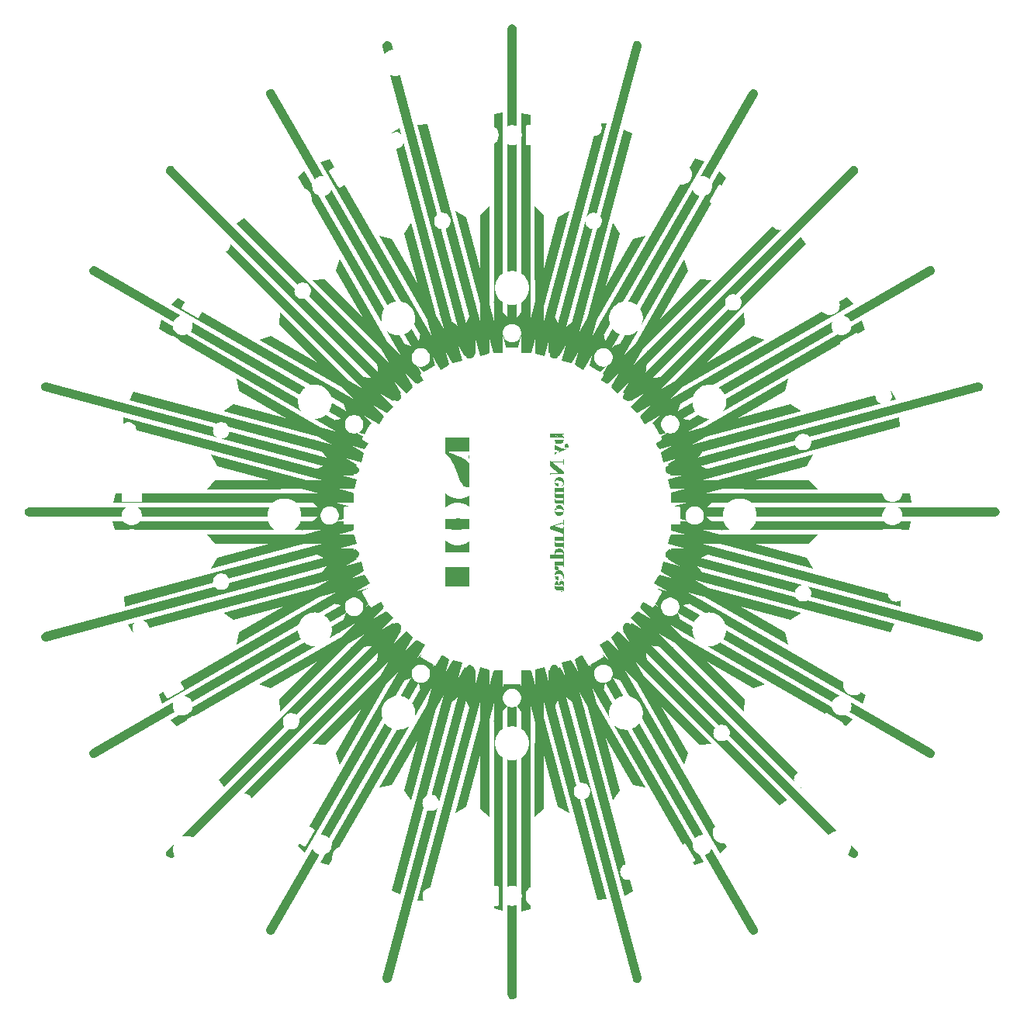
<source format=gbr>
%MOMM*%
%FSLAX46Y46*%
%IPPOS*%
%ADD10C,0.05*%
%ADD11C,0.05*%
%ADD12C,0.05*%
%LPD*%
G01*
D10*
%LPD*%
G36*
X161499589Y-52252058D02*
G01*
X161660045Y-52369760D01*
X161761885Y-52540723D01*
X161789994Y-52706007D01*
X161789994Y-87592541D01*
X161750394Y-87787559D01*
X161637867Y-87951685D01*
X161470236Y-88058924D01*
X161274056Y-88092287D01*
X161080399Y-88046490D01*
X160919943Y-87928788D01*
X160818103Y-87757825D01*
X160789994Y-87592541D01*
X160789994Y-52706007D01*
X160829594Y-52510990D01*
X160942121Y-52346863D01*
X161109752Y-52239624D01*
X161305933Y-52206261D01*
G37*
%LPD*%
G36*
X163289714Y-62099712D02*
G01*
X163289764Y-88099662D01*
X162289764Y-88099662D01*
X162279064Y-61918677D01*
G37*
%LPD*%
G36*
X160295614Y-88099662D02*
G01*
X159295614Y-88099662D01*
X159295614Y-62025168D01*
X160284964Y-61780238D01*
G37*
%LPD*%
G36*
X164784094Y-73007880D02*
G01*
X164784144Y-88099662D01*
X163784144Y-88099662D01*
X163773444Y-72083889D01*
G37*
%LPD*%
G36*
X158795844Y-88099662D02*
G01*
X157795854Y-88099662D01*
X157795894Y-73007880D01*
X158806544Y-72083889D01*
G37*
%LPD*%
G36*
X166278494Y-84780975D02*
G01*
X166278444Y-88099662D01*
X165278444Y-88099662D01*
X165267844Y-82656106D01*
G37*
%LPD*%
G36*
X157301554Y-88120959D02*
G01*
X156301554Y-88120959D01*
X156301514Y-84802271D01*
X157312154Y-82677402D01*
G37*
%LPD*%
G36*
X175075533Y-54023260D02*
G01*
X175250738Y-54117618D01*
X175375263Y-54272838D01*
X175429385Y-54464335D01*
X175413757Y-54631262D01*
X166384457Y-88329065D01*
X166295732Y-88507189D01*
X166144560Y-88636599D01*
X165954886Y-88696797D01*
X165756755Y-88678248D01*
X165581550Y-88583890D01*
X165457025Y-88428670D01*
X165402904Y-88237173D01*
X165418531Y-88070246D01*
X174447831Y-54372443D01*
X174536556Y-54194319D01*
X174687728Y-54064909D01*
X174877402Y-54004711D01*
G37*
%LPD*%
G36*
X174431104Y-64093038D02*
G01*
X167701814Y-89207060D01*
X166735894Y-88948242D01*
X173501744Y-63656596D01*
G37*
%LPD*%
G36*
X171611414Y-63006764D02*
G01*
X164809734Y-88432129D01*
X163843814Y-88173313D01*
X170592394Y-62987284D01*
G37*
%LPD*%
G36*
X173051324Y-75016295D02*
G01*
X169145284Y-89593836D01*
X168179354Y-89335018D01*
X172314254Y-73862213D01*
G37*
%LPD*%
G36*
X163361124Y-88043978D02*
G01*
X162395204Y-87785157D01*
X166301244Y-73207616D01*
X167516604Y-72576684D01*
G37*
%LPD*%
G36*
X171447694Y-86775007D02*
G01*
X170588754Y-89980614D01*
X169622824Y-89721796D01*
X171021444Y-84460967D01*
G37*
%LPD*%
G36*
X161912144Y-87677771D02*
G01*
X160946214Y-87418953D01*
X161805164Y-84213346D01*
X163331324Y-82422455D01*
G37*
%LPD*%
G36*
X187905670Y-59342180D02*
G01*
X188050483Y-59478669D01*
X188130591Y-59660830D01*
X188133306Y-59859809D01*
X188075007Y-60017003D01*
X170631737Y-90229627D01*
X170499933Y-90378717D01*
X170320418Y-90464591D01*
X170121627Y-90473647D01*
X169935048Y-90404450D01*
X169790235Y-90267961D01*
X169710127Y-90085800D01*
X169707412Y-89886821D01*
X169765711Y-89729627D01*
X187208981Y-59517003D01*
X187340785Y-59367913D01*
X187520300Y-59282039D01*
X187719091Y-59272983D01*
G37*
%LPD*%
G36*
X184676944Y-68902046D02*
G01*
X171676974Y-91418665D01*
X170810944Y-90918663D01*
X183892214Y-68239941D01*
G37*
%LPD*%
G36*
X182234494Y-67122999D02*
G01*
X169084004Y-89921615D01*
X168217974Y-89421613D01*
X181255224Y-66840439D01*
G37*
%LPD*%
G36*
X180517034Y-79095989D02*
G01*
X172971144Y-92165858D01*
X172105114Y-91665857D01*
X180103784Y-77790466D01*
G37*
%LPD*%
G36*
X167785214Y-89171757D02*
G01*
X166919184Y-88671758D01*
X174465074Y-75601891D01*
X175802324Y-75307015D01*
G37*
%LPD*%
G36*
X175924674Y-90038984D02*
G01*
X174265324Y-92913052D01*
X173399304Y-92413053D01*
X176111854Y-87693469D01*
G37*
%LPD*%
G36*
X166480384Y-88443007D02*
G01*
X165614354Y-87943005D01*
X167273704Y-85068937D01*
X169211384Y-83734072D01*
G37*
%LPD*%
G36*
X198759676Y-67685416D02*
G01*
X198921988Y-67800545D01*
X199026541Y-67969864D01*
X199056772Y-68166552D01*
X199007895Y-68359453D01*
X198910897Y-68496202D01*
X174242397Y-93164706D01*
X174076498Y-93274603D01*
X173880874Y-93311090D01*
X173686512Y-93268386D01*
X173524200Y-93153256D01*
X173419648Y-92983938D01*
X173389416Y-92787250D01*
X173438293Y-92594349D01*
X173535291Y-92457600D01*
X198203791Y-67789096D01*
X198369690Y-67679199D01*
X198565314Y-67642713D01*
G37*
%LPD*%
G36*
X193329004Y-76199011D02*
G01*
X174944264Y-94583753D01*
X174237154Y-93876646D01*
X192742384Y-75356364D01*
G37*
%LPD*%
G36*
X191430234Y-73848431D02*
G01*
X172827114Y-92466605D01*
X172120004Y-91759498D01*
X190557464Y-73322046D01*
G37*
%LPD*%
G36*
X186672454Y-84968940D02*
G01*
X176000934Y-95640444D01*
X175293824Y-94933337D01*
X186611154Y-83600944D01*
G37*
%LPD*%
G36*
X183099054Y-80088819D02*
G01*
X171766654Y-91406149D01*
X171059554Y-90699042D01*
X181731054Y-80027539D01*
G37*
%LPD*%
G36*
X179404314Y-94350470D02*
G01*
X177057654Y-96697139D01*
X176350544Y-95990032D01*
X180192184Y-92133325D01*
G37*
%LPD*%
G36*
X170694904Y-90364514D02*
G01*
X169987794Y-89657407D01*
X172334464Y-87310741D01*
X174551614Y-86522867D01*
G37*
%LPD*%
G36*
X207070086Y-78577164D02*
G01*
X207246772Y-78668717D01*
X207373756Y-78821933D01*
X207430923Y-79012543D01*
X207409218Y-79210353D01*
X207312080Y-79384031D01*
X207182994Y-79491016D01*
X176970364Y-96934281D01*
X176781674Y-96997495D01*
X176583272Y-96982107D01*
X176406586Y-96890554D01*
X176279602Y-96737338D01*
X176222435Y-96546728D01*
X176244140Y-96348918D01*
X176341279Y-96175240D01*
X176470364Y-96068255D01*
X206682994Y-78624990D01*
X206871684Y-78561776D01*
G37*
%LPD*%
G36*
X199797664Y-85486656D02*
G01*
X177281044Y-98486633D01*
X176781044Y-97620606D01*
X199449114Y-84520892D01*
G37*
%LPD*%
G36*
X198571964Y-82724731D02*
G01*
X175783994Y-95893666D01*
X175283994Y-95027639D01*
X197865164Y-81990393D01*
G37*
%LPD*%
G36*
X191098104Y-92234917D02*
G01*
X178028234Y-99780810D01*
X177528234Y-98914784D01*
X191392974Y-90897673D01*
G37*
%LPD*%
G36*
X188909524Y-86596210D02*
G01*
X175034134Y-94594876D01*
X174534134Y-93728850D01*
X187604004Y-86182960D01*
G37*
%LPD*%
G36*
X181649504Y-99415646D02*
G01*
X178775434Y-101074991D01*
X178275434Y-100208964D01*
X182984364Y-97477964D01*
G37*
%LPD*%
G36*
X174268504Y-93311343D02*
G01*
X173768494Y-92445319D01*
X176642564Y-90785977D01*
X178988084Y-90598790D01*
G37*
%LPD*%
G36*
X212455005Y-91340227D02*
G01*
X212601975Y-91474391D01*
X212684977Y-91655252D01*
X212690863Y-91854162D01*
X212618700Y-92039615D01*
X212479920Y-92182233D01*
X212327544Y-92252163D01*
X178629744Y-101281464D01*
X178431122Y-101293688D01*
X178243463Y-101227474D01*
X178096493Y-101093310D01*
X178013491Y-100912449D01*
X178007605Y-100713539D01*
X178079768Y-100528087D01*
X178218548Y-100385468D01*
X178370924Y-100315538D01*
X212068724Y-91286237D01*
X212267346Y-91274013D01*
G37*
%LPD*%
G36*
X203642084Y-96132045D02*
G01*
X178528074Y-102861328D01*
X178269254Y-101895403D01*
X203555384Y-95108978D01*
G37*
%LPD*%
G36*
X203172984Y-93146994D02*
G01*
X177753134Y-99969249D01*
X177494314Y-99003324D01*
X202680344Y-92254748D01*
G37*
%LPD*%
G36*
X193492374Y-100398753D02*
G01*
X178914834Y-104304794D01*
X178656014Y-103338869D01*
X194123314Y-99183394D01*
G37*
%LPD*%
G36*
X192837784Y-94385736D02*
G01*
X177364974Y-98520637D01*
X177106154Y-97554709D01*
X191683704Y-93648671D01*
G37*
%LPD*%
G36*
X182507224Y-104889325D02*
G01*
X179301614Y-105748265D01*
X179042794Y-104782340D01*
X184298114Y-103363158D01*
G37*
%LPD*%
G36*
X182218454Y-95684071D02*
G01*
X176957634Y-97082679D01*
X176698814Y-96116754D01*
X179904414Y-95257816D01*
G37*
%LPD*%
G36*
X214189012Y-104949598D02*
G01*
X214353138Y-105062126D01*
X214460377Y-105229756D01*
X214493740Y-105425937D01*
X214447943Y-105619593D01*
X214330241Y-105780049D01*
X214159278Y-105881889D01*
X213993994Y-105909998D01*
X179107454Y-105909998D01*
X178912437Y-105870398D01*
X178748310Y-105757871D01*
X178641071Y-105590241D01*
X178607708Y-105394060D01*
X178653505Y-105200404D01*
X178771207Y-105039947D01*
X178942170Y-104938107D01*
X179107454Y-104909998D01*
X213993994Y-104909998D01*
G37*
%LPD*%
G36*
X204600284Y-107409711D02*
G01*
X178600334Y-107409721D01*
X178600334Y-106409721D01*
X204781324Y-106399061D01*
G37*
%LPD*%
G36*
X204919764Y-104404963D02*
G01*
X178600334Y-104415609D01*
X178600334Y-103415611D01*
X204674834Y-103415611D01*
G37*
%LPD*%
G36*
X193692114Y-108904096D02*
G01*
X178600334Y-108904104D01*
X178600334Y-107904106D01*
X194616104Y-107893446D01*
G37*
%LPD*%
G36*
X193692114Y-101915897D02*
G01*
X194616104Y-102926548D01*
X178600334Y-102915888D01*
X178600334Y-101915890D01*
G37*
%LPD*%
G36*
X181919024Y-110398490D02*
G01*
X178600334Y-110398479D01*
X178600334Y-109398479D01*
X184043894Y-109387839D01*
G37*
%LPD*%
G36*
X184022594Y-101432157D02*
G01*
X178579034Y-101421517D01*
X178579034Y-100421516D01*
X181897724Y-100421510D01*
G37*
%LPD*%
G36*
X178629744Y-109538532D02*
G01*
X212327544Y-118567830D01*
X212505667Y-118656555D01*
X212635077Y-118807727D01*
X212695275Y-118997401D01*
X212676726Y-119195532D01*
X212582368Y-119370737D01*
X212427148Y-119495262D01*
X212235651Y-119549384D01*
X212068725Y-119533756D01*
X178370925Y-110504458D01*
X178192801Y-110415733D01*
X178063391Y-110264561D01*
X178003193Y-110074887D01*
X178021742Y-109876756D01*
X178116100Y-109701552D01*
X178271320Y-109577026D01*
X178462817Y-109522905D01*
G37*
%LPD*%
G36*
X203043394Y-117621742D02*
G01*
X202606954Y-118551099D01*
X177492934Y-111821818D01*
X177751754Y-110855891D01*
G37*
%LPD*%
G36*
X203712734Y-114712389D02*
G01*
X203693234Y-115731418D01*
X178267884Y-108929737D01*
X178526704Y-107963812D01*
G37*
%LPD*%
G36*
X192837784Y-116434257D02*
G01*
X191683704Y-117171323D01*
X177106154Y-113265284D01*
X177364974Y-112299357D01*
G37*
%LPD*%
G36*
X193492374Y-110421241D02*
G01*
X194123314Y-111636599D01*
X178656014Y-107481125D01*
X178914834Y-106515200D01*
G37*
%LPD*%
G36*
X182239034Y-115141440D02*
G01*
X179924984Y-115567694D01*
X176719384Y-114708756D01*
X176978204Y-113742828D01*
G37*
%LPD*%
G36*
X182486644Y-105925160D02*
G01*
X184277544Y-107451327D01*
X179022224Y-106032145D01*
X179281044Y-105066217D01*
G37*
%LPD*%
G36*
X176970364Y-113885714D02*
G01*
X207182994Y-131328981D01*
X207332084Y-131460785D01*
X207417958Y-131640300D01*
X207427014Y-131839091D01*
X207357817Y-132025670D01*
X207221329Y-132170483D01*
X207039167Y-132250591D01*
X206840188Y-132253306D01*
X206682994Y-132195007D01*
X176470364Y-114751739D01*
X176321274Y-114619936D01*
X176235400Y-114440421D01*
X176226344Y-114241629D01*
X176295541Y-114055050D01*
X176432030Y-113910237D01*
X176614191Y-113830129D01*
X176813170Y-113827415D01*
G37*
%LPD*%
G36*
X198460054Y-128012213D02*
G01*
X197797944Y-128796943D01*
X175281334Y-115796969D01*
X175781334Y-114930942D01*
G37*
%LPD*%
G36*
X199859554Y-125375222D02*
G01*
X199576994Y-126354489D01*
X176778384Y-113204002D01*
X177278384Y-112337975D01*
G37*
%LPD*%
G36*
X188909524Y-124223781D02*
G01*
X187604004Y-124637034D01*
X174534134Y-117091144D01*
X175034134Y-116225117D01*
G37*
%LPD*%
G36*
X191098104Y-118585076D02*
G01*
X191392974Y-119922320D01*
X177528234Y-111905210D01*
X178028234Y-111039183D01*
G37*
%LPD*%
G36*
X179006524Y-120231856D02*
G01*
X176661014Y-120044669D01*
X173786944Y-118385327D01*
X174286944Y-117519300D01*
G37*
%LPD*%
G36*
X181631054Y-111393701D02*
G01*
X182965924Y-113331385D01*
X178256994Y-110600383D01*
X178756994Y-109734356D01*
G37*
%LPD*%
G36*
X174105648Y-117558290D02*
G01*
X174242397Y-117655287D01*
X198910897Y-142323792D01*
X199020794Y-142489691D01*
X199057281Y-142685315D01*
X199014577Y-142879677D01*
X198899448Y-143041989D01*
X198730129Y-143146542D01*
X198533441Y-143176773D01*
X198340540Y-143127896D01*
X198203791Y-143030898D01*
X173535291Y-118362394D01*
X173425394Y-118196494D01*
X173388908Y-118000870D01*
X173431611Y-117806508D01*
X173546741Y-117644196D01*
X173716059Y-117539644D01*
X173912747Y-117509412D01*
G37*
%LPD*%
G36*
X191343634Y-136862380D02*
G01*
X190500984Y-137449003D01*
X172116244Y-119064263D01*
X172823344Y-118357156D01*
G37*
%LPD*%
G36*
X193377954Y-134677459D02*
G01*
X192851564Y-135550229D01*
X174233394Y-116947115D01*
X174940494Y-116240008D01*
G37*
%LPD*%
G36*
X183099054Y-130731174D02*
G01*
X181731054Y-130792454D01*
X171059554Y-120120949D01*
X171766654Y-119413842D01*
G37*
%LPD*%
G36*
X186672454Y-125851054D02*
G01*
X186611154Y-127219050D01*
X175293824Y-115886657D01*
X176000934Y-115179550D01*
G37*
%LPD*%
G36*
X174566674Y-124312187D02*
G01*
X172349524Y-123524316D01*
X170002854Y-121177649D01*
X170709964Y-120470542D01*
G37*
%LPD*%
G36*
X179389254Y-116454466D02*
G01*
X180177124Y-118671611D01*
X176335484Y-114814904D01*
X177042594Y-114107797D01*
G37*
%LPD*%
G36*
X170351074Y-120364142D02*
G01*
X170524752Y-120461281D01*
X170631737Y-120590366D01*
X188075007Y-150802990D01*
X188138221Y-150991680D01*
X188122833Y-151190082D01*
X188031280Y-151366768D01*
X187878064Y-151493752D01*
X187687455Y-151550919D01*
X187489644Y-151529214D01*
X187315966Y-151432076D01*
X187208981Y-151302990D01*
X169765711Y-121090366D01*
X169702497Y-120901676D01*
X169717885Y-120703275D01*
X169809438Y-120526588D01*
X169962654Y-120399604D01*
X170153264Y-120342437D01*
G37*
%LPD*%
G36*
X182179104Y-143569118D02*
G01*
X181213334Y-143917661D01*
X168213364Y-121401045D01*
X169079384Y-120901043D01*
G37*
%LPD*%
G36*
X184709604Y-141985168D02*
G01*
X183975264Y-142691960D01*
X170806324Y-119903993D01*
X171672354Y-119403994D01*
G37*
%LPD*%
G36*
X175802324Y-135512978D02*
G01*
X174465074Y-135218103D01*
X166919184Y-122148236D01*
X167785214Y-121648237D01*
G37*
%LPD*%
G36*
X180517034Y-131724005D02*
G01*
X180103784Y-133029528D01*
X172105124Y-119154137D01*
X172971144Y-118654135D01*
G37*
%LPD*%
G36*
X169222034Y-127104366D02*
G01*
X167284344Y-125769501D01*
X165625004Y-122895433D01*
X166491034Y-122395434D01*
G37*
%LPD*%
G36*
X175914024Y-120762568D02*
G01*
X176101204Y-123108084D01*
X173388654Y-118388499D01*
X174254674Y-117888497D01*
G37*
%LPD*%
G36*
X161499589Y-122773504D02*
G01*
X161660045Y-122891206D01*
X161761885Y-123062169D01*
X161789994Y-123227453D01*
X161789994Y-158113996D01*
X161750394Y-158309014D01*
X161637867Y-158473140D01*
X161470236Y-158580379D01*
X161274056Y-158613742D01*
X161080399Y-158567945D01*
X160919943Y-158450243D01*
X160818103Y-158279280D01*
X160789994Y-158113996D01*
X160789994Y-123227453D01*
X160829594Y-123032436D01*
X160942121Y-122868309D01*
X161109752Y-122761070D01*
X161305933Y-122727707D01*
G37*
%LPD*%
G36*
X160300934Y-148901321D02*
G01*
X159290284Y-148720280D01*
X159290234Y-122720331D01*
X160290234Y-122720331D01*
G37*
%LPD*%
G36*
X163284384Y-148794832D02*
G01*
X162295034Y-149039762D01*
X162284384Y-122720331D01*
X163284384Y-122720331D01*
G37*
%LPD*%
G36*
X158806544Y-138736106D02*
G01*
X157795894Y-137812115D01*
X157795944Y-122720331D01*
X158795944Y-122720331D01*
G37*
%LPD*%
G36*
X164784094Y-137812115D02*
G01*
X163773454Y-138736106D01*
X163784054Y-122720331D01*
X164784044Y-122720331D01*
G37*
%LPD*%
G36*
X157312154Y-128163890D02*
G01*
X156301504Y-126039021D01*
X156301554Y-122720331D01*
X157301554Y-122720331D01*
G37*
%LPD*%
G36*
X166278484Y-126017723D02*
G01*
X165267834Y-128142591D01*
X165278434Y-122699035D01*
X166278434Y-122699035D01*
G37*
%LPD*%
G36*
X166171909Y-122199771D02*
G01*
X166314527Y-122338551D01*
X166384457Y-122490928D01*
X175413757Y-156188727D01*
X175425981Y-156387348D01*
X175359767Y-156575007D01*
X175225603Y-156721977D01*
X175044742Y-156804979D01*
X174845832Y-156810865D01*
X174660380Y-156738702D01*
X174517761Y-156599922D01*
X174447831Y-156447546D01*
X165418531Y-122749747D01*
X165406308Y-122551125D01*
X165472521Y-122363467D01*
X165606685Y-122216496D01*
X165787546Y-122133495D01*
X165986456Y-122127609D01*
G37*
%LPD*%
G36*
X171591014Y-147675374D02*
G01*
X170567954Y-147762084D01*
X163838664Y-122648061D01*
X164804594Y-122389242D01*
G37*
%LPD*%
G36*
X174445254Y-146800339D02*
G01*
X173553004Y-147292988D01*
X166730744Y-121873130D01*
X167696674Y-121614312D01*
G37*
%LPD*%
G36*
X167516604Y-138243312D02*
G01*
X166301244Y-137612378D01*
X162395204Y-123034836D01*
X163361124Y-122776018D01*
G37*
%LPD*%
G36*
X173051324Y-135803700D02*
G01*
X172314254Y-136957781D01*
X168179364Y-121484976D01*
X169145284Y-121226158D01*
G37*
%LPD*%
G36*
X163336834Y-128418110D02*
G01*
X161810674Y-126627219D01*
X160951724Y-123421612D01*
X161917654Y-123162794D01*
G37*
%LPD*%
G36*
X171442184Y-124024415D02*
G01*
X171015924Y-126338458D01*
X169617314Y-121077629D01*
X170583244Y-120818811D01*
G37*
%LPD*%
G36*
X156823243Y-122141745D02*
G01*
X156998448Y-122236103D01*
X157122973Y-122391323D01*
X157177095Y-122582820D01*
X157161467Y-122749747D01*
X148132163Y-156447546D01*
X148043438Y-156625669D01*
X147892266Y-156755079D01*
X147702592Y-156815277D01*
X147504461Y-156796728D01*
X147329256Y-156702370D01*
X147204731Y-156547150D01*
X147150610Y-156355653D01*
X147166237Y-156188726D01*
X156195541Y-122490928D01*
X156284266Y-122312804D01*
X156435438Y-122183394D01*
X156625112Y-122123196D01*
G37*
%LPD*%
G36*
X155844104Y-121871752D02*
G01*
X149078254Y-147163398D01*
X148148895Y-146726957D01*
X154878174Y-121612934D01*
G37*
%LPD*%
G36*
X158736184Y-122646673D02*
G01*
X151987604Y-147832700D01*
X150968574Y-147813230D01*
X157770254Y-122387852D01*
G37*
%LPD*%
G36*
X154400634Y-121484976D02*
G01*
X150265734Y-136957781D01*
X149528674Y-135803700D01*
X153434714Y-121226158D01*
G37*
%LPD*%
G36*
X160184794Y-123034836D02*
G01*
X156278754Y-137612378D01*
X155063394Y-138243312D01*
X159218874Y-122776018D01*
G37*
%LPD*%
G36*
X152957164Y-121098200D02*
G01*
X151558554Y-126359030D01*
X151132304Y-124044986D01*
X151991234Y-120839379D01*
G37*
%LPD*%
G36*
X161633774Y-123401044D02*
G01*
X160774834Y-126606648D01*
X159248664Y-128397539D01*
X160667854Y-123142223D01*
G37*
%LPD*%
G36*
X152644940Y-120415543D02*
G01*
X152789753Y-120552032D01*
X152869861Y-120734193D01*
X152872576Y-120933172D01*
X152814277Y-121090366D01*
X135371016Y-151302990D01*
X135239212Y-151452080D01*
X135059698Y-151537954D01*
X134860906Y-151547010D01*
X134674327Y-151477813D01*
X134529514Y-151341325D01*
X134449406Y-151159163D01*
X134446691Y-150960184D01*
X134504990Y-150802990D01*
X151948251Y-120590366D01*
X152080055Y-120441276D01*
X152259570Y-120355402D01*
X152458361Y-120346346D01*
G37*
%LPD*%
G36*
X151769054Y-119901331D02*
G01*
X138687781Y-142580055D01*
X137903051Y-141917948D01*
X150903024Y-119401329D01*
G37*
%LPD*%
G36*
X154362014Y-121398381D02*
G01*
X141324772Y-143979555D01*
X140345504Y-143696996D01*
X153495994Y-120898381D01*
G37*
%LPD*%
G36*
X150474874Y-119154137D02*
G01*
X142476212Y-133029528D01*
X142062960Y-131724005D01*
X149608854Y-118654138D01*
G37*
%LPD*%
G36*
X155660814Y-122148236D02*
G01*
X148114917Y-135218103D01*
X146777676Y-135512978D01*
X154794784Y-121648237D01*
G37*
%LPD*%
G36*
X149180694Y-118406940D02*
G01*
X146468140Y-123126525D01*
X146655325Y-120781010D01*
X148314670Y-117906941D01*
G37*
%LPD*%
G36*
X156965634Y-122876989D02*
G01*
X155306294Y-125751057D01*
X153368614Y-127085922D01*
X156099614Y-122376990D01*
G37*
%LPD*%
G36*
X148893486Y-117551607D02*
G01*
X149055798Y-117666737D01*
X149160351Y-117836055D01*
X149190582Y-118032743D01*
X149141705Y-118225644D01*
X149044707Y-118362394D01*
X124376202Y-143030898D01*
X124210303Y-143140795D01*
X124014679Y-143177282D01*
X123820317Y-143134578D01*
X123658005Y-143019449D01*
X123553453Y-142850130D01*
X123523221Y-142653442D01*
X123572098Y-142460541D01*
X123669096Y-142323792D01*
X148337601Y-117655287D01*
X148503500Y-117545390D01*
X148699124Y-117508904D01*
G37*
%LPD*%
G36*
X148342837Y-116943347D02*
G01*
X129837616Y-135463631D01*
X129250990Y-134620983D01*
X147635730Y-116236240D01*
G37*
%LPD*%
G36*
X150459984Y-119060498D02*
G01*
X132022535Y-137497949D01*
X131149766Y-136971563D01*
X149752884Y-118353391D01*
G37*
%LPD*%
G36*
X147286149Y-115886657D02*
G01*
X135968819Y-127219050D01*
X135907539Y-125851054D01*
X146579042Y-115179550D01*
G37*
%LPD*%
G36*
X151520444Y-120120951D02*
G01*
X140848943Y-130792454D01*
X139480944Y-130731174D01*
X150813334Y-119413844D01*
G37*
%LPD*%
G36*
X146229451Y-114829964D02*
G01*
X142387807Y-118686669D01*
X143175678Y-116469524D01*
X145522345Y-114122857D01*
G37*
%LPD*%
G36*
X152592194Y-121162589D02*
G01*
X150245534Y-123509256D01*
X148028383Y-124297126D01*
X151885094Y-120455482D01*
G37*
%LPD*%
G36*
X145996719Y-113837888D02*
G01*
X146173405Y-113929441D01*
X146300389Y-114082656D01*
X146357556Y-114273266D01*
X146335851Y-114471076D01*
X146238713Y-114644754D01*
X146109627Y-114751739D01*
X115897003Y-132195007D01*
X115708313Y-132258221D01*
X115509911Y-132242833D01*
X115333225Y-132151280D01*
X115206241Y-131998064D01*
X115149074Y-131807455D01*
X115170779Y-131609644D01*
X115267918Y-131435966D01*
X115397003Y-131328981D01*
X145609627Y-113885714D01*
X145798317Y-113822499D01*
G37*
%LPD*%
G36*
X145798951Y-113199387D02*
G01*
X123130877Y-126299102D01*
X122782333Y-125333338D01*
X145298949Y-112333361D01*
G37*
%LPD*%
G36*
X147296000Y-115792354D02*
G01*
X124714826Y-128829600D01*
X124008035Y-128095263D01*
X146796001Y-114926328D01*
G37*
%LPD*%
G36*
X145051757Y-111905212D02*
G01*
X131187016Y-119922320D01*
X131481891Y-118585076D01*
X144551758Y-111039186D01*
G37*
%LPD*%
G36*
X148045858Y-117091146D02*
G01*
X134975992Y-124637037D01*
X133670466Y-124223784D01*
X147545859Y-116225120D01*
G37*
%LPD*%
G36*
X144304560Y-110611029D02*
G01*
X139595627Y-113342032D01*
X140930493Y-111404348D01*
X143804561Y-109745003D01*
G37*
%LPD*%
G36*
X148811494Y-118374674D02*
G01*
X145937428Y-120034019D01*
X143591913Y-120221204D01*
X148311495Y-117508651D01*
G37*
%LPD*%
G36*
X144336527Y-109592523D02*
G01*
X144483497Y-109726686D01*
X144566499Y-109907547D01*
X144572385Y-110106457D01*
X144500222Y-110291910D01*
X144361442Y-110434529D01*
X144209066Y-110504458D01*
X110511262Y-119533756D01*
X110312640Y-119545980D01*
X110124981Y-119479766D01*
X109978011Y-119345603D01*
X109895009Y-119164742D01*
X109889123Y-118965831D01*
X109961286Y-118780379D01*
X110100066Y-118637760D01*
X110252443Y-118567830D01*
X143950247Y-109538532D01*
X144148868Y-109526309D01*
G37*
%LPD*%
G36*
X144310754Y-108924591D02*
G01*
X119024620Y-115711016D01*
X118937910Y-114687949D01*
X144051933Y-107958666D01*
G37*
%LPD*%
G36*
X145085684Y-111816672D02*
G01*
X119899656Y-118565249D01*
X119407008Y-117672999D01*
X144826863Y-110850744D01*
G37*
%LPD*%
G36*
X143923978Y-107481127D02*
G01*
X128456684Y-111636599D01*
X129087616Y-110421241D01*
X143665157Y-106515200D01*
G37*
%LPD*%
G36*
X145473836Y-113265284D02*
G01*
X130896295Y-117171323D01*
X129742213Y-116434257D01*
X145215018Y-112299359D01*
G37*
%LPD*%
G36*
X143537200Y-106037653D02*
G01*
X138281884Y-107456836D01*
X140072774Y-105930669D01*
X143278382Y-105071728D01*
G37*
%LPD*%
G36*
X145881186Y-114703242D02*
G01*
X142675579Y-115562180D01*
X140361538Y-115135923D01*
X145622365Y-113737314D01*
G37*
%LPD*%
G36*
X143667559Y-104949598D02*
G01*
X143831685Y-105062126D01*
X143938924Y-105229756D01*
X143972287Y-105425937D01*
X143926490Y-105619593D01*
X143808788Y-105780049D01*
X143637825Y-105881889D01*
X143472541Y-105909998D01*
X108586008Y-105909998D01*
X108390991Y-105870398D01*
X108226864Y-105757871D01*
X108119625Y-105590241D01*
X108086262Y-105394060D01*
X108132059Y-105200404D01*
X108249761Y-105039947D01*
X108420724Y-104938107D01*
X108586008Y-104909998D01*
X143472541Y-104909998D01*
G37*
%LPD*%
G36*
X143979662Y-104410270D02*
G01*
X117798677Y-104420933D01*
X117979712Y-103410285D01*
X143979662Y-103410269D01*
G37*
%LPD*%
G36*
X143979662Y-107404385D02*
G01*
X117905168Y-107404385D01*
X117660238Y-106415034D01*
X143979662Y-106404384D01*
G37*
%LPD*%
G36*
X143979662Y-101915908D02*
G01*
X143979662Y-102915908D01*
X127963889Y-102926548D01*
X128887880Y-101915897D01*
G37*
%LPD*%
G36*
X143979662Y-107904089D02*
G01*
X143979662Y-108904086D01*
X128887880Y-108904096D01*
X127963889Y-107893449D01*
G37*
%LPD*%
G36*
X143979662Y-100421513D02*
G01*
X143979662Y-101421514D01*
X138536106Y-101432154D01*
X140660975Y-100421507D01*
G37*
%LPD*%
G36*
X144000959Y-109398477D02*
G01*
X144000959Y-110398478D01*
X140682271Y-110398487D01*
X138557402Y-109387837D01*
G37*
%LPD*%
G36*
X115897003Y-78624990D02*
G01*
X146109627Y-96068255D01*
X146258717Y-96200059D01*
X146344591Y-96379574D01*
X146353647Y-96578365D01*
X146284450Y-96764944D01*
X146147962Y-96909757D01*
X145965800Y-96989865D01*
X145766821Y-96992580D01*
X145609627Y-96934281D01*
X115397003Y-79491016D01*
X115247913Y-79359212D01*
X115162039Y-79179697D01*
X115152983Y-78980906D01*
X115222180Y-78794327D01*
X115358669Y-78649514D01*
X115540830Y-78569406D01*
X115739809Y-78566691D01*
G37*
%LPD*%
G36*
X147298665Y-95023025D02*
G01*
X146798663Y-95889051D01*
X124119941Y-82807781D01*
X124782046Y-82023051D01*
G37*
%LPD*%
G36*
X145801615Y-97615995D02*
G01*
X145301613Y-98482018D01*
X122720439Y-85444772D01*
X123002999Y-84465504D01*
G37*
%LPD*%
G36*
X148045858Y-93728850D02*
G01*
X147545857Y-94594876D01*
X133670466Y-86596212D01*
X134975989Y-86182960D01*
G37*
%LPD*%
G36*
X145051757Y-98914784D02*
G01*
X144551758Y-99780810D01*
X131481891Y-92234917D01*
X131187015Y-90897676D01*
G37*
%LPD*%
G36*
X145918984Y-90775325D02*
G01*
X148793054Y-92434670D01*
X148293053Y-93300693D01*
X143573469Y-90588140D01*
G37*
%LPD*%
G36*
X144323007Y-100219611D02*
G01*
X143823005Y-101085638D01*
X140948937Y-99426293D01*
X139614072Y-97488611D01*
G37*
%LPD*%
G36*
X110511262Y-91286237D02*
G01*
X144209066Y-100315538D01*
X144387189Y-100404263D01*
X144516599Y-100555435D01*
X144576797Y-100745109D01*
X144558248Y-100943240D01*
X144463890Y-101118445D01*
X144308670Y-101242970D01*
X144117173Y-101297092D01*
X143950247Y-101281464D01*
X110252443Y-92252163D01*
X110074319Y-92163438D01*
X109944909Y-92012266D01*
X109884711Y-91822592D01*
X109903260Y-91624461D01*
X109997618Y-91449256D01*
X110152838Y-91324731D01*
X110344335Y-91270610D01*
G37*
%LPD*%
G36*
X145087060Y-98998178D02*
G01*
X144828242Y-99964103D01*
X119536596Y-93198252D01*
X119973038Y-92268895D01*
G37*
%LPD*%
G36*
X144312129Y-101890257D02*
G01*
X144053313Y-102856184D01*
X118867284Y-96107608D01*
X118886764Y-95088576D01*
G37*
%LPD*%
G36*
X145473836Y-97554712D02*
G01*
X145215018Y-98520637D01*
X129742213Y-94385736D01*
X130896295Y-93648673D01*
G37*
%LPD*%
G36*
X143923978Y-103338869D02*
G01*
X143665157Y-104304797D01*
X129087616Y-100398753D01*
X128456684Y-99183394D01*
G37*
%LPD*%
G36*
X145860614Y-96111238D02*
G01*
X145601796Y-97077166D01*
X140340967Y-95678557D01*
X142655007Y-95252300D01*
G37*
%LPD*%
G36*
X143557771Y-104787849D02*
G01*
X143298953Y-105753777D01*
X140093346Y-104894836D01*
X138302455Y-103368666D01*
G37*
%LPD*%
G36*
X124239453Y-67692098D02*
G01*
X124376202Y-67789096D01*
X149044707Y-92457600D01*
X149154604Y-92623499D01*
X149191091Y-92819123D01*
X149148387Y-93013485D01*
X149033258Y-93175797D01*
X148863939Y-93280350D01*
X148667251Y-93310581D01*
X148474350Y-93261704D01*
X148337601Y-93164706D01*
X123669096Y-68496202D01*
X123559199Y-68330303D01*
X123522713Y-68134679D01*
X123565416Y-67940317D01*
X123680546Y-67778005D01*
X123849864Y-67673452D01*
X124046552Y-67643221D01*
G37*
%LPD*%
G36*
X150463754Y-91755730D02*
G01*
X149756644Y-92462837D01*
X131236364Y-73957616D01*
X132079011Y-73370990D01*
G37*
%LPD*%
G36*
X148346605Y-93872881D02*
G01*
X147639498Y-94579986D01*
X129202046Y-76142535D01*
X129728431Y-75269766D01*
G37*
%LPD*%
G36*
X151520444Y-90699042D02*
G01*
X150813334Y-91406149D01*
X139480944Y-80088819D01*
X140848940Y-80027539D01*
G37*
%LPD*%
G36*
X147286149Y-94933337D02*
G01*
X146579042Y-95640444D01*
X135907539Y-84968943D01*
X135968819Y-83600944D01*
G37*
%LPD*%
G36*
X150230474Y-87295678D02*
G01*
X152577144Y-89642345D01*
X151870034Y-90349451D01*
X148013325Y-86507807D01*
G37*
%LPD*%
G36*
X146244514Y-96005090D02*
G01*
X145537407Y-96712197D01*
X143190741Y-94365530D01*
X142402867Y-92148383D01*
G37*
%LPD*%
G36*
X135090353Y-59290779D02*
G01*
X135264031Y-59387918D01*
X135371016Y-59517003D01*
X152814277Y-89729627D01*
X152877491Y-89918317D01*
X152862103Y-90116719D01*
X152770550Y-90293405D01*
X152617334Y-90420389D01*
X152426724Y-90477556D01*
X152228914Y-90455851D01*
X152055236Y-90358712D01*
X151948251Y-90229627D01*
X134504990Y-60017003D01*
X134441776Y-59828313D01*
X134457164Y-59629911D01*
X134548717Y-59453225D01*
X134701933Y-59326241D01*
X134892543Y-59269074D01*
G37*
%LPD*%
G36*
X154366634Y-89418949D02*
G01*
X153500604Y-89918951D01*
X140400892Y-67250877D01*
X141366656Y-66902333D01*
G37*
%LPD*%
G36*
X151773664Y-90916001D02*
G01*
X150907644Y-91416000D01*
X137870393Y-68834826D01*
X138604731Y-68128035D01*
G37*
%LPD*%
G36*
X148114917Y-75601891D02*
G01*
X155660814Y-88671758D01*
X154794784Y-89171757D01*
X146777673Y-75307016D01*
G37*
%LPD*%
G36*
X150474874Y-91665859D02*
G01*
X149608854Y-92165858D01*
X142062960Y-79095992D01*
X142476210Y-77790466D01*
G37*
%LPD*%
G36*
X155295644Y-85050493D02*
G01*
X156954994Y-87924561D01*
X156088964Y-88424560D01*
X153357964Y-83715627D01*
G37*
%LPD*%
G36*
X149191344Y-92431495D02*
G01*
X148325319Y-92931496D01*
X146665977Y-90057428D01*
X146478790Y-87711913D01*
G37*
%LPD*%
G36*
X147919615Y-54081286D02*
G01*
X148062233Y-54220066D01*
X148132163Y-54372442D01*
X157161467Y-88070246D01*
X157173691Y-88268868D01*
X157107477Y-88456527D01*
X156973313Y-88603497D01*
X156792452Y-88686499D01*
X156593542Y-88692385D01*
X156408090Y-88620222D01*
X156265471Y-88481442D01*
X156195541Y-88329066D01*
X147166237Y-54631262D01*
X147154014Y-54432640D01*
X147220227Y-54244981D01*
X147354391Y-54098011D01*
X147535252Y-54015009D01*
X147734162Y-54009123D01*
G37*
%LPD*%
G36*
X158741324Y-88171933D02*
G01*
X157775404Y-88430754D01*
X150988974Y-63144620D01*
X152012044Y-63057910D01*
G37*
%LPD*%
G36*
X155849254Y-88946863D02*
G01*
X154883324Y-89205684D01*
X148134748Y-64019656D01*
X149026994Y-63527008D01*
G37*
%LPD*%
G36*
X156278754Y-73207616D02*
G01*
X160184794Y-87785157D01*
X159218874Y-88043978D01*
X155063394Y-72576684D01*
G37*
%LPD*%
G36*
X154400634Y-89335018D02*
G01*
X153434714Y-89593836D01*
X149528674Y-75016295D01*
X150265734Y-73862213D01*
G37*
%LPD*%
G36*
X160769324Y-84192774D02*
G01*
X161628264Y-87398382D01*
X160662344Y-87657200D01*
X159243154Y-82401884D01*
G37*
%LPD*%
G36*
X152962684Y-89742365D02*
G01*
X151996754Y-90001186D01*
X151137814Y-86795579D01*
X151564074Y-84481538D01*
G37*
%LPD*%
G36*
X175075533Y-54023260D02*
G01*
X175250738Y-54117618D01*
X175375263Y-54272838D01*
X175429385Y-54464335D01*
X175413757Y-54631262D01*
X166384457Y-88329065D01*
X166295732Y-88507189D01*
X166144560Y-88636599D01*
X165954886Y-88696797D01*
X165756755Y-88678248D01*
X165581550Y-88583890D01*
X165457025Y-88428670D01*
X165402904Y-88237173D01*
X165418531Y-88070246D01*
X174447831Y-54372443D01*
X174536556Y-54194319D01*
X174687728Y-54064909D01*
X174877402Y-54004711D01*
G37*
%LPD*%
G36*
X174431104Y-64093038D02*
G01*
X167701814Y-89207060D01*
X166735894Y-88948242D01*
X173501744Y-63656596D01*
G37*
%LPD*%
G36*
X171611414Y-63006764D02*
G01*
X164809734Y-88432129D01*
X163843814Y-88173313D01*
X170592394Y-62987284D01*
G37*
%LPD*%
G36*
X173051324Y-75016295D02*
G01*
X169145284Y-89593836D01*
X168179354Y-89335018D01*
X172314254Y-73862213D01*
G37*
%LPD*%
G36*
X163361124Y-88043978D02*
G01*
X162395204Y-87785157D01*
X166301244Y-73207616D01*
X167516604Y-72576684D01*
G37*
%LPD*%
G36*
X171447694Y-86775007D02*
G01*
X170588754Y-89980614D01*
X169622824Y-89721796D01*
X171021444Y-84460967D01*
G37*
%LPD*%
G36*
X161912144Y-87677771D02*
G01*
X160946214Y-87418953D01*
X161805164Y-84213346D01*
X163331324Y-82422455D01*
G37*
%LPD*%
G36*
X166409738Y-97279953D02*
G01*
X166320874Y-97280353D01*
X166355577Y-97248875D01*
G37*
%LPD*%
G36*
X165432229Y-96719050D02*
G01*
X165397190Y-96698944D01*
X165431030Y-96698944D01*
G37*
%LPD*%
G36*
X165707624Y-96877074D02*
G01*
X166606326Y-96877074D01*
X166707175Y-96874674D01*
X166770160Y-96872812D01*
X166355577Y-97248875D01*
G37*
%LPD*%
G36*
X166320874Y-97280353D02*
G01*
X166231941Y-97282353D01*
X166272521Y-97249917D01*
G37*
%LPD*%
G36*
X165432229Y-96719050D02*
G01*
X165432350Y-96721075D01*
X165397190Y-96698944D01*
G37*
%LPD*%
G36*
X165680185Y-96877074D02*
G01*
X165707624Y-96877074D01*
X166307988Y-97221568D01*
X166272521Y-97249917D01*
G37*
%LPD*%
G36*
X166231941Y-97282353D02*
G01*
X166148305Y-97285753D01*
X166191857Y-97254338D01*
G37*
%LPD*%
G36*
X165432350Y-96721075D02*
G01*
X165432502Y-96723624D01*
X165397190Y-96698944D01*
G37*
%LPD*%
G36*
X165652061Y-96877074D02*
G01*
X165680185Y-96877074D01*
X166232719Y-97224864D01*
X166191857Y-97254338D01*
G37*
%LPD*%
G36*
X166148305Y-97285753D02*
G01*
X166094354Y-97293233D01*
X166128200Y-97270046D01*
G37*
%LPD*%
G36*
X165432502Y-96723624D02*
G01*
X165432684Y-96726673D01*
X165397190Y-96698944D01*
G37*
%LPD*%
G36*
X165625000Y-96876921D02*
G01*
X165630540Y-96877074D01*
X165652061Y-96877074D01*
X166171696Y-97240248D01*
X166128200Y-97270046D01*
G37*
%LPD*%
G36*
X166094354Y-97293233D02*
G01*
X166047767Y-97305218D01*
X166081875Y-97282595D01*
G37*
%LPD*%
G36*
X165432684Y-96726673D02*
G01*
X165432843Y-96729336D01*
X165397190Y-96698944D01*
G37*
%LPD*%
G36*
X165605338Y-96876377D02*
G01*
X165625000Y-96876921D01*
X166115617Y-97260215D01*
X166081875Y-97282595D01*
G37*
%LPD*%
G36*
X166094354Y-97293233D02*
G01*
X166082358Y-97283007D01*
X166116104Y-97260596D01*
X166128200Y-97270046D01*
G37*
%LPD*%
G36*
X165433021Y-96732335D02*
G01*
X165435830Y-96779434D01*
X165444952Y-96831604D01*
X165465440Y-96855574D01*
X165492593Y-96871491D01*
X165543760Y-96874674D01*
X165587046Y-96875871D01*
X166020727Y-97280019D01*
X165875553Y-97283144D01*
X165397190Y-97283144D01*
X165397190Y-96698944D01*
G37*
%LPD*%
G36*
X166770160Y-96872812D02*
G01*
X166788353Y-96872274D01*
X166864165Y-96871874D01*
X166947103Y-96869874D01*
X166947103Y-96895254D01*
X166895981Y-96925227D01*
X166843405Y-96956654D01*
X166792545Y-96989789D01*
X166758685Y-97020104D01*
X166758685Y-97032794D01*
X166826458Y-97097352D01*
X166894157Y-97183071D01*
X166925177Y-97231579D01*
X166959017Y-97358578D01*
X166961837Y-97437070D01*
X166955840Y-97557281D01*
X166883874Y-97761540D01*
X166817905Y-97845588D01*
X166741970Y-97919318D01*
X166550413Y-97999750D01*
X166434791Y-98006453D01*
X166434460Y-98007679D01*
X166321835Y-98002299D01*
X166134508Y-97937742D01*
X166059807Y-97878565D01*
X165993838Y-97811978D01*
X165921872Y-97647935D01*
X165915875Y-97550479D01*
X165922925Y-97421735D01*
X165958175Y-97353634D01*
X166000475Y-97307446D01*
X166029566Y-97288257D01*
X166047767Y-97305218D01*
X166009634Y-97331303D01*
X165977909Y-97366916D01*
X165971564Y-97426543D01*
X165974475Y-97462907D01*
X166009405Y-97517959D01*
X166041424Y-97536647D01*
X166116579Y-97564847D01*
X166221336Y-97570487D01*
X166251270Y-97571087D01*
X166325033Y-97574087D01*
X166398758Y-97578087D01*
X166437191Y-97578887D01*
X166437291Y-97578014D01*
X166505407Y-97574614D01*
X166566406Y-97572014D01*
X166621098Y-97570014D01*
X166665876Y-97569614D01*
X166770260Y-97563611D01*
X166852145Y-97533594D01*
X166887098Y-97514177D01*
X166925228Y-97461241D01*
X166928405Y-97427721D01*
X166925404Y-97393262D01*
X166889389Y-97339298D01*
X166856375Y-97319793D01*
X166775933Y-97291593D01*
X166670118Y-97285953D01*
X166609429Y-97280953D01*
X166551555Y-97279953D01*
X166409738Y-97279953D01*
X166355577Y-97248875D01*
G37*
%LPD*%
G36*
X166307988Y-97221568D02*
G01*
X166355577Y-97248875D01*
X166320874Y-97280353D01*
X166272521Y-97249917D01*
G37*
%LPD*%
G36*
X166232719Y-97224864D02*
G01*
X166272521Y-97249917D01*
X166231941Y-97282353D01*
X166191857Y-97254338D01*
G37*
%LPD*%
G36*
X166171696Y-97240248D02*
G01*
X166191857Y-97254338D01*
X166148305Y-97285753D01*
X166128200Y-97270046D01*
G37*
%LPD*%
G36*
X166115617Y-97260215D02*
G01*
X166116104Y-97260596D01*
X166082358Y-97283007D01*
X166081875Y-97282595D01*
G37*
%LPD*%
G36*
X165432843Y-96729336D02*
G01*
X165433021Y-96732335D01*
X165397190Y-96698944D01*
G37*
%LPD*%
G36*
X166047767Y-97305218D02*
G01*
X166029566Y-97288257D01*
X166042775Y-97279544D01*
X166020727Y-97280019D01*
X165587046Y-96875871D01*
X165605338Y-96876377D01*
X166081875Y-97282595D01*
G37*
%LPD*%
G36*
X167267798Y-97973597D02*
G01*
X167341879Y-98008527D01*
X167371873Y-98040546D01*
X167419515Y-98114594D01*
X167429043Y-98197180D01*
X167424632Y-98266658D01*
X167371695Y-98380962D01*
X167323169Y-98425787D01*
X167199695Y-98514299D01*
X167005671Y-98609929D01*
X166796477Y-98705890D01*
X166597152Y-98787738D01*
X166403835Y-98866086D01*
X166224626Y-98935900D01*
X166072949Y-98998347D01*
X166017182Y-99031140D01*
X165989457Y-99058293D01*
X165979112Y-99092540D01*
X165974112Y-99126380D01*
X165973112Y-99143300D01*
X165971112Y-99157807D01*
X165970712Y-99170860D01*
X165936872Y-99170860D01*
X165936872Y-98817382D01*
X165970712Y-98817382D01*
X165975512Y-98885062D01*
X165982359Y-98921695D01*
X165992432Y-98935822D01*
X166005784Y-98944889D01*
X166030502Y-98946702D01*
X166073832Y-98942109D01*
X166146890Y-98919142D01*
X166233335Y-98888420D01*
X166343734Y-98845052D01*
X166447473Y-98802752D01*
X166508829Y-98777372D01*
X166115140Y-98612277D01*
X166089760Y-98603844D01*
X166064380Y-98595357D01*
X166038593Y-98588274D01*
X166019900Y-98586857D01*
X165987850Y-98591087D01*
X165977600Y-98612237D01*
X165972600Y-98638024D01*
X165971600Y-98656717D01*
X165971600Y-98688507D01*
X165937760Y-98688507D01*
X165937760Y-97996367D01*
X165971600Y-97996367D01*
X165977600Y-98078917D01*
X165986722Y-98104704D01*
X166007210Y-98123397D01*
X166033658Y-98141727D01*
X166081300Y-98165697D01*
X166080145Y-98165508D01*
X166200797Y-98219843D01*
X166380711Y-98296750D01*
X166570159Y-98378623D01*
X166738432Y-98449142D01*
X166890806Y-98515112D01*
X167009364Y-98565530D01*
X167092305Y-98528065D01*
X167159653Y-98493500D01*
X167222481Y-98457887D01*
X167282422Y-98415180D01*
X167335397Y-98372075D01*
X167362912Y-98326230D01*
X167365312Y-98305422D01*
X167367712Y-98285980D01*
X167353249Y-98292688D01*
X167314772Y-98326230D01*
X167265802Y-98359772D01*
X167198384Y-98366480D01*
X167129607Y-98358020D01*
X167073499Y-98315720D01*
X167029382Y-98258213D01*
X167020559Y-98173903D01*
X167030429Y-98090311D01*
X167079779Y-98027856D01*
X167143242Y-97980214D01*
X167223711Y-97970686D01*
G37*
%LPD*%
G36*
X165432282Y-99687308D02*
G01*
X165434760Y-99729971D01*
X165447152Y-99774088D01*
X165465889Y-99819308D01*
X165500092Y-99858808D01*
X165539230Y-99895126D01*
X165582642Y-99924438D01*
X165680052Y-99929238D01*
X166643135Y-99929238D01*
X166744779Y-99924438D01*
X166804606Y-99915006D01*
X166876572Y-99865271D01*
X166888711Y-99824968D01*
X166899503Y-99748726D01*
X166903581Y-99706405D01*
X166905981Y-99673612D01*
X166908381Y-99645005D01*
X166942221Y-99645005D01*
X166942221Y-100255758D01*
X166908381Y-100255758D01*
X166905981Y-100236316D01*
X166903581Y-100198588D01*
X166900181Y-100155176D01*
X166892701Y-100099118D01*
X166878194Y-100046541D01*
X166848221Y-100012338D01*
X166808380Y-99988138D01*
X166744524Y-99978498D01*
X166642881Y-99973698D01*
X165654392Y-99973698D01*
X165654392Y-99982198D01*
X166941332Y-100987606D01*
X166941332Y-101245848D01*
X165705202Y-101245848D01*
X165603559Y-101249448D01*
X165540711Y-101259725D01*
X165497685Y-101285468D01*
X165462760Y-101321830D01*
X165448975Y-101376478D01*
X165440000Y-101431126D01*
X165436285Y-101467488D01*
X165433885Y-101500281D01*
X165431485Y-101528888D01*
X165397797Y-101529559D01*
X165397797Y-100919954D01*
X165431637Y-100919954D01*
X165434037Y-100950269D01*
X165436437Y-100983404D01*
X165439759Y-101022941D01*
X165449127Y-101076584D01*
X165462180Y-101128711D01*
X165493607Y-101161184D01*
X165533190Y-101187201D01*
X165595250Y-101197204D01*
X165696894Y-101200804D01*
X166372113Y-101200804D01*
X166372113Y-101192304D01*
X165398442Y-100432422D01*
X165398442Y-99623858D01*
X165432282Y-99623858D01*
G37*
%LPD*%
G36*
X166212707Y-101991677D02*
G01*
X166090960Y-102004774D01*
X166187894Y-101956376D01*
G37*
%LPD*%
G36*
X166047466Y-101756591D02*
G01*
X166064425Y-101735027D01*
X166140894Y-101659359D01*
X166328221Y-101576811D01*
X166439079Y-101569932D01*
X166557438Y-101576635D01*
X166750052Y-101657067D01*
X166762539Y-101669466D01*
X166187894Y-101956376D01*
G37*
%LPD*%
G36*
X165952955Y-102090769D02*
G01*
X165950220Y-102122937D01*
X165953040Y-102160155D01*
X165986880Y-102215207D01*
X166017900Y-102233040D01*
X166094108Y-102259532D01*
X166212642Y-102264830D01*
X166293012Y-102264830D01*
X166323284Y-102266230D01*
X166348002Y-102268430D01*
X166348167Y-101988077D01*
X166212707Y-101991677D01*
X166191322Y-101961253D01*
X166817576Y-101724114D01*
X166824307Y-101730797D01*
X166887368Y-101814933D01*
X166956161Y-102020250D01*
X166961894Y-102141430D01*
X166958188Y-102228388D01*
X166913713Y-102382902D01*
X166872944Y-102450457D01*
X166824612Y-102513100D01*
X166699728Y-102608355D01*
X166623175Y-102640968D01*
X166608361Y-102607433D01*
X166712419Y-102561283D01*
X166792503Y-102491045D01*
X166825517Y-102451708D01*
X166861532Y-102350107D01*
X166864533Y-102287843D01*
X166857120Y-102201783D01*
X166820053Y-102135451D01*
X166768931Y-102080361D01*
X166699435Y-102042271D01*
X166624645Y-102013664D01*
X166547031Y-101997791D01*
X166467342Y-101988724D01*
X166390396Y-101986911D01*
X166390396Y-102636726D01*
X166293469Y-102631346D01*
X166125196Y-102566789D01*
X166053850Y-102507611D01*
X165990789Y-102438292D01*
X165921996Y-102252029D01*
X165916263Y-102135085D01*
X165922436Y-102021401D01*
X165996056Y-101822618D01*
X166088558Y-102000165D01*
X166015850Y-102027697D01*
X165985770Y-102043149D01*
G37*
%LPD*%
G36*
X166090960Y-102004774D02*
G01*
X166088558Y-102000165D01*
X166136705Y-101981934D01*
G37*
%LPD*%
G36*
X166090960Y-102004774D02*
G01*
X166015850Y-102027697D01*
X166088558Y-102000165D01*
G37*
%LPD*%
G36*
X166762539Y-101669466D02*
G01*
X166817576Y-101724114D01*
X166191322Y-101961253D01*
X166187894Y-101956376D01*
G37*
%LPD*%
G36*
X165996056Y-101822618D02*
G01*
X165996517Y-101821372D01*
X166047466Y-101756591D01*
X166187894Y-101956376D01*
X166136705Y-101981934D01*
X166088558Y-102000165D01*
G37*
%LPD*%
G36*
X165974959Y-102728106D02*
G01*
X165984531Y-102785989D01*
X166006749Y-102804366D01*
X166036459Y-102811741D01*
X166083009Y-102817056D01*
X166169789Y-102819456D01*
X166675672Y-102819456D01*
X166773082Y-102817056D01*
X166842231Y-102814941D01*
X166874725Y-102804366D01*
X166895400Y-102783558D01*
X166904335Y-102730276D01*
X166906735Y-102683746D01*
X166940575Y-102683746D01*
X166940575Y-103316629D01*
X166906735Y-103316629D01*
X166896458Y-103253504D01*
X166870715Y-103234079D01*
X166834660Y-103229079D01*
X166773305Y-103228079D01*
X166675895Y-103225679D01*
X166131917Y-103225679D01*
X166083570Y-103242301D01*
X166036677Y-103265929D01*
X165997902Y-103300881D01*
X165990147Y-103365399D01*
X165996855Y-103416566D01*
X166030397Y-103443719D01*
X166079092Y-103463161D01*
X166161639Y-103467049D01*
X166248419Y-103469449D01*
X166675985Y-103469449D01*
X166773395Y-103467049D01*
X166849594Y-103464571D01*
X166883498Y-103452179D01*
X166902940Y-103427882D01*
X166906828Y-103365399D01*
X166940668Y-103365399D01*
X166940668Y-103966532D01*
X166906828Y-103966532D01*
X166896551Y-103903407D01*
X166870808Y-103883982D01*
X166834753Y-103878982D01*
X166773398Y-103877982D01*
X166675988Y-103875582D01*
X166161645Y-103875582D01*
X166071312Y-103895024D01*
X166026173Y-103932752D01*
X165996156Y-103976164D01*
X165990153Y-104015302D01*
X165996861Y-104066469D01*
X166030403Y-104093622D01*
X166079098Y-104113064D01*
X166161645Y-104116952D01*
X166248425Y-104119352D01*
X166675991Y-104119352D01*
X166773401Y-104116952D01*
X166849600Y-104114474D01*
X166883504Y-104102082D01*
X166902946Y-104079159D01*
X166906834Y-104015302D01*
X166940674Y-104015302D01*
X166940674Y-104652426D01*
X166905988Y-104652612D01*
X166903588Y-104614542D01*
X166893013Y-104559552D01*
X166873978Y-104538402D01*
X166842856Y-104529335D01*
X166772335Y-104527522D01*
X166674925Y-104525122D01*
X166202907Y-104525122D01*
X166141372Y-104520711D01*
X166037656Y-104467774D01*
X165995475Y-104419248D01*
X165958584Y-104364742D01*
X165918339Y-104239858D01*
X165914985Y-104169479D01*
X165918339Y-104070512D01*
X165958584Y-103941397D01*
X165995475Y-103911250D01*
X166068898Y-103872678D01*
X166114039Y-103856260D01*
X166023034Y-103806202D01*
X165965865Y-103725030D01*
X165923565Y-103632975D01*
X165915105Y-103519714D01*
X165917663Y-103438762D01*
X165948363Y-103324465D01*
X165976505Y-103291119D01*
X166035828Y-103242111D01*
X166095069Y-103217029D01*
X165936319Y-103217029D01*
X165936319Y-102679396D01*
X165970159Y-102679396D01*
G37*
%LPD*%
G36*
X166370581Y-105112708D02*
G01*
X166311654Y-105114908D01*
X166347659Y-105091443D01*
G37*
%LPD*%
G36*
X166079951Y-104843091D02*
G01*
X166143745Y-104780613D01*
X166330014Y-104698065D01*
X166439021Y-104691186D01*
X166548117Y-104697977D01*
X166735443Y-104779467D01*
X166772329Y-104814688D01*
X166347659Y-105091443D01*
G37*
%LPD*%
G36*
X166311654Y-105114908D02*
G01*
X166255596Y-105118908D01*
X166294723Y-105102054D01*
G37*
%LPD*%
G36*
X166813674Y-104854166D02*
G01*
X166828041Y-104872322D01*
X166402846Y-105055479D01*
X166772329Y-104814688D01*
G37*
%LPD*%
G36*
X166030534Y-104901485D02*
G01*
X166066483Y-104856281D01*
X166079951Y-104843091D01*
X166338684Y-105083117D01*
X166294723Y-105102054D01*
G37*
%LPD*%
G36*
X166255596Y-105118908D02*
G01*
X166212184Y-105119708D01*
X166242794Y-105109607D01*
G37*
%LPD*%
G36*
X166855745Y-104907332D02*
G01*
X166398771Y-105058134D01*
X166402846Y-105055479D01*
X166828041Y-104872322D01*
G37*
%LPD*%
G36*
X166003365Y-104935648D02*
G01*
X166030534Y-104901485D01*
X166285924Y-105095374D01*
X166242794Y-105109607D01*
G37*
%LPD*%
G36*
X166212184Y-105119708D02*
G01*
X166109562Y-105125711D01*
X166191346Y-105104756D01*
G37*
%LPD*%
G36*
X166873630Y-104929933D02*
G01*
X166487250Y-105028936D01*
X166855745Y-104907332D01*
G37*
%LPD*%
G36*
X165990929Y-104960948D02*
G01*
X165997606Y-104942890D01*
X166003365Y-104935648D01*
X166224445Y-105096275D01*
X166191346Y-105104756D01*
G37*
%LPD*%
G36*
X166212184Y-105119708D02*
G01*
X166203315Y-105113344D01*
X166236795Y-105105249D01*
X166242794Y-105109607D01*
G37*
%LPD*%
G36*
X166379379Y-105070772D02*
G01*
X166884702Y-104948585D01*
X166955664Y-105144241D01*
X166961837Y-105262684D01*
X166955664Y-105375486D01*
X166881582Y-105575509D01*
X166813674Y-105662730D01*
X166735443Y-105741312D01*
X166548117Y-105827038D01*
X166439021Y-105834182D01*
X166329044Y-105827127D01*
X166141718Y-105742464D01*
X166064368Y-105664857D01*
X165996460Y-105578424D01*
X165922379Y-105377338D01*
X165916206Y-105262684D01*
X165922468Y-105146091D01*
X165978918Y-104993430D01*
X166109562Y-105125711D01*
X166028030Y-105155728D01*
X165992133Y-105175056D01*
X165952973Y-105226904D01*
X165949710Y-105259425D01*
X165952797Y-105294792D01*
X165989842Y-105348756D01*
X166023800Y-105367353D01*
X166104565Y-105397370D01*
X166212184Y-105403373D01*
X166241112Y-105404173D01*
X166318057Y-105408173D01*
X166397120Y-105412173D01*
X166436621Y-105412973D01*
X166436540Y-105411769D01*
X166504656Y-105408369D01*
X166565655Y-105405769D01*
X166620347Y-105403769D01*
X166665125Y-105403369D01*
X166769510Y-105397366D01*
X166851395Y-105367349D01*
X166886348Y-105347932D01*
X166924478Y-105294996D01*
X166927655Y-105261476D01*
X166924568Y-105227017D01*
X166887523Y-105173053D01*
X166853565Y-105153548D01*
X166772800Y-105125348D01*
X166665181Y-105119708D01*
X166637627Y-105118908D01*
X166559308Y-105114908D01*
X166476740Y-105111908D01*
X166436538Y-105111308D01*
X166370581Y-105112708D01*
X166347659Y-105091443D01*
G37*
%LPD*%
G36*
X166338684Y-105083117D02*
G01*
X166347659Y-105091443D01*
X166311654Y-105114908D01*
X166294723Y-105102054D01*
G37*
%LPD*%
G36*
X166285924Y-105095374D02*
G01*
X166294723Y-105102054D01*
X166255596Y-105118908D01*
X166242794Y-105109607D01*
G37*
%LPD*%
G36*
X166224445Y-105096275D02*
G01*
X166236795Y-105105249D01*
X166203315Y-105113344D01*
X166191346Y-105104756D01*
G37*
%LPD*%
G36*
X166881582Y-104939982D02*
G01*
X166884702Y-104948585D01*
X166379379Y-105070772D01*
X166398771Y-105058134D01*
X166487250Y-105028936D01*
X166873630Y-104929933D01*
G37*
%LPD*%
G36*
X166109562Y-105125711D02*
G01*
X165978918Y-104993430D01*
X165990929Y-104960948D01*
X166191346Y-105104756D01*
G37*
%LPD*%
G36*
X165892916Y-106931275D02*
G01*
X166413616Y-107117544D01*
X166458477Y-107046659D01*
X166458585Y-107134736D01*
X166682949Y-107210876D01*
X166763060Y-107235551D01*
X166816306Y-107240486D01*
X166855743Y-107236598D01*
X166875526Y-107217156D01*
X166887484Y-107188899D01*
X166896676Y-107140896D01*
X166904143Y-107093254D01*
X166907556Y-107066806D01*
X166907556Y-107022326D01*
X166941396Y-107022326D01*
X166941396Y-108027747D01*
X166907556Y-108027747D01*
X166899056Y-107940967D01*
X166887413Y-107889844D01*
X166863036Y-107854187D01*
X166827423Y-107824577D01*
X166767796Y-107794967D01*
X166602689Y-107729337D01*
X165391964Y-107282723D01*
X165391964Y-107049887D01*
X165863001Y-106892598D01*
G37*
%LPD*%
G36*
X166941228Y-106880496D02*
G01*
X166907388Y-106880496D01*
X166904988Y-106846293D01*
X166902588Y-106810636D01*
X166899505Y-106774274D01*
X166894088Y-106736546D01*
X166883855Y-106700591D01*
X166866528Y-106673096D01*
X166842601Y-106653654D01*
X166798848Y-106649766D01*
X166749173Y-106653291D01*
X166699638Y-106665597D01*
X166747839Y-106589435D01*
X166754661Y-106586733D01*
X166797368Y-106567291D01*
X166835395Y-106547188D01*
X166865048Y-106514351D01*
X166887581Y-106472697D01*
X166898888Y-106408478D01*
X166903290Y-106343805D01*
X166941228Y-106283859D01*
G37*
%LPD*%
G36*
X166699638Y-106665597D02*
G01*
X166678230Y-106670916D01*
X166458096Y-106736546D01*
X166458477Y-107046659D01*
X166413616Y-107117544D01*
X166413616Y-106751363D01*
X165892916Y-106931275D01*
X165863001Y-106892598D01*
X166602658Y-106645611D01*
X166648890Y-106629439D01*
X166702128Y-106607541D01*
X166747839Y-106589435D01*
G37*
%LPD*%
G36*
X166941228Y-106283859D02*
G01*
X166903290Y-106343805D01*
X166907388Y-106283593D01*
X166941228Y-106283593D01*
G37*
%LPD*%
G36*
X165975119Y-108046890D02*
G01*
X165984691Y-108104673D01*
X166006909Y-108123030D01*
X166036619Y-108131205D01*
X166083169Y-108135720D01*
X166169949Y-108138120D01*
X166675832Y-108138120D01*
X166773242Y-108135720D01*
X166842391Y-108133605D01*
X166874885Y-108123030D01*
X166895560Y-108102222D01*
X166904495Y-108048940D01*
X166906895Y-107998180D01*
X166940735Y-107998180D01*
X166940735Y-108656468D01*
X166906895Y-108656468D01*
X166903007Y-108588381D01*
X166883565Y-108561228D01*
X166849665Y-108548836D01*
X166773461Y-108546358D01*
X166676051Y-108543958D01*
X166134188Y-108543958D01*
X166085841Y-108564810D01*
X166038948Y-108592668D01*
X166000173Y-108631502D01*
X165992418Y-108698541D01*
X165999297Y-108751886D01*
X166081844Y-108810080D01*
X166157512Y-108814929D01*
X166244292Y-108817329D01*
X166675425Y-108817927D01*
X166772835Y-108815527D01*
X166847668Y-108812707D01*
X166882938Y-108798607D01*
X166902380Y-108771717D01*
X166906268Y-108705427D01*
X166940108Y-108705427D01*
X166940108Y-109359472D01*
X166906268Y-109359472D01*
X166903868Y-109312942D01*
X166894746Y-109259660D01*
X166874258Y-109238852D01*
X166840316Y-109228277D01*
X166772615Y-109226162D01*
X166675205Y-109223762D01*
X166198957Y-109223762D01*
X166143062Y-109219174D01*
X166043576Y-109164123D01*
X165999985Y-109113659D01*
X165961155Y-109056950D01*
X165918795Y-108926772D01*
X165915265Y-108853303D01*
X165917823Y-108771206D01*
X165948523Y-108653736D01*
X165976665Y-108618363D01*
X166035988Y-108565125D01*
X166095229Y-108535813D01*
X165936479Y-108535813D01*
X165936479Y-107998180D01*
X165970319Y-107998180D01*
G37*
%LPD*%
G36*
X166443139Y-109818694D02*
G01*
X166386637Y-109819094D01*
X166407047Y-109803931D01*
G37*
%LPD*%
G36*
X165975581Y-109627444D02*
G01*
X165993892Y-109584811D01*
X166058891Y-109518136D01*
X166133680Y-109459928D01*
X166322064Y-109396428D01*
X166435659Y-109391136D01*
X166553132Y-109396428D01*
X166745746Y-109459928D01*
X166806625Y-109507087D01*
X166407047Y-109803931D01*
G37*
%LPD*%
G36*
X166386637Y-109819094D02*
G01*
X166324576Y-109821094D01*
X166351300Y-109807944D01*
G37*
%LPD*%
G36*
X166820888Y-109518136D02*
G01*
X166859585Y-109557830D01*
X166500417Y-109734567D01*
X166806625Y-109507087D01*
G37*
%LPD*%
G36*
X165952153Y-109681992D02*
G01*
X165975581Y-109627444D01*
X166381058Y-109793301D01*
X166351300Y-109807944D01*
G37*
%LPD*%
G36*
X166324576Y-109821094D02*
G01*
X166256846Y-109824494D01*
X166291054Y-109811571D01*
G37*
%LPD*%
G36*
X166885888Y-109584811D02*
G01*
X166886641Y-109586566D01*
X166518712Y-109725564D01*
X166859585Y-109557830D01*
G37*
%LPD*%
G36*
X165939406Y-109711673D02*
G01*
X165952153Y-109681992D01*
X166323705Y-109799236D01*
X166291054Y-109811571D01*
G37*
%LPD*%
G36*
X166256846Y-109824494D02*
G01*
X166180644Y-109831974D01*
X166229032Y-109816790D01*
G37*
%LPD*%
G36*
X166895675Y-109607600D02*
G01*
X166516890Y-109726461D01*
X166518712Y-109725564D01*
X166886641Y-109586566D01*
G37*
%LPD*%
G36*
X165929851Y-109733919D02*
G01*
X165939406Y-109711673D01*
X166267231Y-109804803D01*
X166229032Y-109816790D01*
G37*
%LPD*%
G36*
X166180644Y-109831974D02*
G01*
X166103397Y-109846031D01*
X166167567Y-109828226D01*
G37*
%LPD*%
G36*
X166902812Y-109624218D02*
G01*
X166497618Y-109736647D01*
X166500417Y-109734567D01*
X166516890Y-109726461D01*
X166895675Y-109607600D01*
G37*
%LPD*%
G36*
X165922499Y-109757979D02*
G01*
X165922983Y-109749911D01*
X165929851Y-109733919D01*
X166218898Y-109813983D01*
X166167567Y-109828226D01*
G37*
%LPD*%
G36*
X166256846Y-109824494D02*
G01*
X166239994Y-109819826D01*
X166281023Y-109808721D01*
X166291054Y-109811571D01*
G37*
%LPD*%
G36*
X166469133Y-109757808D02*
G01*
X166909050Y-109638740D01*
X166956796Y-109749911D01*
X166962705Y-109848337D01*
X166955655Y-109976771D01*
X166920405Y-110043066D01*
X166878005Y-110091063D01*
X166835685Y-110119326D01*
X166941558Y-110119326D01*
X166941558Y-110688709D01*
X166907718Y-110688709D01*
X166902918Y-110620909D01*
X166894051Y-110569742D01*
X166875358Y-110542589D01*
X166846396Y-110526672D01*
X166794868Y-110523489D01*
X166708088Y-110521089D01*
X165397871Y-110521089D01*
X165397871Y-109898794D01*
X165431711Y-109898794D01*
X165437711Y-109998264D01*
X165448649Y-110060006D01*
X165469501Y-110089274D01*
X165500578Y-110106899D01*
X165562681Y-110110424D01*
X165660091Y-110115224D01*
X165931023Y-110115224D01*
X166042044Y-110117212D01*
X165998277Y-110089660D01*
X165957324Y-110045182D01*
X165923782Y-109979919D01*
X165917074Y-109848337D01*
X165920662Y-109788580D01*
X166103397Y-109846031D01*
X166038827Y-109874274D01*
X165985952Y-109913412D01*
X165975377Y-109973744D01*
X165979970Y-110022489D01*
X166002937Y-110062694D01*
X166034719Y-110095802D01*
X166083427Y-110109224D01*
X166083291Y-110109009D01*
X166154510Y-110114009D01*
X166239914Y-110115009D01*
X166434655Y-110115009D01*
X166506623Y-110114609D01*
X166620924Y-110112609D01*
X166731317Y-110110009D01*
X166792364Y-110106609D01*
X166843770Y-110093013D01*
X166899849Y-110025277D01*
X166904522Y-109971137D01*
X166893947Y-109908995D01*
X166841072Y-109869494D01*
X166771560Y-109841497D01*
X166678081Y-109827194D01*
X166588496Y-109820111D01*
X166538379Y-109818694D01*
X166443139Y-109818694D01*
X166407047Y-109803931D01*
G37*
%LPD*%
G36*
X166381058Y-109793301D02*
G01*
X166407047Y-109803931D01*
X166386637Y-109819094D01*
X166351300Y-109807944D01*
G37*
%LPD*%
G36*
X166323705Y-109799236D02*
G01*
X166351300Y-109807944D01*
X166324576Y-109821094D01*
X166291054Y-109811571D01*
G37*
%LPD*%
G36*
X166267231Y-109804803D02*
G01*
X166281023Y-109808721D01*
X166239994Y-109819826D01*
X166229032Y-109816790D01*
G37*
%LPD*%
G36*
X166909050Y-109638740D02*
G01*
X166469133Y-109757808D01*
X166497618Y-109736647D01*
X166902812Y-109624218D01*
G37*
%LPD*%
G36*
X166103397Y-109846031D02*
G01*
X165920662Y-109788580D01*
X165922499Y-109757979D01*
X166167567Y-109828226D01*
G37*
%LPD*%
G36*
X166180644Y-109831974D02*
G01*
X166167567Y-109828226D01*
X166218898Y-109813983D01*
X166229032Y-109816790D01*
G37*
%LPD*%
G36*
X166940294Y-111394553D02*
G01*
X166906454Y-111394553D01*
X166901654Y-111331103D01*
X166892787Y-111279275D01*
X166874094Y-111257013D01*
X166846499Y-111244621D01*
X166793604Y-111242143D01*
X166687731Y-111239743D01*
X166198781Y-111239743D01*
X166140226Y-111246451D01*
X166076011Y-111279993D01*
X166021319Y-111324508D01*
X166010381Y-111377403D01*
X166012859Y-111387775D01*
X166025251Y-111398553D01*
X166067209Y-111377403D01*
X166107801Y-111356253D01*
X166153683Y-111340336D01*
X166205211Y-111337153D01*
X166274694Y-111346681D01*
X166334326Y-111394323D01*
X166380151Y-111457081D01*
X166389316Y-111534024D01*
X166378741Y-111626087D01*
X166325866Y-111697004D01*
X166254989Y-111753404D01*
X166162886Y-111764684D01*
X166115351Y-111761688D01*
X166031740Y-111725733D01*
X165995664Y-111692774D01*
X165962650Y-111656543D01*
X165926635Y-111570817D01*
X165923634Y-111521322D01*
X165926812Y-111439754D01*
X165964942Y-111328629D01*
X165999894Y-111299073D01*
X166069792Y-111256111D01*
X166114227Y-111235623D01*
X165936418Y-111235623D01*
X165936418Y-110687402D01*
X165970258Y-110687402D01*
X165975058Y-110742392D01*
X165984630Y-110800175D01*
X166006848Y-110818532D01*
X166036558Y-110826707D01*
X166083108Y-110831222D01*
X166169888Y-110833622D01*
X166675771Y-110833622D01*
X166773181Y-110831222D01*
X166842330Y-110829107D01*
X166874824Y-110818532D01*
X166895499Y-110797724D01*
X166904434Y-110744442D01*
X166906834Y-110687272D01*
X166940674Y-110687272D01*
G37*
%LPD*%
G36*
X166212707Y-112211210D02*
G01*
X166090960Y-112224307D01*
X166187894Y-112175909D01*
G37*
%LPD*%
G36*
X166047465Y-111976124D02*
G01*
X166064425Y-111954560D01*
X166140894Y-111878892D01*
X166328221Y-111796345D01*
X166439079Y-111789466D01*
X166557438Y-111796169D01*
X166750052Y-111876601D01*
X166762539Y-111889000D01*
X166187894Y-112175909D01*
G37*
%LPD*%
G36*
X165952955Y-112310302D02*
G01*
X165950220Y-112342470D01*
X165953040Y-112379688D01*
X165986880Y-112434740D01*
X166017900Y-112452573D01*
X166094108Y-112479065D01*
X166212642Y-112484363D01*
X166293012Y-112484363D01*
X166323284Y-112485763D01*
X166348002Y-112487963D01*
X166348167Y-112207610D01*
X166212707Y-112211210D01*
X166191322Y-112180786D01*
X166817577Y-111943647D01*
X166824307Y-111950330D01*
X166887368Y-112034467D01*
X166956161Y-112239784D01*
X166961894Y-112360964D01*
X166958188Y-112447922D01*
X166913713Y-112602435D01*
X166872944Y-112669990D01*
X166824612Y-112732627D01*
X166699728Y-112827877D01*
X166623175Y-112860489D01*
X166608361Y-112826978D01*
X166712419Y-112780748D01*
X166792503Y-112710590D01*
X166825517Y-112671254D01*
X166861532Y-112569653D01*
X166864533Y-112507388D01*
X166857120Y-112421318D01*
X166820053Y-112354984D01*
X166768931Y-112299894D01*
X166699435Y-112261804D01*
X166624645Y-112233197D01*
X166547031Y-112217324D01*
X166467342Y-112208257D01*
X166390396Y-112206444D01*
X166390396Y-112856259D01*
X166293469Y-112850879D01*
X166125196Y-112786322D01*
X166053850Y-112727145D01*
X165990789Y-112657825D01*
X165921996Y-112471555D01*
X165916263Y-112354606D01*
X165922436Y-112240927D01*
X165996056Y-112042151D01*
X166088558Y-112219698D01*
X166015850Y-112247230D01*
X165985770Y-112262682D01*
G37*
%LPD*%
G36*
X166090960Y-112224307D02*
G01*
X166088558Y-112219698D01*
X166136705Y-112201467D01*
G37*
%LPD*%
G36*
X166090960Y-112224307D02*
G01*
X166015850Y-112247230D01*
X166088558Y-112219698D01*
G37*
%LPD*%
G36*
X166762539Y-111889000D02*
G01*
X166817577Y-111943647D01*
X166191322Y-112180786D01*
X166187894Y-112175909D01*
G37*
%LPD*%
G36*
X165996056Y-112042151D02*
G01*
X165996517Y-112040904D01*
X166047465Y-111976124D01*
X166187894Y-112175909D01*
X166136705Y-112201467D01*
X166088558Y-112219698D01*
G37*
%LPD*%
G36*
X166600263Y-113334953D02*
G01*
X166540321Y-113344020D01*
X166568615Y-113316014D01*
G37*
%LPD*%
G36*
X166267530Y-112986208D02*
G01*
X166312009Y-113030325D01*
X166343734Y-113088218D01*
X166350079Y-113157325D01*
X166348174Y-113184095D01*
X166082762Y-113025263D01*
X166142726Y-112983470D01*
X166206136Y-112977385D01*
G37*
%LPD*%
G36*
X166411124Y-113221766D02*
G01*
X166418568Y-113152574D01*
X166432711Y-113087693D01*
X166455933Y-113033046D01*
X166513081Y-112979765D01*
X166583603Y-112935648D01*
X166682406Y-112926825D01*
X166745638Y-112930350D01*
X166848296Y-112972650D01*
X166882013Y-113005810D01*
X166568615Y-113316014D01*
G37*
%LPD*%
G36*
X166540321Y-113344020D02*
G01*
X166485629Y-113357778D01*
X166519534Y-113332718D01*
G37*
%LPD*%
G36*
X166887722Y-113011425D02*
G01*
X166911720Y-113042836D01*
X166646706Y-113238719D01*
X166882013Y-113005810D01*
G37*
%LPD*%
G36*
X166348174Y-113184095D02*
G01*
X166344374Y-113237484D01*
X166031297Y-113067264D01*
X166037953Y-113056494D01*
X166082762Y-113025263D01*
G37*
%LPD*%
G36*
X166405845Y-113270905D02*
G01*
X166407331Y-113257017D01*
X166411124Y-113221766D01*
X166553981Y-113307257D01*
X166519534Y-113332718D01*
G37*
%LPD*%
G36*
X166540321Y-113344020D02*
G01*
X166521436Y-113333752D01*
X166557949Y-113309631D01*
X166568615Y-113316014D01*
G37*
%LPD*%
G36*
X166485629Y-113357778D02*
G01*
X166485324Y-113357609D01*
X166490363Y-113354280D01*
G37*
%LPD*%
G36*
X166609408Y-113275637D02*
G01*
X166925390Y-113066897D01*
X166958725Y-113165941D01*
X166961812Y-113231559D01*
X166954762Y-113350443D01*
X166919512Y-113436876D01*
X166868008Y-113509594D01*
X166788283Y-113551209D01*
X166861333Y-113575136D01*
X166913167Y-113635809D01*
X166951942Y-113710962D01*
X166959697Y-113798801D01*
X166956877Y-113876391D01*
X166942777Y-113934261D01*
X166920515Y-113989310D01*
X166868687Y-114052824D01*
X166833766Y-114083844D01*
X166711002Y-114117684D01*
X166623160Y-114120504D01*
X166623160Y-114090894D01*
X166706091Y-114087369D01*
X166773437Y-114069744D01*
X166824604Y-114045367D01*
X166834837Y-113999884D01*
X166834794Y-113999741D01*
X166828449Y-113962878D01*
X166796724Y-113946801D01*
X166755429Y-113936226D01*
X166693026Y-113934111D01*
X166208306Y-113934111D01*
X166137495Y-113928114D01*
X166028491Y-113856148D01*
X165990299Y-113790179D01*
X165957285Y-113717066D01*
X165921270Y-113559375D01*
X165918269Y-113474796D01*
X165921532Y-113375488D01*
X165960692Y-113199806D01*
X165996589Y-113123432D01*
X166013669Y-113095792D01*
X166340873Y-113277424D01*
X166299319Y-113345709D01*
X166246082Y-113395059D01*
X166182931Y-113404929D01*
X166119076Y-113397174D01*
X166079233Y-113358399D01*
X166045436Y-113321332D01*
X166020013Y-113313919D01*
X165992155Y-113318512D01*
X165971303Y-113341479D01*
X165955386Y-113373204D01*
X165952203Y-113413389D01*
X165958206Y-113473414D01*
X165988223Y-113502339D01*
X166031992Y-113519964D01*
X166106786Y-113523489D01*
X166299401Y-113525889D01*
X166333946Y-113522001D01*
X166354391Y-113502559D01*
X166369153Y-113473952D01*
X166384001Y-113424239D01*
X166396189Y-113361110D01*
X166401542Y-113311101D01*
X166485324Y-113357609D01*
X166457771Y-113375810D01*
X166436621Y-113401995D01*
X166415471Y-113447840D01*
X166391799Y-113495032D01*
X166366761Y-113519750D01*
X166369161Y-113525750D01*
X166773437Y-113525750D01*
X166773194Y-113525920D01*
X166808401Y-113513572D01*
X166840874Y-113485670D01*
X166867366Y-113454287D01*
X166872664Y-113415810D01*
X166863136Y-113369223D01*
X166815494Y-113348010D01*
X166751984Y-113335618D01*
X166663090Y-113333140D01*
X166600263Y-113334953D01*
X166568615Y-113316014D01*
G37*
%LPD*%
G36*
X166485629Y-113357778D02*
G01*
X166457771Y-113375810D01*
X166485324Y-113357609D01*
G37*
%LPD*%
G36*
X166344374Y-113237484D02*
G01*
X166341619Y-113276198D01*
X166340873Y-113277424D01*
X166013669Y-113095792D01*
X166031297Y-113067264D01*
G37*
%LPD*%
G36*
X166921680Y-113055874D02*
G01*
X166925390Y-113066897D01*
X166609408Y-113275637D01*
X166646706Y-113238719D01*
X166911720Y-113042836D01*
G37*
%LPD*%
G36*
X166553981Y-113307257D02*
G01*
X166557949Y-113309631D01*
X166521436Y-113333752D01*
X166519534Y-113332718D01*
G37*
%LPD*%
G36*
X166490363Y-113354280D02*
G01*
X166485324Y-113357609D01*
X166401542Y-113311101D01*
X166405845Y-113270905D01*
X166519534Y-113332718D01*
G37*
%LPD*%
G36*
X156584597Y-111446060D02*
G01*
X156584597Y-113546190D01*
X153986307Y-113546192D01*
X153986307Y-111439860D01*
X156278673Y-111439860D01*
G37*
%LPD*%
G36*
X154126701Y-108656217D02*
G01*
X154431816Y-108846805D01*
X154766220Y-108974062D01*
X155130020Y-109037789D01*
X155324209Y-109043108D01*
X155504075Y-109038346D01*
X155843340Y-108981483D01*
X156158271Y-108868323D01*
X156449116Y-108699429D01*
X156584597Y-108591972D01*
X156584597Y-109797583D01*
X156278673Y-109803783D01*
X153986307Y-109803785D01*
X153986307Y-108534610D01*
G37*
%LPD*%
G36*
X155477497Y-106140221D02*
G01*
X155809969Y-106154441D01*
X156125125Y-106168636D01*
X156235781Y-106171481D01*
X156419287Y-106176181D01*
X156584597Y-106196271D01*
X156584597Y-107285095D01*
X156418336Y-107307690D01*
X156235781Y-107313005D01*
X156055417Y-107314555D01*
X155835289Y-107321805D01*
X155589561Y-107331655D01*
X155315425Y-107347125D01*
X155315425Y-107347086D01*
X155156459Y-107344236D01*
X154838453Y-107330046D01*
X154528980Y-107315851D01*
X154412638Y-107313006D01*
X154185514Y-107306641D01*
X153986307Y-107275286D01*
X153986307Y-106213851D01*
X154187385Y-106178941D01*
X154412638Y-106171481D01*
X154587325Y-106168631D01*
X154813130Y-106154441D01*
X155050080Y-106145916D01*
X155315425Y-106137371D01*
G37*
%LPD*%
G36*
X154152313Y-103466435D02*
G01*
X154344426Y-103616048D01*
X154469919Y-103701776D01*
X154740391Y-103835900D01*
X155034278Y-103925269D01*
X155351614Y-103969929D01*
X155520065Y-103973649D01*
X155671121Y-103969680D01*
X155956762Y-103922228D01*
X156222786Y-103827681D01*
X156469356Y-103686395D01*
X156584597Y-103596411D01*
X156584597Y-104870234D01*
X156449120Y-104768109D01*
X156158271Y-104607690D01*
X155843333Y-104500284D01*
X155504068Y-104446351D01*
X155324209Y-104441837D01*
X155130388Y-104447091D01*
X154766963Y-104510063D01*
X154432534Y-104635862D01*
X154127032Y-104824344D01*
X153986307Y-104944648D01*
X153986307Y-103295138D01*
G37*
%LPD*%
G36*
X156584597Y-98818925D02*
G01*
X154395585Y-98818925D01*
X154395585Y-98963618D01*
X154612684Y-99026158D01*
X154983146Y-99134152D01*
X155194372Y-99206551D01*
X155684251Y-99436468D01*
X155962932Y-99594072D01*
X156133606Y-99703180D01*
X156443798Y-99955644D01*
X156584597Y-100097400D01*
X156584597Y-102697759D01*
X156555422Y-102702059D01*
X156525687Y-102704459D01*
X156525688Y-102704477D01*
X156348903Y-102696262D01*
X156059281Y-102597978D01*
X155946396Y-102508106D01*
X155840565Y-102397021D01*
X155635851Y-102043618D01*
X155537117Y-101801171D01*
X155328333Y-101280002D01*
X155102518Y-100719067D01*
X154980786Y-100430812D01*
X154670033Y-99825979D01*
X154480850Y-99509321D01*
X154387119Y-99369321D01*
X154139199Y-99145860D01*
X153986307Y-99061289D01*
X153986307Y-97274316D01*
X156584597Y-97274316D01*
G37*
%LPD*%
G36*
X156584598Y-99607508D02*
G01*
X156530653Y-99498390D01*
X156516898Y-99441109D01*
X156519911Y-99366211D01*
X156554336Y-99244835D01*
X156584598Y-99197197D01*
G37*
%LPD*%
G01*
D11*
%LPC*%
G36*
X148680607Y-54906545D02*
G01*
X148929738Y-54948726D01*
X148946545Y-54953101D01*
X149183813Y-55037463D01*
X149200601Y-55045250D01*
X149418096Y-55171792D01*
X149432943Y-55182350D01*
X149577281Y-55306257D01*
X149586052Y-55314770D01*
X149672555Y-55409677D01*
X149679369Y-55418013D01*
X149756481Y-55523466D01*
X149762440Y-55532627D01*
X149829172Y-55648624D01*
X149834108Y-55658408D01*
X149889470Y-55784951D01*
X149893270Y-55795101D01*
X149936274Y-55932189D01*
X149938900Y-55942425D01*
X149968559Y-56090058D01*
X149970051Y-56100111D01*
X149985375Y-56258290D01*
X149985828Y-56266353D01*
X149987147Y-56349836D01*
X149987147Y-56352994D01*
X149985828Y-56436477D01*
X149985375Y-56444540D01*
X149970051Y-56602719D01*
X149968559Y-56612772D01*
X149938900Y-56760405D01*
X149936274Y-56770641D01*
X149893270Y-56907729D01*
X149889470Y-56917879D01*
X149834108Y-57044422D01*
X149829172Y-57054206D01*
X149762440Y-57170203D01*
X149756481Y-57179364D01*
X149679369Y-57284817D01*
X149672555Y-57293153D01*
X149586052Y-57388060D01*
X149577281Y-57396573D01*
X149432943Y-57520480D01*
X149418096Y-57531038D01*
X149200601Y-57657581D01*
X149183813Y-57665367D01*
X148946545Y-57749729D01*
X148929738Y-57754104D01*
X148680607Y-57796285D01*
X148663913Y-57797689D01*
X148410828Y-57797689D01*
X148394134Y-57796285D01*
X148145003Y-57754104D01*
X148128196Y-57749729D01*
X147890929Y-57665367D01*
X147874140Y-57657581D01*
X147656645Y-57531038D01*
X147641798Y-57520480D01*
X147497460Y-57396573D01*
X147488690Y-57388060D01*
X147402186Y-57293153D01*
X147395372Y-57284817D01*
X147318260Y-57179364D01*
X147312301Y-57170203D01*
X147245569Y-57054206D01*
X147240634Y-57044422D01*
X147185271Y-56917879D01*
X147181472Y-56907729D01*
X147138467Y-56770641D01*
X147135841Y-56760405D01*
X147106183Y-56612772D01*
X147104690Y-56602719D01*
X147089366Y-56444540D01*
X147088913Y-56436477D01*
X147087595Y-56352994D01*
X147087595Y-56349836D01*
X147088913Y-56266353D01*
X147089366Y-56258290D01*
X147104690Y-56100111D01*
X147106183Y-56090058D01*
X147135841Y-55942425D01*
X147138467Y-55932189D01*
X147181472Y-55795101D01*
X147185271Y-55784951D01*
X147240634Y-55658408D01*
X147245569Y-55648624D01*
X147312301Y-55532627D01*
X147318260Y-55523466D01*
X147395372Y-55418013D01*
X147402186Y-55409677D01*
X147488690Y-55314770D01*
X147497460Y-55306257D01*
X147641798Y-55182350D01*
X147656645Y-55171792D01*
X147874140Y-55045250D01*
X147890929Y-55037463D01*
X148128196Y-54953101D01*
X148145003Y-54948726D01*
X148394134Y-54906545D01*
X148410828Y-54905142D01*
X148663913Y-54905142D01*
G37*
%LPC*%
G36*
X196993248Y-140255340D02*
G01*
X197242379Y-140297521D01*
X197259186Y-140301897D01*
X197496454Y-140386258D01*
X197513242Y-140394045D01*
X197730737Y-140520588D01*
X197745584Y-140531146D01*
X197889922Y-140655052D01*
X197898693Y-140663566D01*
X197985196Y-140758473D01*
X197992010Y-140766809D01*
X198069122Y-140872261D01*
X198075081Y-140881423D01*
X198141813Y-140997420D01*
X198146749Y-141007204D01*
X198202111Y-141133746D01*
X198205911Y-141143896D01*
X198248915Y-141280984D01*
X198251541Y-141291220D01*
X198281200Y-141438854D01*
X198282693Y-141448907D01*
X198298016Y-141607085D01*
X198298470Y-141615149D01*
X198299788Y-141698632D01*
X198299788Y-141701789D01*
X198298470Y-141785272D01*
X198298016Y-141793336D01*
X198282693Y-141951514D01*
X198281200Y-141961568D01*
X198251541Y-142109201D01*
X198248915Y-142119437D01*
X198205911Y-142256525D01*
X198202111Y-142266675D01*
X198146749Y-142393218D01*
X198141813Y-142403001D01*
X198075081Y-142518999D01*
X198069122Y-142528160D01*
X197992010Y-142633612D01*
X197985196Y-142641948D01*
X197898693Y-142736855D01*
X197889922Y-142745369D01*
X197745584Y-142869276D01*
X197730737Y-142879834D01*
X197513242Y-143006376D01*
X197496454Y-143014163D01*
X197259186Y-143098525D01*
X197242379Y-143102900D01*
X196993248Y-143145081D01*
X196976554Y-143146484D01*
X196723469Y-143146484D01*
X196706776Y-143145081D01*
X196457645Y-143102900D01*
X196440837Y-143098525D01*
X196203570Y-143014163D01*
X196186781Y-143006376D01*
X195969286Y-142879834D01*
X195954439Y-142869276D01*
X195810102Y-142745369D01*
X195801331Y-142736855D01*
X195714827Y-142641948D01*
X195708013Y-142633612D01*
X195630901Y-142528160D01*
X195624942Y-142518999D01*
X195558211Y-142403001D01*
X195553275Y-142393218D01*
X195497912Y-142266675D01*
X195494113Y-142256525D01*
X195451108Y-142119437D01*
X195448482Y-142109201D01*
X195418824Y-141961568D01*
X195417331Y-141951514D01*
X195402007Y-141793336D01*
X195401554Y-141785272D01*
X195400236Y-141701789D01*
X195400236Y-141698632D01*
X195401554Y-141615149D01*
X195402007Y-141607085D01*
X195417331Y-141448907D01*
X195418824Y-141438854D01*
X195448482Y-141291220D01*
X195451108Y-141280984D01*
X195494113Y-141143896D01*
X195497912Y-141133746D01*
X195553275Y-141007204D01*
X195558211Y-140997420D01*
X195624942Y-140881423D01*
X195630901Y-140872261D01*
X195708013Y-140766809D01*
X195714827Y-140758473D01*
X195801331Y-140663566D01*
X195810102Y-140655052D01*
X195954439Y-140531146D01*
X195969286Y-140520588D01*
X196186781Y-140394045D01*
X196203570Y-140386258D01*
X196440837Y-140301897D01*
X196457645Y-140297521D01*
X196706776Y-140255340D01*
X196723469Y-140253937D01*
X196976554Y-140253937D01*
G37*
%LPC*%
G36*
X125873442Y-140795530D02*
G01*
X126122700Y-140837711D01*
X126139500Y-140842082D01*
X126376889Y-140926444D01*
X126393673Y-140934225D01*
X126611280Y-141060768D01*
X126626127Y-141071320D01*
X126770538Y-141195227D01*
X126779311Y-141203738D01*
X126865859Y-141298645D01*
X126872675Y-141306980D01*
X126949826Y-141412433D01*
X126955789Y-141421594D01*
X127022555Y-141537592D01*
X127027494Y-141547378D01*
X127082885Y-141673920D01*
X127086687Y-141684073D01*
X127129714Y-141821161D01*
X127132342Y-141831402D01*
X127162016Y-141979035D01*
X127163510Y-141989093D01*
X127178842Y-142147271D01*
X127179296Y-142155339D01*
X127180614Y-142238822D01*
X127180614Y-142241981D01*
X127179296Y-142325464D01*
X127178842Y-142333532D01*
X127163510Y-142491710D01*
X127162016Y-142501768D01*
X127132342Y-142649402D01*
X127129714Y-142659642D01*
X127086687Y-142796730D01*
X127082885Y-142806883D01*
X127027494Y-142933426D01*
X127022555Y-142943211D01*
X126955789Y-143059209D01*
X126949826Y-143068371D01*
X126872675Y-143173823D01*
X126865859Y-143182158D01*
X126779311Y-143277065D01*
X126770538Y-143285577D01*
X126626127Y-143409483D01*
X126611280Y-143420036D01*
X126393673Y-143546578D01*
X126376889Y-143554359D01*
X126139500Y-143638721D01*
X126122700Y-143643092D01*
X125873442Y-143685273D01*
X125856757Y-143686675D01*
X125603542Y-143686675D01*
X125586857Y-143685273D01*
X125337599Y-143643092D01*
X125320798Y-143638721D01*
X125083410Y-143554359D01*
X125066625Y-143546578D01*
X124849019Y-143420036D01*
X124834172Y-143409483D01*
X124689761Y-143285577D01*
X124680988Y-143277065D01*
X124594440Y-143182158D01*
X124587624Y-143173823D01*
X124510472Y-143068371D01*
X124504510Y-143059209D01*
X124437744Y-142943211D01*
X124432805Y-142933426D01*
X124377414Y-142806883D01*
X124373611Y-142796730D01*
X124330585Y-142659642D01*
X124327956Y-142649402D01*
X124298283Y-142501768D01*
X124296789Y-142491710D01*
X124281457Y-142333532D01*
X124281003Y-142325464D01*
X124279684Y-142241981D01*
X124279684Y-142238822D01*
X124281003Y-142155339D01*
X124281457Y-142147271D01*
X124296789Y-141989093D01*
X124298283Y-141979035D01*
X124327956Y-141831402D01*
X124330585Y-141821161D01*
X124373611Y-141684073D01*
X124377414Y-141673920D01*
X124432805Y-141547378D01*
X124437744Y-141537592D01*
X124504510Y-141421594D01*
X124510472Y-141412433D01*
X124587624Y-141306980D01*
X124594440Y-141298645D01*
X124680988Y-141203738D01*
X124689761Y-141195227D01*
X124834172Y-141071320D01*
X124849019Y-141060768D01*
X125066625Y-140934225D01*
X125083410Y-140926444D01*
X125320798Y-140842082D01*
X125337599Y-140837711D01*
X125586857Y-140795530D01*
X125603542Y-140794128D01*
X125856757Y-140794128D01*
G37*
%LPC*%
G36*
X162666896Y-104462697D02*
G01*
X162683396Y-104464604D01*
X162869463Y-104501968D01*
X162889843Y-104508389D01*
X163049330Y-104578136D01*
X163068273Y-104589026D01*
X163201178Y-104686174D01*
X163216894Y-104700454D01*
X163323219Y-104820021D01*
X163334917Y-104836168D01*
X163414660Y-104973171D01*
X163422451Y-104989962D01*
X163475614Y-105139420D01*
X163479992Y-105156233D01*
X163506573Y-105313164D01*
X163507977Y-105329864D01*
X163507977Y-105489286D01*
X163506573Y-105505986D01*
X163479992Y-105662917D01*
X163475614Y-105679730D01*
X163422451Y-105829188D01*
X163414660Y-105845979D01*
X163334917Y-105982982D01*
X163323219Y-105999129D01*
X163216894Y-106118696D01*
X163201178Y-106132976D01*
X163068273Y-106230124D01*
X163049330Y-106241013D01*
X162889843Y-106310760D01*
X162869463Y-106317182D01*
X162683396Y-106354546D01*
X162666896Y-106356452D01*
X162562787Y-106359774D01*
X162556406Y-106359774D01*
X162452423Y-106356452D01*
X162435905Y-106354541D01*
X162250063Y-106317177D01*
X162229665Y-106310743D01*
X162070373Y-106240996D01*
X162051424Y-106230090D01*
X161918680Y-106132942D01*
X161902970Y-106118650D01*
X161796775Y-105999084D01*
X161785090Y-105982937D01*
X161705444Y-105845933D01*
X161697667Y-105829151D01*
X161644569Y-105679694D01*
X161640200Y-105662897D01*
X161613651Y-105505966D01*
X161612250Y-105489286D01*
X161612250Y-105329864D01*
X161613651Y-105313184D01*
X161640200Y-105156253D01*
X161644569Y-105139456D01*
X161697667Y-104989998D01*
X161705444Y-104973216D01*
X161785090Y-104836213D01*
X161796775Y-104820066D01*
X161902970Y-104700499D01*
X161918680Y-104686208D01*
X162051424Y-104589060D01*
X162070373Y-104578154D01*
X162229665Y-104508407D01*
X162250063Y-104501973D01*
X162435905Y-104464608D01*
X162452423Y-104462698D01*
X162556406Y-104459376D01*
X162562787Y-104459376D01*
G37*
%LPC*%
G36*
X160127172Y-104462697D02*
G01*
X160143671Y-104464604D01*
X160329739Y-104501968D01*
X160350119Y-104508389D01*
X160509605Y-104578136D01*
X160528548Y-104589026D01*
X160661454Y-104686174D01*
X160677170Y-104700454D01*
X160783494Y-104820021D01*
X160795192Y-104836168D01*
X160874936Y-104973171D01*
X160882727Y-104989962D01*
X160935889Y-105139420D01*
X160940267Y-105156233D01*
X160966849Y-105313164D01*
X160968253Y-105329864D01*
X160968253Y-105489286D01*
X160966849Y-105505986D01*
X160940267Y-105662917D01*
X160935889Y-105679730D01*
X160882727Y-105829188D01*
X160874936Y-105845979D01*
X160795192Y-105982982D01*
X160783494Y-105999129D01*
X160677170Y-106118696D01*
X160661454Y-106132976D01*
X160528548Y-106230124D01*
X160509605Y-106241013D01*
X160350119Y-106310760D01*
X160329739Y-106317182D01*
X160143671Y-106354546D01*
X160127172Y-106356452D01*
X160023062Y-106359774D01*
X160016681Y-106359774D01*
X159912699Y-106356452D01*
X159896180Y-106354541D01*
X159710339Y-106317177D01*
X159689941Y-106310743D01*
X159530648Y-106240996D01*
X159511699Y-106230090D01*
X159378955Y-106132942D01*
X159363246Y-106118650D01*
X159257051Y-105999084D01*
X159245366Y-105982937D01*
X159165720Y-105845933D01*
X159157942Y-105829151D01*
X159104845Y-105679694D01*
X159100476Y-105662897D01*
X159073927Y-105505966D01*
X159072526Y-105489286D01*
X159072526Y-105329864D01*
X159073927Y-105313184D01*
X159100476Y-105156253D01*
X159104845Y-105139456D01*
X159157942Y-104989998D01*
X159165720Y-104973216D01*
X159245366Y-104836213D01*
X159257051Y-104820066D01*
X159363246Y-104700499D01*
X159378955Y-104686208D01*
X159511699Y-104589060D01*
X159530648Y-104578154D01*
X159689941Y-104508407D01*
X159710339Y-104501973D01*
X159896180Y-104464608D01*
X159912699Y-104462698D01*
X160016681Y-104459376D01*
X160023062Y-104459376D01*
G37*
%LPC*%
G36*
X162666896Y-114622973D02*
G01*
X162683396Y-114624879D01*
X162869463Y-114662244D01*
X162889843Y-114668665D01*
X163049330Y-114738412D01*
X163068273Y-114749302D01*
X163201178Y-114846449D01*
X163216894Y-114860730D01*
X163323219Y-114980296D01*
X163334917Y-114996443D01*
X163414660Y-115133446D01*
X163422451Y-115150238D01*
X163475614Y-115299696D01*
X163479992Y-115316508D01*
X163506573Y-115473439D01*
X163507977Y-115490140D01*
X163507977Y-115649561D01*
X163506573Y-115666262D01*
X163479992Y-115823192D01*
X163475614Y-115840005D01*
X163422451Y-115989463D01*
X163414660Y-116006255D01*
X163334917Y-116143258D01*
X163323219Y-116159405D01*
X163216894Y-116278971D01*
X163201178Y-116293252D01*
X163068273Y-116390399D01*
X163049330Y-116401289D01*
X162889843Y-116471036D01*
X162869463Y-116477457D01*
X162683396Y-116514822D01*
X162666896Y-116516728D01*
X162562787Y-116520049D01*
X162556406Y-116520049D01*
X162452423Y-116516728D01*
X162435905Y-116514817D01*
X162250063Y-116477452D01*
X162229665Y-116471018D01*
X162070373Y-116401271D01*
X162051424Y-116390365D01*
X161918680Y-116293217D01*
X161902970Y-116278926D01*
X161796775Y-116159360D01*
X161785090Y-116143212D01*
X161705444Y-116006209D01*
X161697667Y-115989427D01*
X161644569Y-115839969D01*
X161640200Y-115823173D01*
X161613651Y-115666242D01*
X161612250Y-115649561D01*
X161612250Y-115490140D01*
X161613651Y-115473459D01*
X161640200Y-115316528D01*
X161644569Y-115299732D01*
X161697667Y-115150274D01*
X161705444Y-115133492D01*
X161785090Y-114996489D01*
X161796775Y-114980341D01*
X161902970Y-114860775D01*
X161918680Y-114846483D01*
X162051424Y-114749336D01*
X162070373Y-114738430D01*
X162229665Y-114668683D01*
X162250063Y-114662248D01*
X162435905Y-114624884D01*
X162452423Y-114622973D01*
X162556406Y-114619652D01*
X162562787Y-114619652D01*
G37*
%LPC*%
G36*
X160127172Y-114622973D02*
G01*
X160143671Y-114624879D01*
X160329739Y-114662244D01*
X160350119Y-114668665D01*
X160509605Y-114738412D01*
X160528548Y-114749302D01*
X160661454Y-114846449D01*
X160677170Y-114860730D01*
X160783494Y-114980296D01*
X160795192Y-114996443D01*
X160874936Y-115133446D01*
X160882727Y-115150238D01*
X160935889Y-115299696D01*
X160940267Y-115316508D01*
X160966849Y-115473439D01*
X160968253Y-115490140D01*
X160968253Y-115649561D01*
X160966849Y-115666262D01*
X160940267Y-115823192D01*
X160935889Y-115840005D01*
X160882727Y-115989463D01*
X160874936Y-116006255D01*
X160795192Y-116143258D01*
X160783494Y-116159405D01*
X160677170Y-116278971D01*
X160661454Y-116293252D01*
X160528548Y-116390399D01*
X160509605Y-116401289D01*
X160350119Y-116471036D01*
X160329739Y-116477457D01*
X160143671Y-116514822D01*
X160127172Y-116516728D01*
X160023062Y-116520049D01*
X160016681Y-116520049D01*
X159912699Y-116516728D01*
X159896180Y-116514817D01*
X159710339Y-116477452D01*
X159689941Y-116471018D01*
X159530648Y-116401271D01*
X159511699Y-116390365D01*
X159378955Y-116293217D01*
X159363246Y-116278926D01*
X159257051Y-116159360D01*
X159245366Y-116143212D01*
X159165720Y-116006209D01*
X159157942Y-115989427D01*
X159104845Y-115839969D01*
X159100476Y-115823173D01*
X159073927Y-115666242D01*
X159072526Y-115649561D01*
X159072526Y-115490140D01*
X159073927Y-115473459D01*
X159100476Y-115316528D01*
X159104845Y-115299732D01*
X159157942Y-115150274D01*
X159165720Y-115133492D01*
X159245366Y-114996489D01*
X159257051Y-114980341D01*
X159363246Y-114860775D01*
X159378955Y-114846483D01*
X159511699Y-114749336D01*
X159530648Y-114738430D01*
X159689941Y-114668683D01*
X159710339Y-114662248D01*
X159896180Y-114624884D01*
X159912699Y-114622973D01*
X160016681Y-114619652D01*
X160023062Y-114619652D01*
G37*
%LPC*%
G36*
X162666896Y-99383249D02*
G01*
X162683396Y-99385155D01*
X162869463Y-99422520D01*
X162889843Y-99428941D01*
X163049330Y-99498688D01*
X163068273Y-99509577D01*
X163201178Y-99606725D01*
X163216894Y-99621006D01*
X163323219Y-99740572D01*
X163334917Y-99756719D01*
X163414660Y-99893722D01*
X163422451Y-99910514D01*
X163475614Y-100059971D01*
X163479992Y-100076784D01*
X163506573Y-100233715D01*
X163507977Y-100250415D01*
X163507977Y-100409837D01*
X163506573Y-100426537D01*
X163479992Y-100583468D01*
X163475614Y-100600281D01*
X163422451Y-100749739D01*
X163414660Y-100766530D01*
X163334917Y-100903533D01*
X163323219Y-100919680D01*
X163216894Y-101039247D01*
X163201178Y-101053527D01*
X163068273Y-101150675D01*
X163049330Y-101161565D01*
X162889843Y-101231312D01*
X162869463Y-101237733D01*
X162683396Y-101275097D01*
X162666896Y-101277003D01*
X162562787Y-101280325D01*
X162556406Y-101280325D01*
X162452423Y-101277003D01*
X162435905Y-101275092D01*
X162250063Y-101237728D01*
X162229665Y-101231294D01*
X162070373Y-101161547D01*
X162051424Y-101150641D01*
X161918680Y-101053493D01*
X161902970Y-101039201D01*
X161796775Y-100919635D01*
X161785090Y-100903488D01*
X161705444Y-100766485D01*
X161697667Y-100749703D01*
X161644569Y-100600245D01*
X161640200Y-100583448D01*
X161613651Y-100426517D01*
X161612250Y-100409837D01*
X161612250Y-100250415D01*
X161613651Y-100233735D01*
X161640200Y-100076804D01*
X161644569Y-100060008D01*
X161697667Y-99910550D01*
X161705444Y-99893768D01*
X161785090Y-99756765D01*
X161796775Y-99740617D01*
X161902970Y-99621051D01*
X161918680Y-99606759D01*
X162051424Y-99509612D01*
X162070373Y-99498706D01*
X162229665Y-99428959D01*
X162250063Y-99422524D01*
X162435905Y-99385160D01*
X162452423Y-99383249D01*
X162556406Y-99379928D01*
X162562787Y-99379928D01*
G37*
%LPC*%
G36*
X160127172Y-99383249D02*
G01*
X160143671Y-99385155D01*
X160329739Y-99422520D01*
X160350119Y-99428941D01*
X160509605Y-99498688D01*
X160528548Y-99509577D01*
X160661454Y-99606725D01*
X160677170Y-99621006D01*
X160783494Y-99740572D01*
X160795192Y-99756719D01*
X160874936Y-99893722D01*
X160882727Y-99910514D01*
X160935889Y-100059971D01*
X160940267Y-100076784D01*
X160966849Y-100233715D01*
X160968253Y-100250415D01*
X160968253Y-100409837D01*
X160966849Y-100426537D01*
X160940267Y-100583468D01*
X160935889Y-100600281D01*
X160882727Y-100749739D01*
X160874936Y-100766530D01*
X160795192Y-100903533D01*
X160783494Y-100919680D01*
X160677170Y-101039247D01*
X160661454Y-101053527D01*
X160528548Y-101150675D01*
X160509605Y-101161565D01*
X160350119Y-101231312D01*
X160329739Y-101237733D01*
X160143671Y-101275097D01*
X160127172Y-101277003D01*
X160023062Y-101280325D01*
X160016681Y-101280325D01*
X159912699Y-101277003D01*
X159896180Y-101275092D01*
X159710339Y-101237728D01*
X159689941Y-101231294D01*
X159530648Y-101161547D01*
X159511699Y-101150641D01*
X159378955Y-101053493D01*
X159363246Y-101039201D01*
X159257051Y-100919635D01*
X159245366Y-100903488D01*
X159165720Y-100766485D01*
X159157942Y-100749703D01*
X159104845Y-100600245D01*
X159100476Y-100583448D01*
X159073927Y-100426517D01*
X159072526Y-100409837D01*
X159072526Y-100250415D01*
X159073927Y-100233735D01*
X159100476Y-100076804D01*
X159104845Y-100060008D01*
X159157942Y-99910550D01*
X159165720Y-99893768D01*
X159245366Y-99756765D01*
X159257051Y-99740617D01*
X159363246Y-99621051D01*
X159378955Y-99606759D01*
X159511699Y-99509612D01*
X159530648Y-99498706D01*
X159689941Y-99428959D01*
X159710339Y-99422524D01*
X159896180Y-99385160D01*
X159912699Y-99383249D01*
X160016681Y-99379928D01*
X160023062Y-99379928D01*
G37*
%LPC*%
G36*
X162666896Y-101922973D02*
G01*
X162683396Y-101924879D01*
X162869463Y-101962244D01*
X162889843Y-101968665D01*
X163049330Y-102038412D01*
X163068273Y-102049302D01*
X163201178Y-102146449D01*
X163216894Y-102160730D01*
X163323219Y-102280296D01*
X163334917Y-102296443D01*
X163414660Y-102433446D01*
X163422451Y-102450238D01*
X163475614Y-102599696D01*
X163479992Y-102616508D01*
X163506573Y-102773439D01*
X163507977Y-102790140D01*
X163507977Y-102949561D01*
X163506573Y-102966262D01*
X163479992Y-103123192D01*
X163475614Y-103140005D01*
X163422451Y-103289463D01*
X163414660Y-103306255D01*
X163334917Y-103443258D01*
X163323219Y-103459405D01*
X163216894Y-103578971D01*
X163201178Y-103593252D01*
X163068273Y-103690399D01*
X163049330Y-103701289D01*
X162889843Y-103771036D01*
X162869463Y-103777457D01*
X162683396Y-103814822D01*
X162666896Y-103816728D01*
X162562787Y-103820049D01*
X162556406Y-103820049D01*
X162452423Y-103816728D01*
X162435905Y-103814817D01*
X162250063Y-103777452D01*
X162229665Y-103771018D01*
X162070373Y-103701271D01*
X162051424Y-103690365D01*
X161918680Y-103593217D01*
X161902970Y-103578926D01*
X161796775Y-103459360D01*
X161785090Y-103443212D01*
X161705444Y-103306209D01*
X161697667Y-103289427D01*
X161644569Y-103139969D01*
X161640200Y-103123173D01*
X161613651Y-102966242D01*
X161612250Y-102949561D01*
X161612250Y-102790140D01*
X161613651Y-102773459D01*
X161640200Y-102616528D01*
X161644569Y-102599732D01*
X161697667Y-102450274D01*
X161705444Y-102433492D01*
X161785090Y-102296489D01*
X161796775Y-102280341D01*
X161902970Y-102160775D01*
X161918680Y-102146483D01*
X162051424Y-102049336D01*
X162070373Y-102038430D01*
X162229665Y-101968683D01*
X162250063Y-101962248D01*
X162435905Y-101924884D01*
X162452423Y-101922973D01*
X162556406Y-101919652D01*
X162562787Y-101919652D01*
G37*
%LPC*%
G36*
X160127172Y-101922973D02*
G01*
X160143671Y-101924879D01*
X160329739Y-101962244D01*
X160350119Y-101968665D01*
X160509605Y-102038412D01*
X160528548Y-102049302D01*
X160661454Y-102146449D01*
X160677170Y-102160730D01*
X160783494Y-102280296D01*
X160795192Y-102296443D01*
X160874936Y-102433446D01*
X160882727Y-102450238D01*
X160935889Y-102599696D01*
X160940267Y-102616508D01*
X160966849Y-102773439D01*
X160968253Y-102790140D01*
X160968253Y-102949561D01*
X160966849Y-102966262D01*
X160940267Y-103123192D01*
X160935889Y-103140005D01*
X160882727Y-103289463D01*
X160874936Y-103306255D01*
X160795192Y-103443258D01*
X160783494Y-103459405D01*
X160677170Y-103578971D01*
X160661454Y-103593252D01*
X160528548Y-103690399D01*
X160509605Y-103701289D01*
X160350119Y-103771036D01*
X160329739Y-103777457D01*
X160143671Y-103814822D01*
X160127172Y-103816728D01*
X160023062Y-103820049D01*
X160016681Y-103820049D01*
X159912699Y-103816728D01*
X159896180Y-103814817D01*
X159710339Y-103777452D01*
X159689941Y-103771018D01*
X159530648Y-103701271D01*
X159511699Y-103690365D01*
X159378955Y-103593217D01*
X159363246Y-103578926D01*
X159257051Y-103459360D01*
X159245366Y-103443212D01*
X159165720Y-103306209D01*
X159157942Y-103289427D01*
X159104845Y-103139969D01*
X159100476Y-103123173D01*
X159073927Y-102966242D01*
X159072526Y-102949561D01*
X159072526Y-102790140D01*
X159073927Y-102773459D01*
X159100476Y-102616528D01*
X159104845Y-102599732D01*
X159157942Y-102450274D01*
X159165720Y-102433492D01*
X159245366Y-102296489D01*
X159257051Y-102280341D01*
X159363246Y-102160775D01*
X159378955Y-102146483D01*
X159511699Y-102049336D01*
X159530648Y-102038430D01*
X159689941Y-101968683D01*
X159710339Y-101962248D01*
X159896180Y-101924884D01*
X159912699Y-101922973D01*
X160016681Y-101919652D01*
X160023062Y-101919652D01*
G37*
%LPC*%
G36*
X162666896Y-96843524D02*
G01*
X162683396Y-96845431D01*
X162869463Y-96882795D01*
X162889843Y-96889216D01*
X163049330Y-96958963D01*
X163068273Y-96969853D01*
X163201178Y-97067001D01*
X163216894Y-97081281D01*
X163323219Y-97200848D01*
X163334917Y-97216994D01*
X163414660Y-97353997D01*
X163422451Y-97370789D01*
X163475614Y-97520247D01*
X163479992Y-97537060D01*
X163506573Y-97693991D01*
X163507977Y-97710691D01*
X163507977Y-97870113D01*
X163506573Y-97886813D01*
X163479992Y-98043744D01*
X163475614Y-98060556D01*
X163422451Y-98210014D01*
X163414660Y-98226806D01*
X163334917Y-98363809D01*
X163323219Y-98379956D01*
X163216894Y-98499522D01*
X163201178Y-98513803D01*
X163068273Y-98610950D01*
X163049330Y-98621840D01*
X162889843Y-98691587D01*
X162869463Y-98698008D01*
X162683396Y-98735373D01*
X162666896Y-98737279D01*
X162562787Y-98740600D01*
X162556406Y-98740600D01*
X162452423Y-98737279D01*
X162435905Y-98735368D01*
X162250063Y-98698003D01*
X162229665Y-98691569D01*
X162070373Y-98621822D01*
X162051424Y-98610916D01*
X161918680Y-98513768D01*
X161902970Y-98499477D01*
X161796775Y-98379911D01*
X161785090Y-98363763D01*
X161705444Y-98226760D01*
X161697667Y-98209978D01*
X161644569Y-98060520D01*
X161640200Y-98043724D01*
X161613651Y-97886793D01*
X161612250Y-97870113D01*
X161612250Y-97710691D01*
X161613651Y-97694010D01*
X161640200Y-97537079D01*
X161644569Y-97520283D01*
X161697667Y-97370825D01*
X161705444Y-97354043D01*
X161785090Y-97217040D01*
X161796775Y-97200893D01*
X161902970Y-97081326D01*
X161918680Y-97067035D01*
X162051424Y-96969887D01*
X162070373Y-96958981D01*
X162229665Y-96889234D01*
X162250063Y-96882800D01*
X162435905Y-96845435D01*
X162452423Y-96843524D01*
X162556406Y-96840203D01*
X162562787Y-96840203D01*
G37*
%LPC*%
G36*
X160127172Y-96843524D02*
G01*
X160143671Y-96845431D01*
X160329739Y-96882795D01*
X160350119Y-96889216D01*
X160509605Y-96958963D01*
X160528548Y-96969853D01*
X160661454Y-97067001D01*
X160677170Y-97081281D01*
X160783494Y-97200848D01*
X160795192Y-97216994D01*
X160874936Y-97353997D01*
X160882727Y-97370789D01*
X160935889Y-97520247D01*
X160940267Y-97537060D01*
X160966849Y-97693991D01*
X160968253Y-97710691D01*
X160968253Y-97870113D01*
X160966849Y-97886813D01*
X160940267Y-98043744D01*
X160935889Y-98060556D01*
X160882727Y-98210014D01*
X160874936Y-98226806D01*
X160795192Y-98363809D01*
X160783494Y-98379956D01*
X160677170Y-98499522D01*
X160661454Y-98513803D01*
X160528548Y-98610950D01*
X160509605Y-98621840D01*
X160350119Y-98691587D01*
X160329739Y-98698008D01*
X160143671Y-98735373D01*
X160127172Y-98737279D01*
X160023062Y-98740600D01*
X160016681Y-98740600D01*
X159912699Y-98737279D01*
X159896180Y-98735368D01*
X159710339Y-98698003D01*
X159689941Y-98691569D01*
X159530648Y-98621822D01*
X159511699Y-98610916D01*
X159378955Y-98513768D01*
X159363246Y-98499477D01*
X159257051Y-98379911D01*
X159245366Y-98363763D01*
X159165720Y-98226760D01*
X159157942Y-98209978D01*
X159104845Y-98060520D01*
X159100476Y-98043724D01*
X159073927Y-97886793D01*
X159072526Y-97870113D01*
X159072526Y-97710691D01*
X159073927Y-97694010D01*
X159100476Y-97537079D01*
X159104845Y-97520283D01*
X159157942Y-97370825D01*
X159165720Y-97354043D01*
X159245366Y-97217040D01*
X159257051Y-97200893D01*
X159363246Y-97081326D01*
X159378955Y-97067035D01*
X159511699Y-96969887D01*
X159530648Y-96958981D01*
X159689941Y-96889234D01*
X159710339Y-96882800D01*
X159896180Y-96845435D01*
X159912699Y-96843524D01*
X160016681Y-96840203D01*
X160023062Y-96840203D01*
G37*
%LPC*%
G36*
X162666896Y-109543524D02*
G01*
X162683396Y-109545431D01*
X162869463Y-109582795D01*
X162889843Y-109589216D01*
X163049330Y-109658963D01*
X163068273Y-109669853D01*
X163201178Y-109767001D01*
X163216894Y-109781281D01*
X163323219Y-109900848D01*
X163334917Y-109916994D01*
X163414660Y-110053997D01*
X163422451Y-110070789D01*
X163475614Y-110220247D01*
X163479992Y-110237060D01*
X163506573Y-110393991D01*
X163507977Y-110410691D01*
X163507977Y-110570113D01*
X163506573Y-110586813D01*
X163479992Y-110743744D01*
X163475614Y-110760556D01*
X163422451Y-110910014D01*
X163414660Y-110926806D01*
X163334917Y-111063809D01*
X163323219Y-111079956D01*
X163216894Y-111199522D01*
X163201178Y-111213803D01*
X163068273Y-111310950D01*
X163049330Y-111321840D01*
X162889843Y-111391587D01*
X162869463Y-111398008D01*
X162683396Y-111435373D01*
X162666896Y-111437279D01*
X162562787Y-111440600D01*
X162556406Y-111440600D01*
X162452423Y-111437279D01*
X162435905Y-111435368D01*
X162250063Y-111398003D01*
X162229665Y-111391569D01*
X162070373Y-111321822D01*
X162051424Y-111310916D01*
X161918680Y-111213768D01*
X161902970Y-111199477D01*
X161796775Y-111079911D01*
X161785090Y-111063763D01*
X161705444Y-110926760D01*
X161697667Y-110909978D01*
X161644569Y-110760520D01*
X161640200Y-110743724D01*
X161613651Y-110586793D01*
X161612250Y-110570113D01*
X161612250Y-110410691D01*
X161613651Y-110394010D01*
X161640200Y-110237079D01*
X161644569Y-110220283D01*
X161697667Y-110070825D01*
X161705444Y-110054043D01*
X161785090Y-109917040D01*
X161796775Y-109900893D01*
X161902970Y-109781326D01*
X161918680Y-109767035D01*
X162051424Y-109669887D01*
X162070373Y-109658981D01*
X162229665Y-109589234D01*
X162250063Y-109582800D01*
X162435905Y-109545435D01*
X162452423Y-109543524D01*
X162556406Y-109540203D01*
X162562787Y-109540203D01*
G37*
%LPC*%
G36*
X160127172Y-109543524D02*
G01*
X160143671Y-109545431D01*
X160329739Y-109582795D01*
X160350119Y-109589216D01*
X160509605Y-109658963D01*
X160528548Y-109669853D01*
X160661454Y-109767001D01*
X160677170Y-109781281D01*
X160783494Y-109900848D01*
X160795192Y-109916994D01*
X160874936Y-110053997D01*
X160882727Y-110070789D01*
X160935889Y-110220247D01*
X160940267Y-110237060D01*
X160966849Y-110393991D01*
X160968253Y-110410691D01*
X160968253Y-110570113D01*
X160966849Y-110586813D01*
X160940267Y-110743744D01*
X160935889Y-110760556D01*
X160882727Y-110910014D01*
X160874936Y-110926806D01*
X160795192Y-111063809D01*
X160783494Y-111079956D01*
X160677170Y-111199522D01*
X160661454Y-111213803D01*
X160528548Y-111310950D01*
X160509605Y-111321840D01*
X160350119Y-111391587D01*
X160329739Y-111398008D01*
X160143671Y-111435373D01*
X160127172Y-111437279D01*
X160023062Y-111440600D01*
X160016681Y-111440600D01*
X159912699Y-111437279D01*
X159896180Y-111435368D01*
X159710339Y-111398003D01*
X159689941Y-111391569D01*
X159530648Y-111321822D01*
X159511699Y-111310916D01*
X159378955Y-111213768D01*
X159363246Y-111199477D01*
X159257051Y-111079911D01*
X159245366Y-111063763D01*
X159165720Y-110926760D01*
X159157942Y-110909978D01*
X159104845Y-110760520D01*
X159100476Y-110743724D01*
X159073927Y-110586793D01*
X159072526Y-110570113D01*
X159072526Y-110410691D01*
X159073927Y-110394010D01*
X159100476Y-110237079D01*
X159104845Y-110220283D01*
X159157942Y-110070825D01*
X159165720Y-110054043D01*
X159245366Y-109917040D01*
X159257051Y-109900893D01*
X159363246Y-109781326D01*
X159378955Y-109767035D01*
X159511699Y-109669887D01*
X159530648Y-109658981D01*
X159689941Y-109589234D01*
X159710339Y-109582800D01*
X159896180Y-109545435D01*
X159912699Y-109543524D01*
X160016681Y-109540203D01*
X160023062Y-109540203D01*
G37*
%LPC*%
G36*
X162666893Y-107003797D02*
G01*
X162683380Y-107005700D01*
X162869448Y-107043035D01*
X162889816Y-107049447D01*
X163049302Y-107119137D01*
X163068242Y-107130016D01*
X163201147Y-107227085D01*
X163216868Y-107241358D01*
X163323192Y-107360828D01*
X163334899Y-107376974D01*
X163414642Y-107513866D01*
X163422443Y-107530664D01*
X163475605Y-107680001D01*
X163479990Y-107696825D01*
X163506571Y-107853629D01*
X163507977Y-107870342D01*
X163507977Y-108029634D01*
X163506571Y-108046348D01*
X163479990Y-108203152D01*
X163475605Y-108219975D01*
X163422443Y-108369312D01*
X163414642Y-108386110D01*
X163334899Y-108523002D01*
X163323192Y-108539149D01*
X163216868Y-108658618D01*
X163201147Y-108672891D01*
X163068242Y-108769960D01*
X163049302Y-108780839D01*
X162889816Y-108850529D01*
X162869448Y-108856942D01*
X162683380Y-108894276D01*
X162666893Y-108896179D01*
X162562784Y-108899498D01*
X162556408Y-108899498D01*
X162452426Y-108896179D01*
X162435920Y-108894271D01*
X162250079Y-108856937D01*
X162229692Y-108850512D01*
X162070400Y-108780821D01*
X162051455Y-108769926D01*
X161918711Y-108672857D01*
X161902997Y-108658573D01*
X161796802Y-108539103D01*
X161785108Y-108522956D01*
X161705462Y-108386064D01*
X161697675Y-108369276D01*
X161644578Y-108219939D01*
X161640202Y-108203132D01*
X161613654Y-108046328D01*
X161612250Y-108029634D01*
X161612250Y-107870342D01*
X161613654Y-107853648D01*
X161640202Y-107696845D01*
X161644578Y-107680037D01*
X161697675Y-107530700D01*
X161705462Y-107513912D01*
X161785108Y-107377020D01*
X161796802Y-107360873D01*
X161902997Y-107241404D01*
X161918711Y-107227119D01*
X162051455Y-107130050D01*
X162070400Y-107119155D01*
X162229692Y-107049465D01*
X162250079Y-107043039D01*
X162435920Y-107005705D01*
X162452426Y-107003797D01*
X162556408Y-107000479D01*
X162562784Y-107000478D01*
G37*
%LPC*%
G36*
X160127169Y-107003797D02*
G01*
X160143656Y-107005700D01*
X160329723Y-107043035D01*
X160350092Y-107049447D01*
X160509578Y-107119137D01*
X160528517Y-107130016D01*
X160661422Y-107227085D01*
X160677143Y-107241358D01*
X160783467Y-107360828D01*
X160795175Y-107376974D01*
X160874918Y-107513866D01*
X160882718Y-107530664D01*
X160935880Y-107680001D01*
X160940265Y-107696825D01*
X160966846Y-107853629D01*
X160968253Y-107870342D01*
X160968253Y-108029634D01*
X160966846Y-108046348D01*
X160940265Y-108203152D01*
X160935880Y-108219975D01*
X160882718Y-108369312D01*
X160874918Y-108386110D01*
X160795175Y-108523002D01*
X160783467Y-108539149D01*
X160677143Y-108658618D01*
X160661422Y-108672891D01*
X160528517Y-108769960D01*
X160509578Y-108780839D01*
X160350092Y-108850529D01*
X160329723Y-108856942D01*
X160143656Y-108894276D01*
X160127169Y-108896179D01*
X160023060Y-108899498D01*
X160016684Y-108899498D01*
X159912701Y-108896179D01*
X159896195Y-108894271D01*
X159710354Y-108856937D01*
X159689968Y-108850512D01*
X159530675Y-108780821D01*
X159511730Y-108769926D01*
X159378987Y-108672857D01*
X159363273Y-108658573D01*
X159257078Y-108539103D01*
X159245384Y-108522956D01*
X159165737Y-108386064D01*
X159157951Y-108369276D01*
X159104853Y-108219939D01*
X159100478Y-108203132D01*
X159073929Y-108046328D01*
X159072526Y-108029634D01*
X159072526Y-107870342D01*
X159073929Y-107853648D01*
X159100478Y-107696845D01*
X159104853Y-107680037D01*
X159157951Y-107530700D01*
X159165737Y-107513912D01*
X159245384Y-107377020D01*
X159257078Y-107360873D01*
X159363273Y-107241404D01*
X159378987Y-107227119D01*
X159511730Y-107130050D01*
X159530675Y-107119155D01*
X159689968Y-107049465D01*
X159710354Y-107043039D01*
X159896195Y-107005705D01*
X159912701Y-107003797D01*
X160016684Y-107000479D01*
X160023060Y-107000478D01*
G37*
%LPC*%
G36*
X162666893Y-94303797D02*
G01*
X162683380Y-94305700D01*
X162869448Y-94343035D01*
X162889816Y-94349447D01*
X163049302Y-94419137D01*
X163068242Y-94430016D01*
X163201147Y-94527085D01*
X163216868Y-94541358D01*
X163323192Y-94660828D01*
X163334899Y-94676974D01*
X163414642Y-94813866D01*
X163422443Y-94830664D01*
X163475605Y-94980001D01*
X163479990Y-94996825D01*
X163506571Y-95153629D01*
X163507977Y-95170342D01*
X163507977Y-95329634D01*
X163506571Y-95346348D01*
X163479990Y-95503152D01*
X163475605Y-95519975D01*
X163422443Y-95669312D01*
X163414642Y-95686110D01*
X163334899Y-95823002D01*
X163323192Y-95839149D01*
X163216868Y-95958618D01*
X163201147Y-95972891D01*
X163068242Y-96069960D01*
X163049302Y-96080839D01*
X162889816Y-96150529D01*
X162869448Y-96156942D01*
X162683380Y-96194276D01*
X162666893Y-96196179D01*
X162562784Y-96199498D01*
X162556408Y-96199498D01*
X162452426Y-96196179D01*
X162435920Y-96194271D01*
X162250079Y-96156937D01*
X162229692Y-96150512D01*
X162070400Y-96080821D01*
X162051455Y-96069926D01*
X161918711Y-95972857D01*
X161902997Y-95958573D01*
X161796802Y-95839103D01*
X161785108Y-95822956D01*
X161705462Y-95686064D01*
X161697675Y-95669276D01*
X161644578Y-95519939D01*
X161640202Y-95503132D01*
X161613654Y-95346328D01*
X161612250Y-95329634D01*
X161612250Y-95170342D01*
X161613654Y-95153648D01*
X161640202Y-94996845D01*
X161644578Y-94980037D01*
X161697675Y-94830700D01*
X161705462Y-94813912D01*
X161785108Y-94677020D01*
X161796802Y-94660873D01*
X161902997Y-94541404D01*
X161918711Y-94527119D01*
X162051455Y-94430050D01*
X162070400Y-94419155D01*
X162229692Y-94349465D01*
X162250079Y-94343039D01*
X162435920Y-94305705D01*
X162452426Y-94303797D01*
X162556408Y-94300479D01*
X162562784Y-94300478D01*
G37*
%LPC*%
G36*
X160127169Y-94303797D02*
G01*
X160143656Y-94305700D01*
X160329723Y-94343035D01*
X160350092Y-94349447D01*
X160509578Y-94419137D01*
X160528517Y-94430016D01*
X160661422Y-94527085D01*
X160677143Y-94541358D01*
X160783467Y-94660828D01*
X160795175Y-94676974D01*
X160874918Y-94813866D01*
X160882718Y-94830664D01*
X160935880Y-94980001D01*
X160940265Y-94996825D01*
X160966846Y-95153629D01*
X160968253Y-95170342D01*
X160968253Y-95329634D01*
X160966846Y-95346348D01*
X160940265Y-95503152D01*
X160935880Y-95519975D01*
X160882718Y-95669312D01*
X160874918Y-95686110D01*
X160795175Y-95823002D01*
X160783467Y-95839149D01*
X160677143Y-95958618D01*
X160661422Y-95972891D01*
X160528517Y-96069960D01*
X160509578Y-96080839D01*
X160350092Y-96150529D01*
X160329723Y-96156942D01*
X160143656Y-96194276D01*
X160127169Y-96196179D01*
X160023060Y-96199498D01*
X160016684Y-96199498D01*
X159912701Y-96196179D01*
X159896195Y-96194271D01*
X159710354Y-96156937D01*
X159689968Y-96150512D01*
X159530675Y-96080821D01*
X159511730Y-96069926D01*
X159378987Y-95972857D01*
X159363273Y-95958573D01*
X159257078Y-95839103D01*
X159245384Y-95822956D01*
X159165737Y-95686064D01*
X159157951Y-95669276D01*
X159104853Y-95519939D01*
X159100478Y-95503132D01*
X159073929Y-95346328D01*
X159072526Y-95329634D01*
X159072526Y-95170342D01*
X159073929Y-95153648D01*
X159100478Y-94996845D01*
X159104853Y-94980037D01*
X159157951Y-94830700D01*
X159165737Y-94813912D01*
X159245384Y-94677020D01*
X159257078Y-94660873D01*
X159363273Y-94541404D01*
X159378987Y-94527119D01*
X159511730Y-94430050D01*
X159530675Y-94419155D01*
X159689968Y-94349465D01*
X159710354Y-94343039D01*
X159896195Y-94305705D01*
X159912701Y-94303797D01*
X160016684Y-94300479D01*
X160023060Y-94300478D01*
G37*
%LPC*%
G36*
X162666896Y-112083249D02*
G01*
X162683396Y-112085155D01*
X162869463Y-112122520D01*
X162889843Y-112128941D01*
X163049330Y-112198688D01*
X163068273Y-112209577D01*
X163201178Y-112306725D01*
X163216894Y-112321006D01*
X163323219Y-112440572D01*
X163334917Y-112456719D01*
X163414660Y-112593722D01*
X163422451Y-112610514D01*
X163475614Y-112759971D01*
X163479992Y-112776784D01*
X163506573Y-112933715D01*
X163507977Y-112950415D01*
X163507977Y-113109837D01*
X163506573Y-113126537D01*
X163479992Y-113283468D01*
X163475614Y-113300281D01*
X163422451Y-113449739D01*
X163414660Y-113466530D01*
X163334917Y-113603533D01*
X163323219Y-113619680D01*
X163216894Y-113739247D01*
X163201178Y-113753527D01*
X163068273Y-113850675D01*
X163049330Y-113861565D01*
X162889843Y-113931312D01*
X162869463Y-113937733D01*
X162683396Y-113975097D01*
X162666896Y-113977003D01*
X162562787Y-113980325D01*
X162556406Y-113980325D01*
X162452423Y-113977003D01*
X162435905Y-113975092D01*
X162250063Y-113937728D01*
X162229665Y-113931294D01*
X162070373Y-113861547D01*
X162051424Y-113850641D01*
X161918680Y-113753493D01*
X161902970Y-113739201D01*
X161796775Y-113619635D01*
X161785090Y-113603488D01*
X161705444Y-113466485D01*
X161697667Y-113449703D01*
X161644569Y-113300245D01*
X161640200Y-113283448D01*
X161613651Y-113126517D01*
X161612250Y-113109837D01*
X161612250Y-112950415D01*
X161613651Y-112933735D01*
X161640200Y-112776804D01*
X161644569Y-112760008D01*
X161697667Y-112610550D01*
X161705444Y-112593768D01*
X161785090Y-112456765D01*
X161796775Y-112440617D01*
X161902970Y-112321051D01*
X161918680Y-112306759D01*
X162051424Y-112209612D01*
X162070373Y-112198706D01*
X162229665Y-112128959D01*
X162250063Y-112122524D01*
X162435905Y-112085160D01*
X162452423Y-112083249D01*
X162556406Y-112079928D01*
X162562787Y-112079928D01*
G37*
%LPC*%
G36*
X160127172Y-112083249D02*
G01*
X160143671Y-112085155D01*
X160329739Y-112122520D01*
X160350119Y-112128941D01*
X160509605Y-112198688D01*
X160528548Y-112209577D01*
X160661454Y-112306725D01*
X160677170Y-112321006D01*
X160783494Y-112440572D01*
X160795192Y-112456719D01*
X160874936Y-112593722D01*
X160882727Y-112610514D01*
X160935889Y-112759971D01*
X160940267Y-112776784D01*
X160966849Y-112933715D01*
X160968253Y-112950415D01*
X160968253Y-113109837D01*
X160966849Y-113126537D01*
X160940267Y-113283468D01*
X160935889Y-113300281D01*
X160882727Y-113449739D01*
X160874936Y-113466530D01*
X160795192Y-113603533D01*
X160783494Y-113619680D01*
X160677170Y-113739247D01*
X160661454Y-113753527D01*
X160528548Y-113850675D01*
X160509605Y-113861565D01*
X160350119Y-113931312D01*
X160329739Y-113937733D01*
X160143671Y-113975097D01*
X160127172Y-113977003D01*
X160023062Y-113980325D01*
X160016681Y-113980325D01*
X159912699Y-113977003D01*
X159896180Y-113975092D01*
X159710339Y-113937728D01*
X159689941Y-113931294D01*
X159530648Y-113861547D01*
X159511699Y-113850641D01*
X159378955Y-113753493D01*
X159363246Y-113739201D01*
X159257051Y-113619635D01*
X159245366Y-113603488D01*
X159165720Y-113466485D01*
X159157942Y-113449703D01*
X159104845Y-113300245D01*
X159100476Y-113283448D01*
X159073927Y-113126517D01*
X159072526Y-113109837D01*
X159072526Y-112950415D01*
X159073927Y-112933735D01*
X159100476Y-112776804D01*
X159104845Y-112760008D01*
X159157942Y-112610550D01*
X159165720Y-112593768D01*
X159245366Y-112456765D01*
X159257051Y-112440617D01*
X159363246Y-112321051D01*
X159378955Y-112306759D01*
X159511699Y-112209612D01*
X159530648Y-112198706D01*
X159689941Y-112128959D01*
X159710339Y-112122524D01*
X159896180Y-112085160D01*
X159912699Y-112083249D01*
X160016681Y-112079928D01*
X160023062Y-112079928D01*
G37*
%LPC*%
G36*
X162666896Y-117162697D02*
G01*
X162683396Y-117164604D01*
X162869463Y-117201968D01*
X162889843Y-117208389D01*
X163049330Y-117278136D01*
X163068273Y-117289026D01*
X163201178Y-117386174D01*
X163216894Y-117400454D01*
X163323219Y-117520021D01*
X163334917Y-117536168D01*
X163414660Y-117673171D01*
X163422451Y-117689962D01*
X163475614Y-117839420D01*
X163479992Y-117856233D01*
X163506573Y-118013164D01*
X163507977Y-118029864D01*
X163507977Y-118189286D01*
X163506573Y-118205986D01*
X163479992Y-118362917D01*
X163475614Y-118379730D01*
X163422451Y-118529188D01*
X163414660Y-118545979D01*
X163334917Y-118682982D01*
X163323219Y-118699129D01*
X163216894Y-118818696D01*
X163201178Y-118832976D01*
X163068273Y-118930124D01*
X163049330Y-118941013D01*
X162889843Y-119010760D01*
X162869463Y-119017182D01*
X162683396Y-119054546D01*
X162666896Y-119056452D01*
X162562787Y-119059774D01*
X162556406Y-119059774D01*
X162452423Y-119056452D01*
X162435905Y-119054541D01*
X162250063Y-119017177D01*
X162229665Y-119010743D01*
X162070373Y-118940996D01*
X162051424Y-118930090D01*
X161918680Y-118832942D01*
X161902970Y-118818650D01*
X161796775Y-118699084D01*
X161785090Y-118682937D01*
X161705444Y-118545933D01*
X161697667Y-118529151D01*
X161644569Y-118379694D01*
X161640200Y-118362897D01*
X161613651Y-118205966D01*
X161612250Y-118189286D01*
X161612250Y-118029864D01*
X161613651Y-118013184D01*
X161640200Y-117856253D01*
X161644569Y-117839456D01*
X161697667Y-117689998D01*
X161705444Y-117673216D01*
X161785090Y-117536213D01*
X161796775Y-117520066D01*
X161902970Y-117400499D01*
X161918680Y-117386208D01*
X162051424Y-117289060D01*
X162070373Y-117278154D01*
X162229665Y-117208407D01*
X162250063Y-117201973D01*
X162435905Y-117164608D01*
X162452423Y-117162698D01*
X162556406Y-117159376D01*
X162562787Y-117159376D01*
G37*
%LPC*%
G36*
X160127172Y-117162697D02*
G01*
X160143671Y-117164604D01*
X160329739Y-117201968D01*
X160350119Y-117208389D01*
X160509605Y-117278136D01*
X160528548Y-117289026D01*
X160661454Y-117386174D01*
X160677170Y-117400454D01*
X160783494Y-117520021D01*
X160795192Y-117536168D01*
X160874936Y-117673171D01*
X160882727Y-117689962D01*
X160935889Y-117839420D01*
X160940267Y-117856233D01*
X160966849Y-118013164D01*
X160968253Y-118029864D01*
X160968253Y-118189286D01*
X160966849Y-118205986D01*
X160940267Y-118362917D01*
X160935889Y-118379730D01*
X160882727Y-118529188D01*
X160874936Y-118545979D01*
X160795192Y-118682982D01*
X160783494Y-118699129D01*
X160677170Y-118818696D01*
X160661454Y-118832976D01*
X160528548Y-118930124D01*
X160509605Y-118941013D01*
X160350119Y-119010760D01*
X160329739Y-119017182D01*
X160143671Y-119054546D01*
X160127172Y-119056452D01*
X160023062Y-119059774D01*
X160016681Y-119059774D01*
X159912699Y-119056452D01*
X159896180Y-119054541D01*
X159710339Y-119017177D01*
X159689941Y-119010743D01*
X159530648Y-118940996D01*
X159511699Y-118930090D01*
X159378955Y-118832942D01*
X159363246Y-118818650D01*
X159257051Y-118699084D01*
X159245366Y-118682937D01*
X159165720Y-118545933D01*
X159157942Y-118529151D01*
X159104845Y-118379694D01*
X159100476Y-118362897D01*
X159073927Y-118205966D01*
X159072526Y-118189286D01*
X159072526Y-118029864D01*
X159073927Y-118013184D01*
X159100476Y-117856253D01*
X159104845Y-117839456D01*
X159157942Y-117689998D01*
X159165720Y-117673216D01*
X159245366Y-117536213D01*
X159257051Y-117520066D01*
X159363246Y-117400499D01*
X159378955Y-117386208D01*
X159511699Y-117289060D01*
X159530648Y-117278154D01*
X159689941Y-117208407D01*
X159710339Y-117201973D01*
X159896180Y-117164608D01*
X159912699Y-117162698D01*
X160016681Y-117159376D01*
X160023062Y-117159376D01*
G37*
%LPC*%
G36*
X137251976Y-127373386D02*
G01*
X137399624Y-127398384D01*
X137416431Y-127402759D01*
X137557047Y-127452756D01*
X137573836Y-127460543D01*
X137702734Y-127535538D01*
X137718881Y-127547232D01*
X137831374Y-127647226D01*
X137845659Y-127662940D01*
X137937059Y-127787933D01*
X137947954Y-127806878D01*
X138013575Y-127956868D01*
X138020001Y-127977255D01*
X138055155Y-128152244D01*
X138057063Y-128168750D01*
X138060188Y-128266660D01*
X138060188Y-128273040D01*
X138057063Y-128370951D01*
X138055155Y-128387457D01*
X138020001Y-128562446D01*
X138013575Y-128582832D01*
X137947954Y-128732823D01*
X137937059Y-128751768D01*
X137845659Y-128876761D01*
X137831374Y-128892475D01*
X137718881Y-128992468D01*
X137702734Y-129004162D01*
X137573836Y-129079158D01*
X137557047Y-129086944D01*
X137416431Y-129136941D01*
X137399624Y-129141317D01*
X137251976Y-129166315D01*
X137235283Y-129167718D01*
X137085292Y-129167718D01*
X137068598Y-129166315D01*
X136920951Y-129141317D01*
X136904144Y-129136941D01*
X136763527Y-129086944D01*
X136746739Y-129079158D01*
X136617841Y-129004162D01*
X136601694Y-128992468D01*
X136489200Y-128892475D01*
X136474916Y-128876761D01*
X136383515Y-128751768D01*
X136372620Y-128732823D01*
X136306999Y-128582832D01*
X136300574Y-128562446D01*
X136265420Y-128387457D01*
X136263512Y-128370951D01*
X136260387Y-128273040D01*
X136260387Y-128266660D01*
X136263512Y-128168750D01*
X136265420Y-128152244D01*
X136300574Y-127977255D01*
X136306999Y-127956868D01*
X136372620Y-127806878D01*
X136383515Y-127787933D01*
X136474916Y-127662940D01*
X136489200Y-127647226D01*
X136601694Y-127547232D01*
X136617841Y-127535538D01*
X136746739Y-127460543D01*
X136763527Y-127452756D01*
X136904144Y-127402759D01*
X136920951Y-127398384D01*
X137068598Y-127373386D01*
X137085292Y-127371982D01*
X137235283Y-127371982D01*
G37*
%LPC*%
G36*
X132113199Y-136168190D02*
G01*
X132267970Y-136187310D01*
X132287247Y-136191659D01*
X132438659Y-136241979D01*
X132454033Y-136248561D01*
X132526692Y-136287157D01*
X132532803Y-136290685D01*
X132602663Y-136334373D01*
X132616042Y-136344387D01*
X132735479Y-136450453D01*
X132748879Y-136464960D01*
X132842930Y-136589501D01*
X132853036Y-136605985D01*
X132920538Y-136744607D01*
X132927216Y-136762474D01*
X132967006Y-136910786D01*
X132970171Y-136929610D01*
X132981087Y-137083218D01*
X132980582Y-137102588D01*
X132961461Y-137257100D01*
X132957091Y-137276430D01*
X132906771Y-137427454D01*
X132900146Y-137442880D01*
X132861550Y-137515292D01*
X132858089Y-137521277D01*
X132814400Y-137591138D01*
X132804387Y-137604517D01*
X132698321Y-137723954D01*
X132683813Y-137737353D01*
X132559273Y-137831405D01*
X132542789Y-137841511D01*
X132404167Y-137909013D01*
X132386299Y-137915690D01*
X132237988Y-137955481D01*
X132219164Y-137958645D01*
X132065556Y-137969562D01*
X132046186Y-137969056D01*
X131891673Y-137949936D01*
X131872344Y-137945566D01*
X131721319Y-137895246D01*
X131705894Y-137888620D01*
X131633482Y-137850025D01*
X131627713Y-137846698D01*
X131557853Y-137803258D01*
X131544393Y-137793230D01*
X131424956Y-137687551D01*
X131411481Y-137673003D01*
X131317430Y-137548721D01*
X131307279Y-137532190D01*
X131239777Y-137393697D01*
X131233084Y-137375797D01*
X131193293Y-137227486D01*
X131190128Y-137208656D01*
X131179212Y-137054918D01*
X131179715Y-137035575D01*
X131198835Y-136880804D01*
X131203184Y-136861527D01*
X131253504Y-136710115D01*
X131260087Y-136694741D01*
X131298683Y-136622082D01*
X131302076Y-136616187D01*
X131345516Y-136546327D01*
X131355544Y-136532868D01*
X131461223Y-136413431D01*
X131475771Y-136399955D01*
X131600053Y-136305904D01*
X131616584Y-136295754D01*
X131755076Y-136228252D01*
X131772977Y-136221558D01*
X131921288Y-136181767D01*
X131940118Y-136178603D01*
X132093855Y-136167686D01*
G37*
%LPC*%
G36*
X129631425Y-112133661D02*
G01*
X129779073Y-112158660D01*
X129795880Y-112163035D01*
X129936496Y-112213032D01*
X129953285Y-112220819D01*
X130082183Y-112295814D01*
X130098330Y-112307508D01*
X130210823Y-112407502D01*
X130225107Y-112423216D01*
X130316508Y-112548208D01*
X130327403Y-112567153D01*
X130393024Y-112717144D01*
X130399450Y-112737530D01*
X130434604Y-112912520D01*
X130436512Y-112929026D01*
X130439637Y-113026936D01*
X130439637Y-113033316D01*
X130436512Y-113131227D01*
X130434604Y-113147733D01*
X130399450Y-113322722D01*
X130393024Y-113343108D01*
X130327403Y-113493099D01*
X130316508Y-113512044D01*
X130225107Y-113637036D01*
X130210823Y-113652750D01*
X130098330Y-113752744D01*
X130082183Y-113764438D01*
X129953285Y-113839433D01*
X129936496Y-113847220D01*
X129795880Y-113897217D01*
X129779073Y-113901592D01*
X129631425Y-113926591D01*
X129614732Y-113927994D01*
X129464741Y-113927994D01*
X129448047Y-113926591D01*
X129300400Y-113901592D01*
X129283593Y-113897217D01*
X129142976Y-113847220D01*
X129126188Y-113839433D01*
X128997290Y-113764438D01*
X128981142Y-113752744D01*
X128868649Y-113652750D01*
X128854365Y-113637036D01*
X128762964Y-113512044D01*
X128752069Y-113493099D01*
X128686448Y-113343108D01*
X128680023Y-113322722D01*
X128644869Y-113147733D01*
X128642961Y-113131227D01*
X128639836Y-113033316D01*
X128639836Y-113026936D01*
X128642961Y-112929026D01*
X128644869Y-112912520D01*
X128680023Y-112737530D01*
X128686448Y-112717144D01*
X128752069Y-112567153D01*
X128762964Y-112548208D01*
X128854365Y-112423216D01*
X128868649Y-112407502D01*
X128981142Y-112307508D01*
X128997290Y-112295814D01*
X129126188Y-112220819D01*
X129142976Y-112213032D01*
X129283593Y-112163035D01*
X129300400Y-112158660D01*
X129448047Y-112133661D01*
X129464741Y-112132258D01*
X129614732Y-112132258D01*
G37*
%LPC*%
G36*
X120880174Y-117219787D02*
G01*
X120899056Y-117222939D01*
X121047367Y-117262601D01*
X121065308Y-117269297D01*
X121203801Y-117336726D01*
X121220357Y-117346885D01*
X121344639Y-117440904D01*
X121359198Y-117454387D01*
X121464876Y-117573816D01*
X121474907Y-117587278D01*
X121518347Y-117657138D01*
X121521615Y-117662798D01*
X121560459Y-117735457D01*
X121567092Y-117750842D01*
X121617808Y-117902254D01*
X121622208Y-117921571D01*
X121641619Y-118076342D01*
X121642154Y-118095739D01*
X121631440Y-118249476D01*
X121628287Y-118268358D01*
X121588625Y-118416669D01*
X121581929Y-118434610D01*
X121514500Y-118573103D01*
X121504341Y-118589658D01*
X121410322Y-118713940D01*
X121396839Y-118728500D01*
X121277410Y-118834178D01*
X121263948Y-118844208D01*
X121194088Y-118887649D01*
X121188194Y-118891042D01*
X121115535Y-118929638D01*
X121100165Y-118936219D01*
X120948754Y-118986547D01*
X120929492Y-118990895D01*
X120774721Y-119010047D01*
X120755404Y-119010557D01*
X120601667Y-118999713D01*
X120582869Y-118996566D01*
X120434557Y-118956904D01*
X120416684Y-118950241D01*
X120278191Y-118882941D01*
X120261673Y-118872829D01*
X120137392Y-118779068D01*
X120122834Y-118765626D01*
X120017155Y-118646585D01*
X120007102Y-118633137D01*
X119963662Y-118563525D01*
X119960184Y-118557495D01*
X119921589Y-118484836D01*
X119915007Y-118469467D01*
X119864679Y-118318055D01*
X119860331Y-118298794D01*
X119841179Y-118144023D01*
X119840670Y-118124706D01*
X119851514Y-117970968D01*
X119854660Y-117952170D01*
X119894322Y-117803859D01*
X119900985Y-117785986D01*
X119968285Y-117647493D01*
X119978397Y-117630975D01*
X120072158Y-117506693D01*
X120085600Y-117492135D01*
X120204641Y-117386457D01*
X120218089Y-117376404D01*
X120287701Y-117332963D01*
X120293497Y-117329611D01*
X120366156Y-117290767D01*
X120381541Y-117284134D01*
X120532953Y-117233418D01*
X120552269Y-117229018D01*
X120707040Y-117209607D01*
X120726437Y-117209072D01*
G37*
%LPC*%
G36*
X129631425Y-95623386D02*
G01*
X129779073Y-95648384D01*
X129795880Y-95652759D01*
X129936496Y-95702756D01*
X129953285Y-95710543D01*
X130082183Y-95785538D01*
X130098330Y-95797232D01*
X130210823Y-95897226D01*
X130225107Y-95912940D01*
X130316508Y-96037933D01*
X130327403Y-96056878D01*
X130393024Y-96206868D01*
X130399450Y-96227255D01*
X130434604Y-96402244D01*
X130436512Y-96418750D01*
X130439637Y-96516660D01*
X130439637Y-96523040D01*
X130436512Y-96620951D01*
X130434604Y-96637457D01*
X130399450Y-96812446D01*
X130393024Y-96832832D01*
X130327403Y-96982823D01*
X130316508Y-97001768D01*
X130225107Y-97126761D01*
X130210823Y-97142475D01*
X130098330Y-97242468D01*
X130082183Y-97254162D01*
X129953285Y-97329158D01*
X129936496Y-97336944D01*
X129795880Y-97386941D01*
X129779073Y-97391317D01*
X129631425Y-97416315D01*
X129614732Y-97417718D01*
X129464741Y-97417718D01*
X129448047Y-97416315D01*
X129300400Y-97391317D01*
X129283593Y-97386941D01*
X129142976Y-97336944D01*
X129126188Y-97329158D01*
X128997290Y-97254162D01*
X128981142Y-97242468D01*
X128868649Y-97142475D01*
X128854365Y-97126761D01*
X128762964Y-97001768D01*
X128752069Y-96982823D01*
X128686448Y-96832832D01*
X128680023Y-96812446D01*
X128644869Y-96637457D01*
X128642961Y-96620951D01*
X128639836Y-96523040D01*
X128639836Y-96516660D01*
X128642961Y-96418750D01*
X128644869Y-96402244D01*
X128680023Y-96227255D01*
X128686448Y-96206868D01*
X128752069Y-96056878D01*
X128762964Y-96037933D01*
X128854365Y-95912940D01*
X128868649Y-95897226D01*
X128981142Y-95797232D01*
X128997290Y-95785538D01*
X129126188Y-95710543D01*
X129142976Y-95702756D01*
X129283593Y-95652759D01*
X129300400Y-95648384D01*
X129448047Y-95623386D01*
X129464741Y-95621982D01*
X129614732Y-95621982D01*
G37*
%LPC*%
G36*
X119481250Y-95623764D02*
G01*
X119497756Y-95625672D01*
X119672745Y-95660826D01*
X119693132Y-95667252D01*
X119843122Y-95732873D01*
X119862067Y-95743768D01*
X119987060Y-95835168D01*
X120002774Y-95849453D01*
X120102768Y-95961946D01*
X120114462Y-95978093D01*
X120189457Y-96106991D01*
X120197244Y-96123780D01*
X120247241Y-96264396D01*
X120251616Y-96281203D01*
X120276614Y-96428851D01*
X120278018Y-96445544D01*
X120278018Y-96595535D01*
X120276614Y-96612229D01*
X120251616Y-96759876D01*
X120247241Y-96776683D01*
X120197244Y-96917300D01*
X120189457Y-96934088D01*
X120114462Y-97062986D01*
X120102768Y-97079133D01*
X120002774Y-97191627D01*
X119987060Y-97205911D01*
X119862067Y-97297311D01*
X119843122Y-97308207D01*
X119693132Y-97373828D01*
X119672745Y-97380253D01*
X119497756Y-97415407D01*
X119481250Y-97417315D01*
X119383340Y-97420440D01*
X119376960Y-97420440D01*
X119279049Y-97417315D01*
X119262543Y-97415407D01*
X119087554Y-97380253D01*
X119067168Y-97373828D01*
X118917177Y-97308207D01*
X118898232Y-97297311D01*
X118773239Y-97205911D01*
X118757525Y-97191627D01*
X118657532Y-97079133D01*
X118645838Y-97062986D01*
X118570842Y-96934088D01*
X118563056Y-96917300D01*
X118513059Y-96776683D01*
X118508683Y-96759876D01*
X118483685Y-96612229D01*
X118482282Y-96595535D01*
X118482282Y-96445544D01*
X118483685Y-96428851D01*
X118508683Y-96281203D01*
X118513059Y-96264396D01*
X118563056Y-96123780D01*
X118570842Y-96106991D01*
X118645838Y-95978093D01*
X118657532Y-95961946D01*
X118757525Y-95849453D01*
X118773239Y-95835168D01*
X118898232Y-95743768D01*
X118917177Y-95732873D01*
X119067168Y-95667252D01*
X119087554Y-95660826D01*
X119262543Y-95625672D01*
X119279049Y-95623764D01*
X119376960Y-95620639D01*
X119383340Y-95620639D01*
G37*
%LPC*%
G36*
X138521149Y-80383661D02*
G01*
X138668797Y-80408660D01*
X138685604Y-80413035D01*
X138826220Y-80463032D01*
X138843009Y-80470819D01*
X138971907Y-80545814D01*
X138988054Y-80557508D01*
X139100547Y-80657502D01*
X139114832Y-80673216D01*
X139206232Y-80798208D01*
X139217127Y-80817153D01*
X139282748Y-80967144D01*
X139289174Y-80987530D01*
X139324328Y-81162520D01*
X139326236Y-81179026D01*
X139329361Y-81276936D01*
X139329361Y-81283316D01*
X139326236Y-81381227D01*
X139324328Y-81397733D01*
X139289174Y-81572722D01*
X139282748Y-81593108D01*
X139217127Y-81743099D01*
X139206232Y-81762044D01*
X139114832Y-81887036D01*
X139100547Y-81902750D01*
X138988054Y-82002744D01*
X138971907Y-82014438D01*
X138843009Y-82089433D01*
X138826220Y-82097220D01*
X138685604Y-82147217D01*
X138668797Y-82151592D01*
X138521149Y-82176591D01*
X138504456Y-82177994D01*
X138354465Y-82177994D01*
X138337771Y-82176591D01*
X138190124Y-82151592D01*
X138173317Y-82147217D01*
X138032700Y-82097220D01*
X138015912Y-82089433D01*
X137887014Y-82014438D01*
X137870867Y-82002744D01*
X137758373Y-81902750D01*
X137744089Y-81887036D01*
X137652689Y-81762044D01*
X137641793Y-81743099D01*
X137576172Y-81593108D01*
X137569747Y-81572722D01*
X137534593Y-81397733D01*
X137532685Y-81381227D01*
X137529560Y-81283316D01*
X137529560Y-81276936D01*
X137532685Y-81179026D01*
X137534593Y-81162520D01*
X137569747Y-80987530D01*
X137576172Y-80967144D01*
X137641793Y-80817153D01*
X137652689Y-80798208D01*
X137744089Y-80673216D01*
X137758373Y-80657502D01*
X137870867Y-80557508D01*
X137887014Y-80545814D01*
X138015912Y-80470819D01*
X138032700Y-80463032D01*
X138173317Y-80413035D01*
X138190124Y-80408660D01*
X138337771Y-80383661D01*
X138354465Y-80382258D01*
X138504456Y-80382258D01*
G37*
%LPC*%
G36*
X129664507Y-75299596D02*
G01*
X129819278Y-75318845D01*
X129838637Y-75323239D01*
X129990049Y-75373849D01*
X130005483Y-75380497D01*
X130078142Y-75419329D01*
X130083813Y-75422603D01*
X130153673Y-75466043D01*
X130167132Y-75476072D01*
X130286569Y-75581750D01*
X130300045Y-75596298D01*
X130394096Y-75720580D01*
X130404246Y-75737111D01*
X130471748Y-75875604D01*
X130478442Y-75893505D01*
X130518233Y-76041816D01*
X130521397Y-76060646D01*
X130532314Y-76214383D01*
X130531810Y-76233727D01*
X130512690Y-76388498D01*
X130508341Y-76407775D01*
X130458021Y-76559187D01*
X130451439Y-76574561D01*
X130412843Y-76647220D01*
X130409234Y-76653460D01*
X130365546Y-76723083D01*
X130355533Y-76736423D01*
X130249467Y-76855570D01*
X130234987Y-76868919D01*
X130110447Y-76962841D01*
X130093998Y-76972915D01*
X129955376Y-77040385D01*
X129937526Y-77047054D01*
X129789214Y-77086845D01*
X129770369Y-77090011D01*
X129616761Y-77100895D01*
X129597331Y-77100378D01*
X129442818Y-77081129D01*
X129423406Y-77076713D01*
X129272381Y-77026103D01*
X129256896Y-77019413D01*
X129184484Y-76980580D01*
X129178939Y-76977373D01*
X129109079Y-76933933D01*
X129095619Y-76923905D01*
X128976182Y-76818226D01*
X128962707Y-76803678D01*
X128868656Y-76679396D01*
X128858505Y-76662865D01*
X128791003Y-76524372D01*
X128784310Y-76506472D01*
X128744519Y-76358161D01*
X128741354Y-76339331D01*
X128730438Y-76185593D01*
X128730941Y-76166250D01*
X128750061Y-76011479D01*
X128754410Y-75992202D01*
X128804730Y-75840790D01*
X128811313Y-75825416D01*
X128849909Y-75752757D01*
X128853382Y-75746733D01*
X128896823Y-75677110D01*
X128906851Y-75663689D01*
X129012529Y-75544543D01*
X129027050Y-75531118D01*
X129151332Y-75437196D01*
X129167827Y-75427077D01*
X129306319Y-75359607D01*
X129324203Y-75352922D01*
X129472514Y-75313131D01*
X129491365Y-75309965D01*
X129645103Y-75299081D01*
G37*
%LPC*%
G36*
X153762252Y-72763110D02*
G01*
X153909899Y-72788109D01*
X153926707Y-72792484D01*
X154067323Y-72842481D01*
X154084111Y-72850267D01*
X154213010Y-72925263D01*
X154229157Y-72936957D01*
X154341650Y-73036951D01*
X154355934Y-73052665D01*
X154447335Y-73177657D01*
X154458230Y-73196602D01*
X154523851Y-73346593D01*
X154530277Y-73366979D01*
X154565431Y-73541968D01*
X154567339Y-73558474D01*
X154570463Y-73656385D01*
X154570463Y-73662765D01*
X154567339Y-73760675D01*
X154565431Y-73777181D01*
X154530277Y-73952171D01*
X154523851Y-73972557D01*
X154458230Y-74122548D01*
X154447335Y-74141493D01*
X154355934Y-74266485D01*
X154341650Y-74282199D01*
X154229157Y-74382193D01*
X154213010Y-74393887D01*
X154084111Y-74468882D01*
X154067323Y-74476669D01*
X153926707Y-74526666D01*
X153909899Y-74531041D01*
X153762252Y-74556040D01*
X153745558Y-74557443D01*
X153595568Y-74557443D01*
X153578874Y-74556040D01*
X153431227Y-74531041D01*
X153414419Y-74526666D01*
X153273803Y-74476669D01*
X153257015Y-74468882D01*
X153128116Y-74393887D01*
X153111969Y-74382193D01*
X152999476Y-74282199D01*
X152985192Y-74266485D01*
X152893791Y-74141493D01*
X152882896Y-74122548D01*
X152817275Y-73972557D01*
X152810849Y-73952171D01*
X152775695Y-73777181D01*
X152773787Y-73760675D01*
X152770663Y-73662765D01*
X152770663Y-73656385D01*
X152773787Y-73558474D01*
X152775695Y-73541968D01*
X152810849Y-73366979D01*
X152817275Y-73346593D01*
X152882896Y-73196602D01*
X152893791Y-73177657D01*
X152985192Y-73052665D01*
X152999476Y-73036951D01*
X153111969Y-72936957D01*
X153128116Y-72925263D01*
X153257015Y-72850267D01*
X153273803Y-72842481D01*
X153414419Y-72792484D01*
X153431227Y-72788109D01*
X153578874Y-72763110D01*
X153595568Y-72761707D01*
X153745558Y-72761707D01*
G37*
%LPC*%
G36*
X148728948Y-63971013D02*
G01*
X148747830Y-63974165D01*
X148896141Y-64013827D01*
X148914082Y-64020523D01*
X149052575Y-64087952D01*
X149069131Y-64098111D01*
X149193413Y-64192130D01*
X149207972Y-64205613D01*
X149313650Y-64325042D01*
X149323681Y-64338504D01*
X149367121Y-64408364D01*
X149370389Y-64414024D01*
X149409233Y-64486683D01*
X149415866Y-64502068D01*
X149466582Y-64653480D01*
X149470982Y-64672797D01*
X149490393Y-64827568D01*
X149490928Y-64846965D01*
X149480213Y-65000702D01*
X149477061Y-65019584D01*
X149437399Y-65167895D01*
X149430703Y-65185836D01*
X149363274Y-65324329D01*
X149353115Y-65340885D01*
X149259096Y-65465167D01*
X149245613Y-65479726D01*
X149126184Y-65585404D01*
X149112722Y-65595435D01*
X149042862Y-65638875D01*
X149036968Y-65642268D01*
X148964308Y-65680864D01*
X148948939Y-65687445D01*
X148797527Y-65737773D01*
X148778266Y-65742121D01*
X148623495Y-65761274D01*
X148604178Y-65761783D01*
X148450441Y-65750939D01*
X148431642Y-65747792D01*
X148283331Y-65708130D01*
X148265458Y-65701468D01*
X148126965Y-65634167D01*
X148110447Y-65624055D01*
X147986165Y-65530295D01*
X147971607Y-65516853D01*
X147865929Y-65397811D01*
X147855876Y-65384364D01*
X147812435Y-65314751D01*
X147808958Y-65308722D01*
X147770362Y-65236062D01*
X147763781Y-65220693D01*
X147713453Y-65069281D01*
X147709105Y-65050020D01*
X147689953Y-64895249D01*
X147689443Y-64875932D01*
X147700287Y-64722195D01*
X147703434Y-64703396D01*
X147743096Y-64555085D01*
X147749759Y-64537212D01*
X147817059Y-64398719D01*
X147827171Y-64382201D01*
X147920932Y-64257919D01*
X147934374Y-64243361D01*
X148053415Y-64137683D01*
X148066863Y-64127630D01*
X148136475Y-64084189D01*
X148142270Y-64080837D01*
X148214930Y-64041994D01*
X148230315Y-64035360D01*
X148381726Y-63984645D01*
X148401043Y-63980244D01*
X148555814Y-63960833D01*
X148575211Y-63960298D01*
G37*
%LPC*%
G36*
X170271149Y-72763110D02*
G01*
X170418797Y-72788109D01*
X170435604Y-72792484D01*
X170576220Y-72842481D01*
X170593009Y-72850267D01*
X170721907Y-72925263D01*
X170738054Y-72936957D01*
X170850547Y-73036951D01*
X170864832Y-73052665D01*
X170956232Y-73177657D01*
X170967127Y-73196602D01*
X171032748Y-73346593D01*
X171039174Y-73366979D01*
X171074328Y-73541968D01*
X171076236Y-73558474D01*
X171079361Y-73656385D01*
X171079361Y-73662765D01*
X171076236Y-73760675D01*
X171074328Y-73777181D01*
X171039174Y-73952171D01*
X171032748Y-73972557D01*
X170967127Y-74122548D01*
X170956232Y-74141493D01*
X170864832Y-74266485D01*
X170850547Y-74282199D01*
X170738054Y-74382193D01*
X170721907Y-74393887D01*
X170593009Y-74468882D01*
X170576220Y-74476669D01*
X170435604Y-74526666D01*
X170418797Y-74531041D01*
X170271149Y-74556040D01*
X170254456Y-74557443D01*
X170104465Y-74557443D01*
X170087771Y-74556040D01*
X169940124Y-74531041D01*
X169923317Y-74526666D01*
X169782700Y-74476669D01*
X169765912Y-74468882D01*
X169637014Y-74393887D01*
X169620867Y-74382193D01*
X169508373Y-74282199D01*
X169494089Y-74266485D01*
X169402689Y-74141493D01*
X169391793Y-74122548D01*
X169326172Y-73972557D01*
X169319747Y-73952171D01*
X169284593Y-73777181D01*
X169282685Y-73760675D01*
X169279560Y-73662765D01*
X169279560Y-73656385D01*
X169282685Y-73558474D01*
X169284593Y-73541968D01*
X169319747Y-73366979D01*
X169326172Y-73346593D01*
X169391793Y-73196602D01*
X169402689Y-73177657D01*
X169494089Y-73052665D01*
X169508373Y-73036951D01*
X169620867Y-72936957D01*
X169637014Y-72925263D01*
X169765912Y-72850267D01*
X169782700Y-72842481D01*
X169923317Y-72792484D01*
X169940124Y-72788109D01*
X170087771Y-72763110D01*
X170104465Y-72761707D01*
X170254456Y-72761707D01*
G37*
%LPC*%
G36*
X170281250Y-62603213D02*
G01*
X170297756Y-62605121D01*
X170472745Y-62640275D01*
X170493132Y-62646700D01*
X170643122Y-62712321D01*
X170662067Y-62723216D01*
X170787060Y-62814617D01*
X170802774Y-62828901D01*
X170902768Y-62941394D01*
X170914462Y-62957541D01*
X170989457Y-63086440D01*
X170997244Y-63103228D01*
X171047241Y-63243845D01*
X171051616Y-63260652D01*
X171076614Y-63408299D01*
X171078018Y-63424993D01*
X171078018Y-63574984D01*
X171076614Y-63591677D01*
X171051616Y-63739324D01*
X171047241Y-63756132D01*
X170997244Y-63896748D01*
X170989457Y-63913537D01*
X170914462Y-64042435D01*
X170902768Y-64058582D01*
X170802774Y-64171075D01*
X170787060Y-64185359D01*
X170662067Y-64276760D01*
X170643122Y-64287655D01*
X170493132Y-64353276D01*
X170472745Y-64359702D01*
X170297756Y-64394856D01*
X170281250Y-64396764D01*
X170183340Y-64399888D01*
X170176960Y-64399888D01*
X170079049Y-64396764D01*
X170062543Y-64394856D01*
X169887554Y-64359702D01*
X169867168Y-64353276D01*
X169717177Y-64287655D01*
X169698232Y-64276760D01*
X169573239Y-64185359D01*
X169557525Y-64171075D01*
X169457532Y-64058582D01*
X169445838Y-64042435D01*
X169370842Y-63913537D01*
X169363056Y-63896748D01*
X169313059Y-63756132D01*
X169308683Y-63739324D01*
X169283685Y-63591677D01*
X169282282Y-63574984D01*
X169282282Y-63424993D01*
X169283685Y-63408299D01*
X169308683Y-63260652D01*
X169313059Y-63243845D01*
X169363056Y-63103228D01*
X169370842Y-63086440D01*
X169445838Y-62957541D01*
X169457532Y-62941394D01*
X169557525Y-62828901D01*
X169573239Y-62814617D01*
X169698232Y-62723216D01*
X169717177Y-62712321D01*
X169867168Y-62646700D01*
X169887554Y-62640275D01*
X170062543Y-62605121D01*
X170079049Y-62603213D01*
X170176960Y-62600088D01*
X170183340Y-62600088D01*
G37*
%LPC*%
G36*
X185512273Y-81653185D02*
G01*
X185659920Y-81678216D01*
X185676745Y-81682601D01*
X185817362Y-81732663D01*
X185834160Y-81740464D01*
X185963058Y-81815556D01*
X185979205Y-81827265D01*
X186091698Y-81927388D01*
X186105971Y-81943109D01*
X186197371Y-82068263D01*
X186208249Y-82087201D01*
X186273870Y-82237386D01*
X186280282Y-82257753D01*
X186315436Y-82432969D01*
X186317339Y-82449454D01*
X186320464Y-82547491D01*
X186320463Y-82553867D01*
X186317339Y-82651778D01*
X186315431Y-82668284D01*
X186280277Y-82843273D01*
X186273851Y-82863659D01*
X186208230Y-83013650D01*
X186197335Y-83032595D01*
X186105934Y-83157587D01*
X186091650Y-83173301D01*
X185979157Y-83273295D01*
X185963010Y-83284989D01*
X185834111Y-83359985D01*
X185817323Y-83367771D01*
X185676707Y-83417768D01*
X185659899Y-83422144D01*
X185512252Y-83447142D01*
X185495558Y-83448545D01*
X185345568Y-83448545D01*
X185328874Y-83447142D01*
X185181227Y-83422144D01*
X185164419Y-83417768D01*
X185023803Y-83367771D01*
X185007015Y-83359985D01*
X184878116Y-83284989D01*
X184861969Y-83273295D01*
X184749476Y-83173301D01*
X184735192Y-83157587D01*
X184643791Y-83032595D01*
X184632896Y-83013650D01*
X184567275Y-82863659D01*
X184560849Y-82843273D01*
X184525695Y-82668284D01*
X184523787Y-82651778D01*
X184520663Y-82553867D01*
X184520662Y-82547491D01*
X184523787Y-82449454D01*
X184525690Y-82432969D01*
X184560845Y-82257753D01*
X184567256Y-82237386D01*
X184632877Y-82087201D01*
X184643755Y-82068263D01*
X184735155Y-81943109D01*
X184749428Y-81927388D01*
X184861921Y-81827265D01*
X184878068Y-81815556D01*
X185006966Y-81740464D01*
X185023765Y-81732663D01*
X185164381Y-81682601D01*
X185181206Y-81678216D01*
X185328853Y-81653185D01*
X185345568Y-81651778D01*
X185495558Y-81651778D01*
G37*
%LPC*%
G36*
X190533832Y-72850822D02*
G01*
X190688603Y-72870071D01*
X190707962Y-72874465D01*
X190859374Y-72925075D01*
X190874808Y-72931723D01*
X190947467Y-72970556D01*
X190953267Y-72973910D01*
X191022890Y-73017350D01*
X191036311Y-73027378D01*
X191155457Y-73133056D01*
X191168882Y-73147577D01*
X191262804Y-73271859D01*
X191272923Y-73288354D01*
X191340393Y-73426847D01*
X191347078Y-73444731D01*
X191386869Y-73593042D01*
X191390035Y-73611893D01*
X191400919Y-73765630D01*
X191400404Y-73785035D01*
X191381155Y-73939805D01*
X191376761Y-73959165D01*
X191326151Y-74110577D01*
X191319503Y-74126011D01*
X191280671Y-74198670D01*
X191277317Y-74204469D01*
X191233876Y-74274093D01*
X191223848Y-74287513D01*
X191118170Y-74406660D01*
X191103649Y-74420085D01*
X190979367Y-74514007D01*
X190962872Y-74524125D01*
X190824379Y-74591595D01*
X190806495Y-74598280D01*
X190658184Y-74638071D01*
X190639333Y-74641237D01*
X190485596Y-74652122D01*
X190466192Y-74651607D01*
X190311421Y-74632357D01*
X190292061Y-74627964D01*
X190140649Y-74577353D01*
X190125215Y-74570706D01*
X190052556Y-74531873D01*
X190046757Y-74528519D01*
X189977133Y-74485079D01*
X189963713Y-74475051D01*
X189844566Y-74369372D01*
X189831141Y-74354851D01*
X189737219Y-74230570D01*
X189727101Y-74214075D01*
X189659631Y-74075582D01*
X189652946Y-74057698D01*
X189613155Y-73909387D01*
X189609989Y-73890536D01*
X189599104Y-73736799D01*
X189599619Y-73717394D01*
X189618869Y-73562623D01*
X189623262Y-73543264D01*
X189673873Y-73391852D01*
X189680520Y-73376418D01*
X189719353Y-73303759D01*
X189722707Y-73297959D01*
X189766148Y-73228336D01*
X189776175Y-73214915D01*
X189881854Y-73095769D01*
X189896375Y-73082344D01*
X190020657Y-72988422D01*
X190037152Y-72978303D01*
X190175644Y-72910833D01*
X190193528Y-72904148D01*
X190341839Y-72864357D01*
X190360690Y-72861191D01*
X190514428Y-72850307D01*
G37*
%LPC*%
G36*
X193131425Y-96893937D02*
G01*
X193279073Y-96918936D01*
X193295880Y-96923311D01*
X193436496Y-96973308D01*
X193453285Y-96981094D01*
X193582183Y-97056090D01*
X193598330Y-97067784D01*
X193710823Y-97167778D01*
X193725107Y-97183492D01*
X193816508Y-97308484D01*
X193827403Y-97327429D01*
X193893024Y-97477420D01*
X193899450Y-97497806D01*
X193934604Y-97672795D01*
X193936512Y-97689301D01*
X193939637Y-97787212D01*
X193939637Y-97793592D01*
X193936512Y-97891502D01*
X193934604Y-97908008D01*
X193899450Y-98082997D01*
X193893024Y-98103383D01*
X193827403Y-98253374D01*
X193816508Y-98272319D01*
X193725107Y-98397312D01*
X193710823Y-98413026D01*
X193598330Y-98513020D01*
X193582183Y-98524714D01*
X193453285Y-98599709D01*
X193436496Y-98607496D01*
X193295880Y-98657492D01*
X193279073Y-98661868D01*
X193131425Y-98686866D01*
X193114732Y-98688269D01*
X192964741Y-98688269D01*
X192948047Y-98686866D01*
X192800400Y-98661868D01*
X192783593Y-98657492D01*
X192642976Y-98607496D01*
X192626188Y-98599709D01*
X192497290Y-98524714D01*
X192481142Y-98513020D01*
X192368649Y-98413026D01*
X192354365Y-98397312D01*
X192262964Y-98272319D01*
X192252069Y-98253374D01*
X192186448Y-98103383D01*
X192180023Y-98082997D01*
X192144869Y-97908008D01*
X192142961Y-97891502D01*
X192139836Y-97793592D01*
X192139836Y-97787212D01*
X192142961Y-97689301D01*
X192144869Y-97672795D01*
X192180023Y-97497806D01*
X192186448Y-97477420D01*
X192252069Y-97327429D01*
X192262964Y-97308484D01*
X192354365Y-97183492D01*
X192368649Y-97167778D01*
X192481142Y-97067784D01*
X192497290Y-97056090D01*
X192626188Y-96981094D01*
X192642976Y-96973308D01*
X192783593Y-96923311D01*
X192800400Y-96918936D01*
X192948047Y-96893937D01*
X192964741Y-96892534D01*
X193114732Y-96892534D01*
G37*
%LPC*%
G36*
X201977722Y-91819787D02*
G01*
X201996604Y-91822939D01*
X202144915Y-91862601D01*
X202162856Y-91869297D01*
X202301349Y-91936726D01*
X202317905Y-91946885D01*
X202442186Y-92040904D01*
X202456746Y-92054387D01*
X202562424Y-92173816D01*
X202572454Y-92187278D01*
X202615895Y-92257138D01*
X202619163Y-92262798D01*
X202658006Y-92335457D01*
X202664640Y-92350842D01*
X202715355Y-92502254D01*
X202719756Y-92521571D01*
X202739167Y-92676342D01*
X202739702Y-92695739D01*
X202728987Y-92849476D01*
X202725835Y-92868358D01*
X202686173Y-93016669D01*
X202679477Y-93034610D01*
X202612048Y-93173103D01*
X202601889Y-93189658D01*
X202507870Y-93313940D01*
X202494387Y-93328500D01*
X202374958Y-93434178D01*
X202361496Y-93444208D01*
X202291636Y-93487649D01*
X202285742Y-93491042D01*
X202213082Y-93529638D01*
X202197713Y-93536219D01*
X202046301Y-93586547D01*
X202027040Y-93590895D01*
X201872269Y-93610047D01*
X201852952Y-93610557D01*
X201699215Y-93599713D01*
X201680416Y-93596566D01*
X201532105Y-93556904D01*
X201514232Y-93550241D01*
X201375739Y-93482941D01*
X201359221Y-93472829D01*
X201234939Y-93379068D01*
X201220381Y-93365626D01*
X201114703Y-93246585D01*
X201104650Y-93233137D01*
X201061209Y-93163525D01*
X201057732Y-93157495D01*
X201019136Y-93084836D01*
X201012555Y-93069467D01*
X200962227Y-92918055D01*
X200957879Y-92898794D01*
X200938726Y-92744023D01*
X200938217Y-92724706D01*
X200949061Y-92570968D01*
X200952208Y-92552170D01*
X200991870Y-92403859D01*
X200998532Y-92385986D01*
X201065833Y-92247493D01*
X201075945Y-92230975D01*
X201169705Y-92106693D01*
X201183147Y-92092135D01*
X201302189Y-91986457D01*
X201315636Y-91976404D01*
X201385249Y-91932963D01*
X201391044Y-91929611D01*
X201463703Y-91890767D01*
X201479088Y-91884134D01*
X201630500Y-91833418D01*
X201649817Y-91829018D01*
X201804588Y-91809607D01*
X201823985Y-91809072D01*
G37*
%LPC*%
G36*
X193131446Y-113403185D02*
G01*
X193279094Y-113428216D01*
X193295918Y-113432601D01*
X193436535Y-113482663D01*
X193453333Y-113490464D01*
X193582232Y-113565556D01*
X193598378Y-113577265D01*
X193710871Y-113677388D01*
X193725144Y-113693109D01*
X193816544Y-113818263D01*
X193827422Y-113837201D01*
X193893043Y-113987386D01*
X193899455Y-114007753D01*
X193934609Y-114182969D01*
X193936512Y-114199454D01*
X193939637Y-114297491D01*
X193939637Y-114303867D01*
X193936512Y-114401778D01*
X193934604Y-114418284D01*
X193899450Y-114593273D01*
X193893024Y-114613659D01*
X193827403Y-114763650D01*
X193816508Y-114782595D01*
X193725107Y-114907587D01*
X193710823Y-114923301D01*
X193598330Y-115023295D01*
X193582183Y-115034989D01*
X193453285Y-115109985D01*
X193436496Y-115117771D01*
X193295880Y-115167768D01*
X193279073Y-115172144D01*
X193131425Y-115197142D01*
X193114732Y-115198545D01*
X192964741Y-115198545D01*
X192948047Y-115197142D01*
X192800400Y-115172144D01*
X192783593Y-115167768D01*
X192642976Y-115117771D01*
X192626188Y-115109985D01*
X192497290Y-115034989D01*
X192481142Y-115023295D01*
X192368649Y-114923301D01*
X192354365Y-114907587D01*
X192262964Y-114782595D01*
X192252069Y-114763650D01*
X192186448Y-114613659D01*
X192180023Y-114593273D01*
X192144869Y-114418284D01*
X192142961Y-114401778D01*
X192139836Y-114303867D01*
X192139836Y-114297491D01*
X192142961Y-114199454D01*
X192144864Y-114182969D01*
X192180018Y-114007753D01*
X192186429Y-113987386D01*
X192252050Y-113837201D01*
X192262928Y-113818263D01*
X192354329Y-113693109D01*
X192368601Y-113677388D01*
X192481095Y-113577265D01*
X192497241Y-113565556D01*
X192626139Y-113490464D01*
X192642938Y-113482663D01*
X192783554Y-113432601D01*
X192800379Y-113428216D01*
X192948026Y-113403185D01*
X192964741Y-113401778D01*
X193114732Y-113401778D01*
G37*
%LPC*%
G36*
X203300546Y-113403213D02*
G01*
X203317031Y-113405116D01*
X203492247Y-113440270D01*
X203512614Y-113446681D01*
X203662799Y-113512302D01*
X203681737Y-113523180D01*
X203806891Y-113614581D01*
X203822612Y-113628853D01*
X203922735Y-113741346D01*
X203934444Y-113757493D01*
X204009536Y-113886391D01*
X204017337Y-113903190D01*
X204067399Y-114043806D01*
X204071784Y-114060631D01*
X204096815Y-114208278D01*
X204098222Y-114224993D01*
X204098222Y-114374984D01*
X204096815Y-114391698D01*
X204071784Y-114539345D01*
X204067399Y-114556170D01*
X204017337Y-114696787D01*
X204009536Y-114713585D01*
X203934444Y-114842483D01*
X203922735Y-114858630D01*
X203822612Y-114971123D01*
X203806891Y-114985396D01*
X203681737Y-115076796D01*
X203662799Y-115087674D01*
X203512614Y-115153295D01*
X203492247Y-115159707D01*
X203317031Y-115194861D01*
X203300546Y-115196764D01*
X203202509Y-115199889D01*
X203196133Y-115199888D01*
X203098222Y-115196764D01*
X203081716Y-115194856D01*
X202906727Y-115159702D01*
X202886341Y-115153276D01*
X202736350Y-115087655D01*
X202717405Y-115076760D01*
X202592413Y-114985359D01*
X202576699Y-114971075D01*
X202476705Y-114858582D01*
X202465011Y-114842435D01*
X202390015Y-114713537D01*
X202382229Y-114696748D01*
X202332232Y-114556132D01*
X202327856Y-114539324D01*
X202302858Y-114391677D01*
X202301455Y-114374984D01*
X202301455Y-114224993D01*
X202302858Y-114208299D01*
X202327856Y-114060652D01*
X202332232Y-114043845D01*
X202382229Y-113903228D01*
X202390015Y-113886440D01*
X202465011Y-113757541D01*
X202476705Y-113741394D01*
X202576699Y-113628901D01*
X202592413Y-113614617D01*
X202717405Y-113523216D01*
X202736350Y-113512321D01*
X202886341Y-113446700D01*
X202906727Y-113440275D01*
X203081716Y-113405121D01*
X203098222Y-113403213D01*
X203196133Y-113400088D01*
X203202509Y-113400088D01*
G37*
%LPC*%
G36*
X184241701Y-128643937D02*
G01*
X184389348Y-128668936D01*
X184406155Y-128673311D01*
X184546772Y-128723308D01*
X184563560Y-128731094D01*
X184692459Y-128806090D01*
X184708606Y-128817784D01*
X184821099Y-128917778D01*
X184835383Y-128933492D01*
X184926784Y-129058484D01*
X184937679Y-129077429D01*
X185003300Y-129227420D01*
X185009725Y-129247806D01*
X185044879Y-129422795D01*
X185046787Y-129439301D01*
X185049912Y-129537212D01*
X185049912Y-129543592D01*
X185046787Y-129641502D01*
X185044879Y-129658008D01*
X185009725Y-129832997D01*
X185003300Y-129853383D01*
X184937679Y-130003374D01*
X184926784Y-130022319D01*
X184835383Y-130147312D01*
X184821099Y-130163026D01*
X184708606Y-130263020D01*
X184692459Y-130274714D01*
X184563560Y-130349709D01*
X184546772Y-130357496D01*
X184406155Y-130407492D01*
X184389348Y-130411868D01*
X184241701Y-130436866D01*
X184225007Y-130438269D01*
X184075016Y-130438269D01*
X184058323Y-130436866D01*
X183910676Y-130411868D01*
X183893868Y-130407492D01*
X183753252Y-130357496D01*
X183736463Y-130349709D01*
X183607565Y-130274714D01*
X183591418Y-130263020D01*
X183478925Y-130163026D01*
X183464641Y-130147312D01*
X183373240Y-130022319D01*
X183362345Y-130003374D01*
X183296724Y-129853383D01*
X183290298Y-129832997D01*
X183255144Y-129658008D01*
X183253236Y-129641502D01*
X183250112Y-129543592D01*
X183250112Y-129537212D01*
X183253236Y-129439301D01*
X183255144Y-129422795D01*
X183290298Y-129247806D01*
X183296724Y-129227420D01*
X183362345Y-129077429D01*
X183373240Y-129058484D01*
X183464641Y-128933492D01*
X183478925Y-128917778D01*
X183591418Y-128817784D01*
X183607565Y-128806090D01*
X183736463Y-128731094D01*
X183753252Y-128723308D01*
X183893868Y-128673311D01*
X183910676Y-128668936D01*
X184058323Y-128643937D01*
X184075016Y-128642534D01*
X184225007Y-128642534D01*
G37*
%LPC*%
G36*
X192982524Y-133719416D02*
G01*
X193137295Y-133738536D01*
X193156572Y-133742885D01*
X193307984Y-133793205D01*
X193323358Y-133799788D01*
X193396017Y-133838384D01*
X193402258Y-133841993D01*
X193471881Y-133885681D01*
X193485221Y-133895694D01*
X193604367Y-134001759D01*
X193617716Y-134016239D01*
X193711638Y-134140780D01*
X193721713Y-134157228D01*
X193789183Y-134295850D01*
X193795852Y-134313701D01*
X193835643Y-134462012D01*
X193838808Y-134480857D01*
X193849693Y-134634465D01*
X193849176Y-134653896D01*
X193829926Y-134808408D01*
X193825511Y-134827820D01*
X193774900Y-134978845D01*
X193768210Y-134994331D01*
X193729377Y-135066742D01*
X193726171Y-135072287D01*
X193682730Y-135142147D01*
X193672702Y-135155607D01*
X193567024Y-135275044D01*
X193552475Y-135288519D01*
X193428194Y-135382570D01*
X193411663Y-135392721D01*
X193273170Y-135460223D01*
X193255269Y-135466916D01*
X193106958Y-135506707D01*
X193088128Y-135509872D01*
X192934391Y-135520788D01*
X192915047Y-135520285D01*
X192760276Y-135501165D01*
X192740999Y-135496816D01*
X192589587Y-135446496D01*
X192574213Y-135439913D01*
X192501554Y-135401317D01*
X192495531Y-135397844D01*
X192425907Y-135354403D01*
X192412487Y-135344376D01*
X192293340Y-135238697D01*
X192279915Y-135224176D01*
X192185993Y-135099895D01*
X192175875Y-135083400D01*
X192108405Y-134944907D01*
X192101720Y-134927023D01*
X192061929Y-134778712D01*
X192058763Y-134759861D01*
X192047878Y-134606124D01*
X192048393Y-134586719D01*
X192067643Y-134431948D01*
X192072036Y-134412589D01*
X192122647Y-134261177D01*
X192129294Y-134245743D01*
X192168127Y-134173084D01*
X192171400Y-134167414D01*
X192214841Y-134097554D01*
X192224869Y-134084094D01*
X192330547Y-133964657D01*
X192345096Y-133951181D01*
X192469378Y-133857130D01*
X192485908Y-133846980D01*
X192624401Y-133779478D01*
X192642302Y-133772784D01*
X192790613Y-133732994D01*
X192809443Y-133729829D01*
X192963181Y-133718912D01*
G37*
%LPC*%
G36*
X169001976Y-134993937D02*
G01*
X169149624Y-135018936D01*
X169166431Y-135023311D01*
X169307047Y-135073308D01*
X169323836Y-135081094D01*
X169452734Y-135156090D01*
X169468881Y-135167784D01*
X169581374Y-135267778D01*
X169595659Y-135283492D01*
X169687059Y-135408484D01*
X169697954Y-135427429D01*
X169763575Y-135577420D01*
X169770001Y-135597806D01*
X169805155Y-135772795D01*
X169807063Y-135789301D01*
X169810188Y-135887212D01*
X169810188Y-135893592D01*
X169807063Y-135991502D01*
X169805155Y-136008008D01*
X169770001Y-136182997D01*
X169763575Y-136203383D01*
X169697954Y-136353374D01*
X169687059Y-136372319D01*
X169595659Y-136497312D01*
X169581374Y-136513026D01*
X169468881Y-136613020D01*
X169452734Y-136624714D01*
X169323836Y-136699709D01*
X169307047Y-136707496D01*
X169166431Y-136757492D01*
X169149624Y-136761868D01*
X169001976Y-136786866D01*
X168985283Y-136788269D01*
X168835292Y-136788269D01*
X168818598Y-136786866D01*
X168670951Y-136761868D01*
X168654144Y-136757492D01*
X168513527Y-136707496D01*
X168496739Y-136699709D01*
X168367841Y-136624714D01*
X168351694Y-136613020D01*
X168239200Y-136513026D01*
X168224916Y-136497312D01*
X168133515Y-136372319D01*
X168122620Y-136353374D01*
X168056999Y-136203383D01*
X168050574Y-136182997D01*
X168015420Y-136008008D01*
X168013512Y-135991502D01*
X168010387Y-135893592D01*
X168010387Y-135887212D01*
X168013512Y-135789301D01*
X168015420Y-135772795D01*
X168050574Y-135597806D01*
X168056999Y-135577420D01*
X168122620Y-135427429D01*
X168133515Y-135408484D01*
X168224916Y-135283492D01*
X168239200Y-135267778D01*
X168351694Y-135167784D01*
X168367841Y-135156090D01*
X168496739Y-135081094D01*
X168513527Y-135073308D01*
X168654144Y-135023311D01*
X168670951Y-135018936D01*
X168818598Y-134993937D01*
X168835292Y-134992534D01*
X168985283Y-134992534D01*
G37*
%LPC*%
G36*
X174129032Y-143799038D02*
G01*
X174147830Y-143802185D01*
X174296141Y-143841846D01*
X174314014Y-143848509D01*
X174452507Y-143915809D01*
X174469025Y-143925922D01*
X174593307Y-144019682D01*
X174607865Y-144033124D01*
X174713543Y-144152165D01*
X174723596Y-144165613D01*
X174767037Y-144235225D01*
X174770389Y-144241021D01*
X174809233Y-144313680D01*
X174815866Y-144329066D01*
X174866582Y-144480486D01*
X174870982Y-144499804D01*
X174890393Y-144654607D01*
X174890928Y-144673998D01*
X174880214Y-144827808D01*
X174877066Y-144846672D01*
X174837405Y-144995113D01*
X174830728Y-145013023D01*
X174763299Y-145151718D01*
X174753183Y-145168236D01*
X174659164Y-145292808D01*
X174645752Y-145307334D01*
X174526323Y-145413408D01*
X174512938Y-145423427D01*
X174443078Y-145467115D01*
X174436968Y-145470642D01*
X174364308Y-145509238D01*
X174348935Y-145515821D01*
X174197523Y-145566141D01*
X174178246Y-145570490D01*
X174023475Y-145589610D01*
X174004131Y-145590114D01*
X173850394Y-145579197D01*
X173831564Y-145576032D01*
X173683253Y-145536242D01*
X173665352Y-145529548D01*
X173526859Y-145462046D01*
X173510328Y-145451896D01*
X173386047Y-145357845D01*
X173371498Y-145344369D01*
X173265820Y-145224932D01*
X173255792Y-145211472D01*
X173212351Y-145141612D01*
X173208958Y-145135718D01*
X173170362Y-145063059D01*
X173163781Y-145047690D01*
X173113453Y-144896278D01*
X173109105Y-144877017D01*
X173089953Y-144722246D01*
X173089443Y-144702928D01*
X173100287Y-144549191D01*
X173103434Y-144530393D01*
X173143096Y-144382081D01*
X173149759Y-144364208D01*
X173217059Y-144225716D01*
X173227171Y-144209198D01*
X173320932Y-144084916D01*
X173334374Y-144070358D01*
X173453415Y-143964680D01*
X173466863Y-143954626D01*
X173536475Y-143911186D01*
X173542505Y-143907709D01*
X173615164Y-143869113D01*
X173630533Y-143862532D01*
X173781945Y-143812204D01*
X173801206Y-143807856D01*
X173955977Y-143788703D01*
X173975294Y-143788194D01*
G37*
%LPC*%
G36*
X148999238Y-125484719D02*
G01*
X149008964Y-125485449D01*
X149178139Y-125506491D01*
X149187856Y-125508190D01*
X149355752Y-125546163D01*
X149365360Y-125548846D01*
X149530773Y-125604071D01*
X149540152Y-125607737D01*
X149701879Y-125680535D01*
X149709415Y-125684317D01*
X149788291Y-125728159D01*
X149791063Y-125729758D01*
X149868535Y-125776124D01*
X149875585Y-125780758D01*
X150019602Y-125884381D01*
X150027474Y-125890670D01*
X150158090Y-126006276D01*
X150165227Y-126013258D01*
X150282121Y-126139642D01*
X150288459Y-126147212D01*
X150391311Y-126283169D01*
X150396812Y-126291231D01*
X150485301Y-126435556D01*
X150489948Y-126444028D01*
X150563752Y-126595517D01*
X150567534Y-126604329D01*
X150626333Y-126761776D01*
X150629244Y-126770873D01*
X150672717Y-126933072D01*
X150674746Y-126942404D01*
X150702571Y-127108152D01*
X150703703Y-127117671D01*
X150715561Y-127285761D01*
X150715774Y-127295415D01*
X150711342Y-127464643D01*
X150710612Y-127474369D01*
X150689570Y-127643528D01*
X150687871Y-127653245D01*
X150649898Y-127821132D01*
X150647215Y-127830740D01*
X150591990Y-127996149D01*
X150588324Y-128005527D01*
X150515526Y-128167253D01*
X150511744Y-128174788D01*
X150467903Y-128253665D01*
X150466243Y-128256538D01*
X150419753Y-128334010D01*
X150415126Y-128341032D01*
X150311306Y-128485049D01*
X150305028Y-128492895D01*
X150189277Y-128623511D01*
X150182307Y-128630627D01*
X150055822Y-128747522D01*
X150048264Y-128753846D01*
X149912242Y-128856698D01*
X149904188Y-128862192D01*
X149759826Y-128950681D01*
X149751361Y-128955323D01*
X149599856Y-129029128D01*
X149591046Y-129032908D01*
X149433596Y-129091707D01*
X149424499Y-129094618D01*
X149262300Y-129138090D01*
X149252968Y-129140119D01*
X149087216Y-129167945D01*
X149077696Y-129169077D01*
X148909591Y-129180934D01*
X148899937Y-129181148D01*
X148730674Y-129176716D01*
X148720952Y-129175986D01*
X148551728Y-129154944D01*
X148542019Y-129153247D01*
X148374031Y-129115274D01*
X148364436Y-129112597D01*
X148198881Y-129057372D01*
X148189520Y-129053717D01*
X148027596Y-128980918D01*
X148020077Y-128977150D01*
X147941077Y-128933308D01*
X147938184Y-128931640D01*
X147860839Y-128885274D01*
X147853790Y-128880633D01*
X147710000Y-128777011D01*
X147702133Y-128770715D01*
X147571710Y-128655110D01*
X147564583Y-128648126D01*
X147447849Y-128521742D01*
X147441522Y-128514175D01*
X147338799Y-128378218D01*
X147333309Y-128370162D01*
X147244917Y-128225837D01*
X147240281Y-128217376D01*
X147166541Y-128065887D01*
X147162768Y-128057089D01*
X147104001Y-127899642D01*
X147101097Y-127890562D01*
X147057624Y-127728363D01*
X147055598Y-127719049D01*
X147027740Y-127553302D01*
X147026607Y-127543802D01*
X147014686Y-127375712D01*
X147014468Y-127366077D01*
X147018803Y-127196849D01*
X147019525Y-127187141D01*
X147040438Y-127017981D01*
X147042126Y-127008279D01*
X147079938Y-126840392D01*
X147082608Y-126830795D01*
X147137639Y-126665386D01*
X147141290Y-126656014D01*
X147213863Y-126494288D01*
X147217633Y-126486754D01*
X147261348Y-126407877D01*
X147263068Y-126404895D01*
X147309561Y-126327423D01*
X147314194Y-126320392D01*
X147418044Y-126176375D01*
X147424329Y-126168524D01*
X147540132Y-126037907D01*
X147547107Y-126030789D01*
X147673662Y-125913894D01*
X147681223Y-125907572D01*
X147817326Y-125804719D01*
X147825379Y-125799229D01*
X147969826Y-125710740D01*
X147978289Y-125706102D01*
X148129879Y-125632298D01*
X148138684Y-125628521D01*
X148296212Y-125569722D01*
X148305303Y-125566815D01*
X148467567Y-125523342D01*
X148476894Y-125521315D01*
X148642691Y-125493489D01*
X148652207Y-125492358D01*
X148820333Y-125480501D01*
X148829986Y-125480287D01*
G37*
%LPC*%
G36*
X139710702Y-140012307D02*
G01*
X139747332Y-140148944D01*
X138746876Y-141881138D01*
X138610287Y-141917730D01*
X136960775Y-140965505D01*
X136924146Y-140828938D01*
X137923224Y-139096744D01*
X138059812Y-139060083D01*
G37*
%LPC*%
G36*
X140596749Y-140664316D02*
G01*
X140780814Y-140687247D01*
X140800145Y-140691635D01*
X140980067Y-140751757D01*
X140995488Y-140758396D01*
X141081755Y-140804474D01*
X141087541Y-140807817D01*
X141170718Y-140859666D01*
X141184155Y-140869699D01*
X141326346Y-140995749D01*
X141339795Y-141010293D01*
X141451739Y-141158443D01*
X141461870Y-141174966D01*
X141542178Y-141339967D01*
X141548860Y-141357867D01*
X141596144Y-141534471D01*
X141599300Y-141553317D01*
X141612171Y-141736276D01*
X141611650Y-141755656D01*
X141588719Y-141939721D01*
X141584331Y-141959051D01*
X141524208Y-142138974D01*
X141517570Y-142154395D01*
X141471491Y-142240662D01*
X141470288Y-142242849D01*
X141423435Y-142325532D01*
X141421295Y-142329130D01*
X141369446Y-142412307D01*
X141359414Y-142425744D01*
X141233364Y-142567935D01*
X141218820Y-142581384D01*
X141070670Y-142693328D01*
X141054147Y-142703459D01*
X140889145Y-142783767D01*
X140871245Y-142790449D01*
X140694641Y-142837733D01*
X140675795Y-142840889D01*
X140492837Y-142853760D01*
X140473456Y-142853239D01*
X140289391Y-142830308D01*
X140270061Y-142825920D01*
X140090139Y-142765797D01*
X140074718Y-142759159D01*
X139988450Y-142713080D01*
X139982665Y-142709737D01*
X139899487Y-142657888D01*
X139886051Y-142647856D01*
X139743860Y-142521806D01*
X139730411Y-142507262D01*
X139618467Y-142359112D01*
X139608336Y-142342589D01*
X139528028Y-142177587D01*
X139521346Y-142159687D01*
X139474062Y-141983083D01*
X139470906Y-141964238D01*
X139458035Y-141781279D01*
X139458556Y-141761899D01*
X139481487Y-141577834D01*
X139485875Y-141558503D01*
X139545998Y-141378581D01*
X139552636Y-141363160D01*
X139598715Y-141276893D01*
X139599918Y-141274705D01*
X139646771Y-141192023D01*
X139648911Y-141188425D01*
X139700760Y-141105247D01*
X139710792Y-141091811D01*
X139836842Y-140949620D01*
X139851386Y-140936171D01*
X139999536Y-140824227D01*
X140016059Y-140814096D01*
X140181061Y-140733788D01*
X140198961Y-140727105D01*
X140375565Y-140679821D01*
X140394411Y-140676666D01*
X140577369Y-140663795D01*
G37*
%LPC*%
G36*
X142796523Y-141934864D02*
G01*
X142980879Y-141957796D01*
X143000166Y-141962165D01*
X143180484Y-142022288D01*
X143195862Y-142028891D01*
X143282377Y-142074969D01*
X143288199Y-142078326D01*
X143371129Y-142129927D01*
X143384621Y-142139991D01*
X143526425Y-142265653D01*
X143539903Y-142280230D01*
X143651589Y-142428122D01*
X143661717Y-142444653D01*
X143741897Y-142609525D01*
X143748565Y-142627396D01*
X143795848Y-142804000D01*
X143799000Y-142822780D01*
X143812000Y-143005868D01*
X143811503Y-143025159D01*
X143788830Y-143209483D01*
X143784504Y-143228722D01*
X143724769Y-143409033D01*
X143718210Y-143424396D01*
X143672379Y-143510911D01*
X143670390Y-143514486D01*
X143622159Y-143597169D01*
X143620573Y-143599795D01*
X143568724Y-143682725D01*
X143558673Y-143696149D01*
X143432623Y-143837952D01*
X143418080Y-143851366D01*
X143269930Y-143963052D01*
X143253439Y-143973144D01*
X143088437Y-144053323D01*
X143070594Y-144059978D01*
X142893990Y-144107262D01*
X142875214Y-144110412D01*
X142692256Y-144123412D01*
X142672943Y-144122914D01*
X142488878Y-144100241D01*
X142469594Y-144095897D01*
X142289671Y-144036162D01*
X142274264Y-144029567D01*
X142187997Y-143983737D01*
X142182014Y-143980288D01*
X142098836Y-143928440D01*
X142085397Y-143918405D01*
X141943206Y-143792347D01*
X141929754Y-143777797D01*
X141817810Y-143629614D01*
X141807677Y-143613084D01*
X141727369Y-143448010D01*
X141720690Y-143430108D01*
X141673406Y-143253375D01*
X141670254Y-143234539D01*
X141657383Y-143051378D01*
X141657902Y-143032025D01*
X141680834Y-142847669D01*
X141685203Y-142828383D01*
X141745325Y-142648064D01*
X141751929Y-142632686D01*
X141798007Y-142546171D01*
X141799626Y-142543249D01*
X141846480Y-142461945D01*
X141848260Y-142458976D01*
X141900109Y-142375798D01*
X141910143Y-142362359D01*
X142036201Y-142220169D01*
X142050752Y-142206716D01*
X142198934Y-142094772D01*
X142215464Y-142084640D01*
X142380538Y-142004331D01*
X142398440Y-141997652D01*
X142575174Y-141950368D01*
X142594009Y-141947216D01*
X142777170Y-141934346D01*
G37*
%LPC*%
G36*
X139813963Y-116385007D02*
G01*
X139982089Y-116396929D01*
X139991585Y-116398061D01*
X140157382Y-116425919D01*
X140166691Y-116427943D01*
X140328955Y-116471416D01*
X140338028Y-116474316D01*
X140495557Y-116533083D01*
X140504348Y-116536851D01*
X140655937Y-116610591D01*
X140664390Y-116615219D01*
X140808837Y-116703611D01*
X140816884Y-116709090D01*
X140952987Y-116811813D01*
X140960545Y-116818125D01*
X141087100Y-116934858D01*
X141094076Y-116941968D01*
X141209880Y-117072391D01*
X141216171Y-117080237D01*
X141320020Y-117224028D01*
X141324660Y-117231058D01*
X141371152Y-117308403D01*
X141372910Y-117311447D01*
X141416625Y-117390323D01*
X141420395Y-117397858D01*
X141492967Y-117559585D01*
X141496619Y-117568958D01*
X141551650Y-117734371D01*
X141554320Y-117743968D01*
X141592131Y-117911864D01*
X141593819Y-117921566D01*
X141614732Y-118090742D01*
X141615455Y-118100450D01*
X141619790Y-118269702D01*
X141619572Y-118279336D01*
X141607650Y-118447462D01*
X141606518Y-118456959D01*
X141578660Y-118622755D01*
X141576636Y-118632064D01*
X141533163Y-118794328D01*
X141530263Y-118803402D01*
X141471496Y-118960930D01*
X141467728Y-118969721D01*
X141393988Y-119121311D01*
X141389360Y-119129763D01*
X141300968Y-119274211D01*
X141295489Y-119282257D01*
X141192766Y-119418360D01*
X141186454Y-119425919D01*
X141069720Y-119552473D01*
X141062611Y-119559450D01*
X140932188Y-119675253D01*
X140924342Y-119681544D01*
X140780551Y-119785393D01*
X140773521Y-119790033D01*
X140696176Y-119836526D01*
X140693074Y-119838316D01*
X140614073Y-119882031D01*
X140606555Y-119885787D01*
X140444631Y-119958359D01*
X140435276Y-119962000D01*
X140269722Y-120017031D01*
X140260137Y-120019696D01*
X140092150Y-120057507D01*
X140082455Y-120059193D01*
X139913231Y-120080106D01*
X139903527Y-120080828D01*
X139734263Y-120085163D01*
X139724629Y-120084946D01*
X139556523Y-120073024D01*
X139547022Y-120071891D01*
X139381271Y-120044033D01*
X139371958Y-120042007D01*
X139209758Y-119998534D01*
X139200679Y-119995631D01*
X139043228Y-119936864D01*
X139034433Y-119933092D01*
X138882928Y-119859352D01*
X138874473Y-119854720D01*
X138730111Y-119766328D01*
X138722064Y-119760846D01*
X138586042Y-119658123D01*
X138578486Y-119651809D01*
X138452001Y-119535076D01*
X138445030Y-119527967D01*
X138329279Y-119397545D01*
X138322995Y-119389705D01*
X138219175Y-119245914D01*
X138214542Y-119238893D01*
X138168052Y-119161548D01*
X138166355Y-119158613D01*
X138122514Y-119079736D01*
X138118732Y-119072200D01*
X138045933Y-118910473D01*
X138042268Y-118901095D01*
X137987043Y-118735682D01*
X137984360Y-118726074D01*
X137946386Y-118558178D01*
X137944688Y-118548461D01*
X137923646Y-118379285D01*
X137922915Y-118369560D01*
X137918483Y-118200307D01*
X137918697Y-118190655D01*
X137930554Y-118022529D01*
X137931686Y-118013012D01*
X137959511Y-117847216D01*
X137961538Y-117837889D01*
X138005011Y-117675625D01*
X138007918Y-117666534D01*
X138066717Y-117509006D01*
X138070494Y-117500201D01*
X138144298Y-117348611D01*
X138148937Y-117340148D01*
X138237425Y-117195700D01*
X138242916Y-117187647D01*
X138345768Y-117051544D01*
X138352091Y-117043983D01*
X138468985Y-116917429D01*
X138476104Y-116910454D01*
X138606720Y-116794650D01*
X138614571Y-116788365D01*
X138758588Y-116684516D01*
X138765619Y-116679882D01*
X138843091Y-116633390D01*
X138846073Y-116631669D01*
X138924950Y-116587954D01*
X138932485Y-116584184D01*
X139094212Y-116511612D01*
X139103584Y-116507961D01*
X139268997Y-116452929D01*
X139278595Y-116450259D01*
X139446491Y-116412448D01*
X139456193Y-116410760D01*
X139625369Y-116389847D01*
X139635076Y-116389124D01*
X139804329Y-116384789D01*
G37*
%LPC*%
G36*
X124547582Y-122990200D02*
G01*
X125499806Y-124639712D01*
X125463215Y-124776302D01*
X123731021Y-125776757D01*
X123594402Y-125740158D01*
X122642177Y-124090646D01*
X122678768Y-123954057D01*
X124410962Y-122953601D01*
G37*
%LPC*%
G36*
X125546892Y-125500331D02*
G01*
X125565753Y-125503492D01*
X125742228Y-125550776D01*
X125760147Y-125557471D01*
X125924979Y-125637779D01*
X125941507Y-125647924D01*
X126089496Y-125759868D01*
X126104025Y-125773316D01*
X126229970Y-125915507D01*
X126239980Y-125928920D01*
X126291818Y-126012098D01*
X126295210Y-126017976D01*
X126341289Y-126104480D01*
X126347889Y-126119845D01*
X126408011Y-126300051D01*
X126412385Y-126319342D01*
X126435316Y-126503504D01*
X126435836Y-126522880D01*
X126422965Y-126705798D01*
X126419805Y-126724660D01*
X126372521Y-126901135D01*
X126365826Y-126919054D01*
X126285517Y-127083885D01*
X126275373Y-127100414D01*
X126163429Y-127248402D01*
X126149981Y-127262932D01*
X126007790Y-127388877D01*
X125994376Y-127398887D01*
X125911198Y-127450725D01*
X125909327Y-127451863D01*
X125828023Y-127500094D01*
X125824003Y-127502355D01*
X125737488Y-127548423D01*
X125722069Y-127555038D01*
X125541750Y-127615056D01*
X125522427Y-127619419D01*
X125338072Y-127642189D01*
X125318712Y-127642691D01*
X125135552Y-127629651D01*
X125116742Y-127626488D01*
X124940009Y-127579075D01*
X124922154Y-127572404D01*
X124757081Y-127492056D01*
X124740601Y-127481957D01*
X124592419Y-127370110D01*
X124577901Y-127356706D01*
X124451843Y-127214798D01*
X124441811Y-127201394D01*
X124389962Y-127118453D01*
X124386490Y-127112445D01*
X124340423Y-127025930D01*
X124333807Y-127010511D01*
X124273790Y-126830192D01*
X124269426Y-126810870D01*
X124246656Y-126626514D01*
X124246155Y-126607154D01*
X124259195Y-126423994D01*
X124262358Y-126405184D01*
X124309771Y-126228451D01*
X124316441Y-126210597D01*
X124396790Y-126045523D01*
X124406888Y-126029043D01*
X124518735Y-125880861D01*
X124532139Y-125866343D01*
X124674048Y-125740285D01*
X124687452Y-125730253D01*
X124770393Y-125678404D01*
X124774099Y-125676197D01*
X124856781Y-125629343D01*
X124859070Y-125628086D01*
X124945574Y-125582008D01*
X124960939Y-125575408D01*
X125141144Y-125515285D01*
X125160436Y-125510912D01*
X125344598Y-125487980D01*
X125363973Y-125487460D01*
G37*
%LPC*%
G36*
X126816957Y-127700133D02*
G01*
X126835777Y-127703300D01*
X127012381Y-127750713D01*
X127030233Y-127757386D01*
X127195234Y-127837735D01*
X127211706Y-127847833D01*
X127359856Y-127959680D01*
X127374368Y-127973080D01*
X127500418Y-128114988D01*
X127510448Y-128128390D01*
X127562297Y-128211331D01*
X127565768Y-128217338D01*
X127611836Y-128303853D01*
X127618451Y-128319271D01*
X127678468Y-128499582D01*
X127682832Y-128518904D01*
X127705602Y-128703227D01*
X127706104Y-128722591D01*
X127693064Y-128905679D01*
X127689896Y-128924504D01*
X127642483Y-129101108D01*
X127635797Y-129118988D01*
X127555448Y-129283860D01*
X127545314Y-129300371D01*
X127433466Y-129448263D01*
X127420003Y-129462809D01*
X127278094Y-129588471D01*
X127264624Y-129598514D01*
X127181684Y-129650115D01*
X127179245Y-129651585D01*
X127096563Y-129699816D01*
X127093290Y-129701644D01*
X127007022Y-129747722D01*
X126991602Y-129754361D01*
X126811679Y-129814483D01*
X126792349Y-129818871D01*
X126608284Y-129841802D01*
X126588904Y-129842323D01*
X126405945Y-129829452D01*
X126387099Y-129826297D01*
X126210495Y-129779013D01*
X126192595Y-129772330D01*
X126027594Y-129692022D01*
X126011070Y-129681891D01*
X125862920Y-129569947D01*
X125848377Y-129556498D01*
X125722326Y-129414307D01*
X125712294Y-129400871D01*
X125660445Y-129317693D01*
X125657048Y-129311807D01*
X125610970Y-129225303D01*
X125604370Y-129209938D01*
X125544248Y-129029733D01*
X125539874Y-129010441D01*
X125516942Y-128826279D01*
X125516423Y-128806904D01*
X125529293Y-128623985D01*
X125532454Y-128605123D01*
X125579738Y-128428648D01*
X125586433Y-128410730D01*
X125666741Y-128245898D01*
X125676886Y-128229369D01*
X125788830Y-128081381D01*
X125802278Y-128066851D01*
X125944469Y-127940906D01*
X125957883Y-127930896D01*
X126041061Y-127879058D01*
X126043565Y-127877548D01*
X126126246Y-127829317D01*
X126129529Y-127827484D01*
X126215796Y-127781417D01*
X126231258Y-127774766D01*
X126411181Y-127714748D01*
X126430547Y-127710366D01*
X126614612Y-127687596D01*
X126633998Y-127687093D01*
G37*
%LPC*%
G36*
X136550062Y-103962196D02*
G01*
X136558124Y-103962649D01*
X136763174Y-103982510D01*
X136773226Y-103984002D01*
X136964606Y-104022441D01*
X136974841Y-104025066D01*
X137152551Y-104080804D01*
X137162700Y-104084602D01*
X137326740Y-104156355D01*
X137336523Y-104161290D01*
X137486894Y-104247778D01*
X137496055Y-104253737D01*
X137632755Y-104353679D01*
X137641092Y-104360492D01*
X137764122Y-104472607D01*
X137771501Y-104480076D01*
X137880861Y-104603082D01*
X137887220Y-104611012D01*
X137982910Y-104743628D01*
X137988247Y-104751845D01*
X138070267Y-104892790D01*
X138074622Y-104901157D01*
X138142972Y-105049149D01*
X138146406Y-105057571D01*
X138201086Y-105211329D01*
X138203669Y-105219748D01*
X138244679Y-105377991D01*
X138246473Y-105386381D01*
X138273813Y-105547826D01*
X138274869Y-105556185D01*
X138288539Y-105719552D01*
X138288887Y-105727891D01*
X138288887Y-105891899D01*
X138288539Y-105900237D01*
X138274869Y-106063605D01*
X138273813Y-106071963D01*
X138246473Y-106233409D01*
X138244679Y-106241799D01*
X138203669Y-106400041D01*
X138201086Y-106408461D01*
X138146406Y-106562218D01*
X138142972Y-106570641D01*
X138074622Y-106718632D01*
X138070267Y-106727000D01*
X137988247Y-106867944D01*
X137982910Y-106876161D01*
X137887220Y-107008777D01*
X137880861Y-107016707D01*
X137771501Y-107139713D01*
X137764122Y-107147183D01*
X137641092Y-107259298D01*
X137632755Y-107266111D01*
X137496055Y-107366053D01*
X137486894Y-107372011D01*
X137336523Y-107458500D01*
X137326740Y-107463434D01*
X137162700Y-107535188D01*
X137152551Y-107538986D01*
X136974841Y-107594723D01*
X136964606Y-107597348D01*
X136773226Y-107635788D01*
X136763174Y-107637280D01*
X136558124Y-107657140D01*
X136550062Y-107657593D01*
X136441841Y-107659302D01*
X136438684Y-107659302D01*
X136330463Y-107657593D01*
X136322401Y-107657140D01*
X136117350Y-107637280D01*
X136107299Y-107635788D01*
X135915918Y-107597348D01*
X135905684Y-107594723D01*
X135727973Y-107538986D01*
X135717825Y-107535188D01*
X135553784Y-107463434D01*
X135544001Y-107458500D01*
X135393631Y-107372011D01*
X135384470Y-107366053D01*
X135247769Y-107266111D01*
X135239433Y-107259298D01*
X135116403Y-107147183D01*
X135109024Y-107139713D01*
X134999664Y-107016707D01*
X134993305Y-107008777D01*
X134897615Y-106876161D01*
X134892278Y-106867944D01*
X134810257Y-106727000D01*
X134805903Y-106718632D01*
X134737553Y-106570641D01*
X134734118Y-106562218D01*
X134679438Y-106408461D01*
X134676856Y-106400041D01*
X134635846Y-106241799D01*
X134634051Y-106233409D01*
X134606711Y-106071963D01*
X134605656Y-106063605D01*
X134591986Y-105900237D01*
X134591637Y-105891899D01*
X134591637Y-105727891D01*
X134591986Y-105719552D01*
X134605656Y-105556185D01*
X134606711Y-105547826D01*
X134634051Y-105386381D01*
X134635846Y-105377991D01*
X134676856Y-105219748D01*
X134679438Y-105211329D01*
X134734118Y-105057571D01*
X134737553Y-105049149D01*
X134805903Y-104901157D01*
X134810257Y-104892790D01*
X134892278Y-104751845D01*
X134897615Y-104743628D01*
X134993305Y-104611012D01*
X134999664Y-104603082D01*
X135109024Y-104480076D01*
X135116403Y-104472607D01*
X135239433Y-104360492D01*
X135247769Y-104353679D01*
X135384470Y-104253737D01*
X135393631Y-104247778D01*
X135544001Y-104161290D01*
X135553784Y-104156355D01*
X135717825Y-104084602D01*
X135727973Y-104080804D01*
X135905684Y-104025066D01*
X135915918Y-104022441D01*
X136107299Y-103984002D01*
X136117350Y-103982510D01*
X136322401Y-103962649D01*
X136330463Y-103962196D01*
X136438684Y-103960488D01*
X136441841Y-103960488D01*
G37*
%LPC*%
G36*
X120878858Y-102318635D02*
G01*
X120878858Y-104223084D01*
X120778858Y-104323084D01*
X118779325Y-104323084D01*
X118679325Y-104223084D01*
X118679325Y-102318635D01*
X118779325Y-102218635D01*
X120778858Y-102218635D01*
G37*
%LPC*%
G36*
X119831205Y-104757033D02*
G01*
X119947712Y-104760755D01*
X119964235Y-104762667D01*
X120172458Y-104804543D01*
X120192860Y-104810980D01*
X120371338Y-104889149D01*
X120390288Y-104900059D01*
X120539019Y-105008936D01*
X120554727Y-105023230D01*
X120673712Y-105157234D01*
X120685394Y-105173381D01*
X120774633Y-105326927D01*
X120782407Y-105343707D01*
X120841900Y-105511211D01*
X120846267Y-105528004D01*
X120876013Y-105703883D01*
X120877413Y-105720559D01*
X120877413Y-105899231D01*
X120876013Y-105915907D01*
X120846267Y-106091786D01*
X120841900Y-106108579D01*
X120782407Y-106276083D01*
X120774633Y-106292863D01*
X120685394Y-106446409D01*
X120673712Y-106462556D01*
X120554727Y-106596560D01*
X120539019Y-106610854D01*
X120390288Y-106719731D01*
X120371338Y-106730641D01*
X120192860Y-106808810D01*
X120172458Y-106815247D01*
X119964235Y-106857123D01*
X119947712Y-106859035D01*
X119831205Y-106862757D01*
X119828012Y-106862808D01*
X119732928Y-106862808D01*
X119729738Y-106862758D01*
X119613105Y-106859035D01*
X119596599Y-106857127D01*
X119388149Y-106815251D01*
X119367763Y-106808826D01*
X119189092Y-106730657D01*
X119170147Y-106719762D01*
X119021254Y-106610884D01*
X119005540Y-106596600D01*
X118886426Y-106462596D01*
X118874732Y-106446449D01*
X118785396Y-106292904D01*
X118777610Y-106276115D01*
X118718053Y-106108611D01*
X118713677Y-106091804D01*
X118683899Y-105915924D01*
X118682496Y-105899231D01*
X118682496Y-105720559D01*
X118683899Y-105703866D01*
X118713677Y-105527986D01*
X118718053Y-105511179D01*
X118777610Y-105343675D01*
X118785396Y-105326886D01*
X118874732Y-105173340D01*
X118886426Y-105157193D01*
X119005540Y-105023190D01*
X119021254Y-105008906D01*
X119170147Y-104900028D01*
X119189092Y-104889133D01*
X119367763Y-104810964D01*
X119388149Y-104804539D01*
X119596599Y-104762663D01*
X119613105Y-104760755D01*
X119729738Y-104757032D01*
X119732928Y-104756982D01*
X119828012Y-104756982D01*
G37*
%LPC*%
G36*
X119831203Y-107298135D02*
G01*
X119947709Y-107301854D01*
X119964221Y-107303764D01*
X120172445Y-107345610D01*
X120192836Y-107352039D01*
X120371313Y-107430151D01*
X120390260Y-107441051D01*
X120538991Y-107549850D01*
X120554703Y-107564138D01*
X120673688Y-107698044D01*
X120685378Y-107714191D01*
X120774617Y-107867626D01*
X120782400Y-107884412D01*
X120841892Y-108051795D01*
X120846265Y-108068597D01*
X120876011Y-108244350D01*
X120877413Y-108261037D01*
X120877413Y-108439579D01*
X120876011Y-108456267D01*
X120846265Y-108632020D01*
X120841892Y-108648822D01*
X120782400Y-108816205D01*
X120774617Y-108832991D01*
X120685378Y-108986425D01*
X120673688Y-109002573D01*
X120554703Y-109136479D01*
X120538991Y-109150767D01*
X120390260Y-109259566D01*
X120371313Y-109270466D01*
X120192836Y-109348578D01*
X120172445Y-109355007D01*
X119964221Y-109396853D01*
X119947709Y-109398762D01*
X119831203Y-109402482D01*
X119828012Y-109402533D01*
X119732928Y-109402533D01*
X119729740Y-109402482D01*
X119613107Y-109398762D01*
X119596613Y-109396857D01*
X119388163Y-109355011D01*
X119367787Y-109348594D01*
X119189116Y-109270482D01*
X119170175Y-109259596D01*
X119021282Y-109150797D01*
X119005564Y-109136519D01*
X118886450Y-109002613D01*
X118874748Y-108986466D01*
X118785412Y-108833032D01*
X118777617Y-108816238D01*
X118718060Y-108648854D01*
X118713679Y-108632037D01*
X118683901Y-108456285D01*
X118682496Y-108439579D01*
X118682496Y-108261037D01*
X118683901Y-108244332D01*
X118713679Y-108068580D01*
X118718060Y-108051763D01*
X118777617Y-107884379D01*
X118785412Y-107867585D01*
X118874748Y-107714151D01*
X118886450Y-107698004D01*
X119005564Y-107564097D01*
X119021282Y-107549820D01*
X119170175Y-107441021D01*
X119189116Y-107430135D01*
X119367787Y-107352023D01*
X119388163Y-107345605D01*
X119596613Y-107303760D01*
X119613107Y-107301854D01*
X119729740Y-107298135D01*
X119732928Y-107298084D01*
X119828012Y-107298084D01*
G37*
%LPC*%
G36*
X139903527Y-91538961D02*
G01*
X139913231Y-91539684D01*
X140082455Y-91560596D01*
X140092150Y-91562282D01*
X140260137Y-91600094D01*
X140269722Y-91602758D01*
X140435276Y-91657790D01*
X140444631Y-91661430D01*
X140606555Y-91734003D01*
X140614073Y-91737759D01*
X140693074Y-91781474D01*
X140696176Y-91783264D01*
X140773521Y-91829757D01*
X140780551Y-91834396D01*
X140924342Y-91938246D01*
X140932188Y-91944536D01*
X141062611Y-92060340D01*
X141069720Y-92067316D01*
X141186454Y-92193871D01*
X141192766Y-92201430D01*
X141295489Y-92337533D01*
X141300968Y-92345579D01*
X141389360Y-92490027D01*
X141393988Y-92498479D01*
X141467728Y-92650069D01*
X141471496Y-92658860D01*
X141530263Y-92816388D01*
X141533163Y-92825462D01*
X141576636Y-92987726D01*
X141578660Y-92997034D01*
X141606518Y-93162831D01*
X141607650Y-93172328D01*
X141619572Y-93340454D01*
X141619790Y-93350087D01*
X141615455Y-93519340D01*
X141614732Y-93529048D01*
X141593819Y-93698223D01*
X141592131Y-93707926D01*
X141554320Y-93875822D01*
X141551650Y-93885419D01*
X141496619Y-94050832D01*
X141492967Y-94060204D01*
X141420395Y-94221931D01*
X141416625Y-94229466D01*
X141372910Y-94308343D01*
X141371153Y-94311386D01*
X141324660Y-94388733D01*
X141320026Y-94395757D01*
X141216176Y-94539577D01*
X141209893Y-94547416D01*
X141094090Y-94677891D01*
X141087122Y-94684996D01*
X140960567Y-94801798D01*
X140953017Y-94808108D01*
X140816914Y-94910912D01*
X140808874Y-94916392D01*
X140664426Y-95004869D01*
X140655978Y-95009500D01*
X140504388Y-95083325D01*
X140495597Y-95087097D01*
X140338069Y-95145941D01*
X140328990Y-95148848D01*
X140166726Y-95192385D01*
X140157408Y-95194414D01*
X139991612Y-95222318D01*
X139982101Y-95223453D01*
X139813974Y-95235395D01*
X139804322Y-95235614D01*
X139635070Y-95231268D01*
X139625341Y-95230542D01*
X139456165Y-95209581D01*
X139446440Y-95207885D01*
X139278544Y-95169981D01*
X139268924Y-95167298D01*
X139103511Y-95112126D01*
X139094120Y-95108457D01*
X138932393Y-95035688D01*
X138924845Y-95031901D01*
X138845969Y-94988063D01*
X138843093Y-94986401D01*
X138765622Y-94939912D01*
X138758599Y-94935285D01*
X138614582Y-94831465D01*
X138606737Y-94825187D01*
X138476120Y-94709435D01*
X138469004Y-94702466D01*
X138352109Y-94575981D01*
X138345785Y-94568422D01*
X138242933Y-94432400D01*
X138237439Y-94424347D01*
X138148950Y-94279985D01*
X138144308Y-94271519D01*
X138070503Y-94120015D01*
X138066723Y-94111205D01*
X138007924Y-93953754D01*
X138005014Y-93944658D01*
X137961541Y-93782459D01*
X137959512Y-93773126D01*
X137931686Y-93607375D01*
X137930554Y-93597855D01*
X137918697Y-93429749D01*
X137918483Y-93420096D01*
X137922915Y-93250832D01*
X137923645Y-93241110D01*
X137944687Y-93071886D01*
X137946384Y-93062177D01*
X137984357Y-92894189D01*
X137987035Y-92884594D01*
X138042260Y-92719040D01*
X138045915Y-92709679D01*
X138118713Y-92547755D01*
X138122481Y-92540236D01*
X138166323Y-92461235D01*
X138168052Y-92458242D01*
X138214542Y-92380897D01*
X138219175Y-92373876D01*
X138322995Y-92230085D01*
X138329279Y-92222245D01*
X138445030Y-92091822D01*
X138452001Y-92084714D01*
X138578486Y-91967981D01*
X138586042Y-91961667D01*
X138722064Y-91858944D01*
X138730111Y-91853461D01*
X138874473Y-91765070D01*
X138882928Y-91760437D01*
X139034433Y-91686698D01*
X139043228Y-91682926D01*
X139200679Y-91624159D01*
X139209758Y-91621255D01*
X139371958Y-91577783D01*
X139381271Y-91575757D01*
X139547022Y-91547899D01*
X139556523Y-91546766D01*
X139724629Y-91534844D01*
X139734263Y-91534626D01*
G37*
%LPC*%
G36*
X128002917Y-82443399D02*
G01*
X128039531Y-82580002D01*
X127087306Y-84229514D01*
X126950738Y-84266143D01*
X125218545Y-83267065D01*
X125181933Y-83130391D01*
X126135535Y-81480879D01*
X126272101Y-81444322D01*
G37*
%LPC*%
G36*
X125338020Y-83978211D02*
G01*
X125522376Y-84000884D01*
X125541616Y-84005209D01*
X125721935Y-84064944D01*
X125737299Y-84071504D01*
X125823814Y-84117334D01*
X125828023Y-84119695D01*
X125909327Y-84167927D01*
X125911206Y-84169070D01*
X125994384Y-84220918D01*
X126007821Y-84230951D01*
X126150012Y-84357001D01*
X126163460Y-84371545D01*
X126275404Y-84519695D01*
X126285535Y-84536218D01*
X126365844Y-84701219D01*
X126372526Y-84719119D01*
X126419810Y-84895724D01*
X126422966Y-84914569D01*
X126435836Y-85097528D01*
X126435316Y-85116908D01*
X126412384Y-85300973D01*
X126407996Y-85320303D01*
X126347874Y-85500226D01*
X126341235Y-85515647D01*
X126295157Y-85601914D01*
X126291818Y-85607692D01*
X126239980Y-85690869D01*
X126229970Y-85704283D01*
X126104025Y-85846474D01*
X126089496Y-85859922D01*
X125941507Y-85971866D01*
X125924979Y-85982011D01*
X125760147Y-86062319D01*
X125742228Y-86069014D01*
X125565753Y-86116298D01*
X125546892Y-86119459D01*
X125363973Y-86132329D01*
X125344598Y-86131810D01*
X125160436Y-86108878D01*
X125141144Y-86104504D01*
X124960939Y-86044382D01*
X124945574Y-86037782D01*
X124859070Y-85991704D01*
X124856782Y-85990446D01*
X124774099Y-85943593D01*
X124770393Y-85941386D01*
X124687452Y-85889537D01*
X124674048Y-85879505D01*
X124532139Y-85753446D01*
X124518735Y-85738929D01*
X124406888Y-85590746D01*
X124396790Y-85574267D01*
X124316441Y-85409193D01*
X124309771Y-85391339D01*
X124262358Y-85214606D01*
X124259195Y-85195796D01*
X124246155Y-85012635D01*
X124246656Y-84993276D01*
X124269426Y-84808920D01*
X124273790Y-84789597D01*
X124333807Y-84609279D01*
X124340423Y-84593860D01*
X124386490Y-84507345D01*
X124389965Y-84501332D01*
X124441814Y-84418402D01*
X124451867Y-84404975D01*
X124577926Y-84263172D01*
X124592475Y-84249754D01*
X124740657Y-84138068D01*
X124757155Y-84127975D01*
X124922229Y-84047796D01*
X124940074Y-84041144D01*
X125116808Y-83993860D01*
X125135573Y-83990714D01*
X125318734Y-83977714D01*
G37*
%LPC*%
G36*
X124067937Y-86178063D02*
G01*
X124252099Y-86200994D01*
X124271390Y-86205368D01*
X124451596Y-86265490D01*
X124466961Y-86272090D01*
X124553465Y-86318169D01*
X124555753Y-86319426D01*
X124638435Y-86366279D01*
X124642142Y-86368486D01*
X124725082Y-86420335D01*
X124738484Y-86430365D01*
X124880393Y-86556416D01*
X124893792Y-86570927D01*
X125005640Y-86719077D01*
X125015737Y-86735549D01*
X125096086Y-86900550D01*
X125102759Y-86918402D01*
X125150172Y-87095007D01*
X125153339Y-87113826D01*
X125166379Y-87296785D01*
X125165876Y-87316171D01*
X125143106Y-87500236D01*
X125138724Y-87519603D01*
X125078707Y-87699525D01*
X125072056Y-87714987D01*
X125025988Y-87801255D01*
X125022640Y-87807049D01*
X124970792Y-87890226D01*
X124960757Y-87903665D01*
X124834699Y-88045856D01*
X124820149Y-88059309D01*
X124671966Y-88171253D01*
X124655436Y-88181385D01*
X124490362Y-88261693D01*
X124472460Y-88268373D01*
X124295727Y-88315657D01*
X124276891Y-88318808D01*
X124093730Y-88331679D01*
X124074377Y-88331160D01*
X123890021Y-88308229D01*
X123870735Y-88303859D01*
X123690416Y-88243737D01*
X123675038Y-88237133D01*
X123588523Y-88191055D01*
X123585602Y-88189436D01*
X123504297Y-88142583D01*
X123501328Y-88140803D01*
X123418151Y-88088954D01*
X123404714Y-88078921D01*
X123262523Y-87952871D01*
X123249074Y-87938327D01*
X123137130Y-87790177D01*
X123126999Y-87773654D01*
X123046691Y-87608653D01*
X123040009Y-87590753D01*
X122992725Y-87414149D01*
X122989569Y-87395303D01*
X122976698Y-87212344D01*
X122977219Y-87192964D01*
X123000150Y-87008899D01*
X123004538Y-86989569D01*
X123064661Y-86809646D01*
X123071300Y-86794225D01*
X123117378Y-86707958D01*
X123120716Y-86702181D01*
X123172554Y-86619003D01*
X123182564Y-86605589D01*
X123308509Y-86463398D01*
X123323039Y-86449950D01*
X123471027Y-86338006D01*
X123487556Y-86327862D01*
X123652387Y-86247553D01*
X123670306Y-86240858D01*
X123846781Y-86193574D01*
X123865643Y-86190414D01*
X124048561Y-86177543D01*
G37*
%LPC*%
G36*
X148909591Y-82438856D02*
G01*
X149077696Y-82450713D01*
X149087216Y-82451845D01*
X149252968Y-82479671D01*
X149262300Y-82481700D01*
X149424499Y-82525172D01*
X149433596Y-82528083D01*
X149591046Y-82586882D01*
X149599856Y-82590662D01*
X149751361Y-82664467D01*
X149759826Y-82669109D01*
X149904188Y-82757598D01*
X149912242Y-82763092D01*
X150048264Y-82865944D01*
X150055822Y-82872268D01*
X150182307Y-82989163D01*
X150189277Y-82996279D01*
X150305028Y-83126895D01*
X150311306Y-83134741D01*
X150415126Y-83278758D01*
X150419753Y-83285780D01*
X150466243Y-83363252D01*
X150467903Y-83366125D01*
X150511744Y-83445002D01*
X150515526Y-83452537D01*
X150588324Y-83614263D01*
X150591990Y-83623641D01*
X150647215Y-83789050D01*
X150649898Y-83798658D01*
X150687871Y-83966545D01*
X150689570Y-83976262D01*
X150710612Y-84145421D01*
X150711342Y-84155147D01*
X150715774Y-84324374D01*
X150715561Y-84334029D01*
X150703703Y-84502119D01*
X150702571Y-84511638D01*
X150674746Y-84677385D01*
X150672717Y-84686718D01*
X150629244Y-84848917D01*
X150626333Y-84858014D01*
X150567534Y-85015461D01*
X150563752Y-85024273D01*
X150489948Y-85175762D01*
X150485301Y-85184233D01*
X150396812Y-85328559D01*
X150391311Y-85336621D01*
X150288459Y-85472578D01*
X150282121Y-85480148D01*
X150165227Y-85606532D01*
X150158090Y-85613513D01*
X150027474Y-85729119D01*
X150019602Y-85735409D01*
X149875585Y-85839031D01*
X149868535Y-85843665D01*
X149791063Y-85890032D01*
X149788291Y-85891631D01*
X149709415Y-85935473D01*
X149701879Y-85939254D01*
X149540152Y-86012053D01*
X149530775Y-86015719D01*
X149365362Y-86070948D01*
X149355757Y-86073631D01*
X149187861Y-86111613D01*
X149178149Y-86113312D01*
X149008973Y-86134370D01*
X148999253Y-86135101D01*
X148830001Y-86139558D01*
X148820355Y-86139346D01*
X148652229Y-86127525D01*
X148642719Y-86126397D01*
X148476923Y-86098621D01*
X148467603Y-86096599D01*
X148305339Y-86053190D01*
X148296255Y-86050290D01*
X148138727Y-85991572D01*
X148129927Y-85987804D01*
X147978338Y-85914100D01*
X147969879Y-85909470D01*
X147825431Y-85821104D01*
X147817380Y-85815622D01*
X147681277Y-85712915D01*
X147673715Y-85706601D01*
X147547161Y-85589877D01*
X147540182Y-85582765D01*
X147424379Y-85452347D01*
X147418087Y-85444500D01*
X147314238Y-85300710D01*
X147309598Y-85293680D01*
X147263106Y-85216335D01*
X147261316Y-85213232D01*
X147217600Y-85134232D01*
X147213844Y-85126714D01*
X147141272Y-84964790D01*
X147137631Y-84955435D01*
X147082600Y-84789881D01*
X147079935Y-84780296D01*
X147042124Y-84612308D01*
X147040438Y-84602614D01*
X147019525Y-84433390D01*
X147018803Y-84423685D01*
X147014468Y-84254422D01*
X147014685Y-84244787D01*
X147026607Y-84076682D01*
X147027740Y-84067181D01*
X147055598Y-83901430D01*
X147057624Y-83892116D01*
X147101097Y-83729917D01*
X147104000Y-83720837D01*
X147162767Y-83563387D01*
X147166539Y-83554591D01*
X147240279Y-83403086D01*
X147244911Y-83394631D01*
X147333303Y-83250269D01*
X147338785Y-83242223D01*
X147441509Y-83106201D01*
X147447822Y-83098645D01*
X147564556Y-82972160D01*
X147571664Y-82965189D01*
X147702086Y-82849437D01*
X147709926Y-82843154D01*
X147853717Y-82739334D01*
X147860738Y-82734701D01*
X147938084Y-82688211D01*
X147941077Y-82686481D01*
X148020077Y-82642640D01*
X148027596Y-82638872D01*
X148189520Y-82566073D01*
X148198881Y-82562418D01*
X148364436Y-82507193D01*
X148374031Y-82504516D01*
X148542019Y-82466542D01*
X148551728Y-82464846D01*
X148720952Y-82443804D01*
X148730674Y-82443074D01*
X148899937Y-82438642D01*
G37*
%LPC*%
G36*
X143145574Y-67198927D02*
G01*
X144146030Y-68931121D01*
X144109431Y-69067740D01*
X142459919Y-70019965D01*
X142323330Y-69983373D01*
X141322874Y-68251180D01*
X141359473Y-68114560D01*
X143008985Y-67162336D01*
G37*
%LPC*%
G36*
X140675887Y-68779354D02*
G01*
X140694707Y-68782521D01*
X140871311Y-68829934D01*
X140889163Y-68836607D01*
X141054164Y-68916956D01*
X141070636Y-68927053D01*
X141218786Y-69038901D01*
X141233298Y-69052300D01*
X141359348Y-69194209D01*
X141369378Y-69207611D01*
X141421227Y-69290551D01*
X141423435Y-69294258D01*
X141470288Y-69376940D01*
X141471545Y-69379228D01*
X141517623Y-69465732D01*
X141524223Y-69481097D01*
X141584346Y-69661303D01*
X141588720Y-69680595D01*
X141611651Y-69864757D01*
X141612171Y-69884132D01*
X141599300Y-70067050D01*
X141596140Y-70085912D01*
X141548856Y-70262387D01*
X141542160Y-70280306D01*
X141461852Y-70445138D01*
X141451707Y-70461666D01*
X141339763Y-70609655D01*
X141326315Y-70624184D01*
X141184124Y-70750129D01*
X141170711Y-70760139D01*
X141087533Y-70811977D01*
X141081755Y-70815315D01*
X140995488Y-70861394D01*
X140980067Y-70868033D01*
X140800145Y-70928155D01*
X140780814Y-70932543D01*
X140596749Y-70955474D01*
X140577369Y-70955995D01*
X140394411Y-70943124D01*
X140375565Y-70939968D01*
X140198961Y-70892685D01*
X140181061Y-70886002D01*
X140016059Y-70805694D01*
X139999536Y-70795563D01*
X139851386Y-70683619D01*
X139836842Y-70670170D01*
X139710792Y-70527979D01*
X139700760Y-70514543D01*
X139648911Y-70431365D01*
X139646771Y-70427767D01*
X139599918Y-70345085D01*
X139598715Y-70342897D01*
X139552636Y-70256630D01*
X139545997Y-70241209D01*
X139485875Y-70061286D01*
X139481487Y-70041956D01*
X139458556Y-69857891D01*
X139458035Y-69838511D01*
X139470906Y-69655552D01*
X139474062Y-69636707D01*
X139521346Y-69460102D01*
X139528028Y-69442202D01*
X139608336Y-69277201D01*
X139618467Y-69260678D01*
X139730411Y-69112528D01*
X139743860Y-69097984D01*
X139886051Y-68971934D01*
X139899487Y-68961902D01*
X139982665Y-68910053D01*
X139988459Y-68906705D01*
X140074726Y-68860638D01*
X140090188Y-68853987D01*
X140270111Y-68793969D01*
X140289477Y-68789587D01*
X140473542Y-68766817D01*
X140492929Y-68766314D01*
G37*
%LPC*%
G36*
X138476196Y-70049452D02*
G01*
X138495032Y-70052603D01*
X138671766Y-70099887D01*
X138689668Y-70106566D01*
X138854742Y-70186875D01*
X138871272Y-70197007D01*
X139019454Y-70308951D01*
X139034004Y-70322404D01*
X139160063Y-70464595D01*
X139170097Y-70478034D01*
X139221946Y-70561211D01*
X139224086Y-70564809D01*
X139270939Y-70647492D01*
X139272142Y-70649679D01*
X139318221Y-70735946D01*
X139324859Y-70751367D01*
X139384982Y-70931290D01*
X139389370Y-70950620D01*
X139412301Y-71134685D01*
X139412822Y-71154065D01*
X139399951Y-71337024D01*
X139396795Y-71355870D01*
X139349511Y-71532474D01*
X139342829Y-71550374D01*
X139262521Y-71715375D01*
X139252390Y-71731898D01*
X139140446Y-71880048D01*
X139126997Y-71894592D01*
X138984806Y-72020642D01*
X138971369Y-72030675D01*
X138888192Y-72082524D01*
X138882297Y-72085925D01*
X138795793Y-72131992D01*
X138780387Y-72138605D01*
X138600182Y-72198622D01*
X138580854Y-72202990D01*
X138396692Y-72225760D01*
X138377310Y-72226262D01*
X138194392Y-72213222D01*
X138175556Y-72210050D01*
X137999081Y-72162637D01*
X137981211Y-72155951D01*
X137816379Y-72075602D01*
X137799901Y-72065491D01*
X137651913Y-71953644D01*
X137637416Y-71940245D01*
X137511471Y-71798336D01*
X137501463Y-71784958D01*
X137449625Y-71702017D01*
X137448047Y-71699404D01*
X137399816Y-71616722D01*
X137397929Y-71613340D01*
X137351862Y-71526835D01*
X137345249Y-71511429D01*
X137285232Y-71331224D01*
X137280864Y-71311896D01*
X137258094Y-71127734D01*
X137257592Y-71108352D01*
X137270632Y-70925434D01*
X137273804Y-70906598D01*
X137321217Y-70730123D01*
X137327903Y-70712253D01*
X137408252Y-70547421D01*
X137418363Y-70530943D01*
X137530210Y-70382955D01*
X137543609Y-70368458D01*
X137685518Y-70242513D01*
X137698897Y-70232505D01*
X137781837Y-70180667D01*
X137787829Y-70177205D01*
X137874343Y-70131127D01*
X137889722Y-70124523D01*
X138070040Y-70064401D01*
X138089327Y-70060031D01*
X138273683Y-70037100D01*
X138293036Y-70036581D01*
G37*
%LPC*%
G36*
X161292004Y-79110325D02*
G01*
X161400225Y-79112034D01*
X161408291Y-79112488D01*
X161613341Y-79132356D01*
X161623396Y-79133849D01*
X161814777Y-79172304D01*
X161825015Y-79174931D01*
X162002725Y-79230690D01*
X162012876Y-79234491D01*
X162176916Y-79306272D01*
X162186701Y-79311210D01*
X162337071Y-79397732D01*
X162346233Y-79403693D01*
X162482933Y-79503675D01*
X162491269Y-79510490D01*
X162614299Y-79622649D01*
X162621676Y-79630120D01*
X162731037Y-79753174D01*
X162737394Y-79761105D01*
X162833084Y-79893773D01*
X162838418Y-79901989D01*
X162920439Y-80042989D01*
X162924791Y-80051356D01*
X162993141Y-80199406D01*
X162996573Y-80207826D01*
X163051253Y-80361644D01*
X163053834Y-80370061D01*
X163094844Y-80528366D01*
X163096637Y-80536754D01*
X163123977Y-80698263D01*
X163125032Y-80706618D01*
X163138702Y-80870050D01*
X163139050Y-80878385D01*
X163139050Y-81042457D01*
X163138702Y-81050793D01*
X163125032Y-81214224D01*
X163123977Y-81222580D01*
X163096637Y-81384089D01*
X163094844Y-81392476D01*
X163053834Y-81550781D01*
X163051253Y-81559198D01*
X162996573Y-81713016D01*
X162993141Y-81721436D01*
X162924791Y-81869486D01*
X162920439Y-81877853D01*
X162838418Y-82018853D01*
X162833084Y-82027069D01*
X162737394Y-82159737D01*
X162731037Y-82167668D01*
X162621676Y-82290722D01*
X162614299Y-82298194D01*
X162491269Y-82410353D01*
X162482933Y-82417168D01*
X162346233Y-82517149D01*
X162337071Y-82523110D01*
X162186701Y-82609633D01*
X162176916Y-82614570D01*
X162012876Y-82686352D01*
X162002725Y-82690152D01*
X161825015Y-82745911D01*
X161814777Y-82748538D01*
X161623396Y-82786993D01*
X161613341Y-82788486D01*
X161408291Y-82808354D01*
X161400225Y-82808808D01*
X161292004Y-82810517D01*
X161288847Y-82810517D01*
X161180562Y-82808808D01*
X161172502Y-82808355D01*
X160967330Y-82788487D01*
X160957280Y-82786995D01*
X160765787Y-82748540D01*
X160755554Y-82745916D01*
X160577739Y-82690157D01*
X160567591Y-82686360D01*
X160403454Y-82614578D01*
X160393672Y-82609645D01*
X160243212Y-82523123D01*
X160234051Y-82517166D01*
X160097270Y-82417184D01*
X160088934Y-82410373D01*
X159965831Y-82298213D01*
X159958451Y-82290744D01*
X159849026Y-82167690D01*
X159842666Y-82159760D01*
X159746920Y-82027092D01*
X159741581Y-82018875D01*
X159659513Y-81877875D01*
X159655157Y-81869507D01*
X159586767Y-81721457D01*
X159583331Y-81713034D01*
X159528619Y-81559215D01*
X159526035Y-81550795D01*
X159485001Y-81392490D01*
X159483206Y-81384098D01*
X159455850Y-81222589D01*
X159454794Y-81214229D01*
X159441116Y-81050798D01*
X159440767Y-81042457D01*
X159440767Y-80878385D01*
X159441116Y-80870045D01*
X159454794Y-80706613D01*
X159455850Y-80698253D01*
X159483206Y-80536744D01*
X159485001Y-80528352D01*
X159526035Y-80370048D01*
X159528619Y-80361627D01*
X159583331Y-80207809D01*
X159586767Y-80199385D01*
X159655157Y-80051335D01*
X159659513Y-80042967D01*
X159741581Y-79901967D01*
X159746920Y-79893750D01*
X159842666Y-79761082D01*
X159849026Y-79753152D01*
X159958451Y-79630098D01*
X159965831Y-79622629D01*
X160088934Y-79510470D01*
X160097270Y-79503658D01*
X160234051Y-79403676D01*
X160243212Y-79397719D01*
X160393672Y-79311197D01*
X160403454Y-79306264D01*
X160567591Y-79234482D01*
X160577739Y-79230685D01*
X160755554Y-79174926D01*
X160765787Y-79172302D01*
X160957280Y-79133847D01*
X160967330Y-79132355D01*
X161172502Y-79112487D01*
X161180562Y-79112034D01*
X161288847Y-79110325D01*
G37*
%LPC*%
G36*
X164882374Y-63300862D02*
G01*
X164882374Y-65300395D01*
X164782374Y-65400395D01*
X162877925Y-65400395D01*
X162777925Y-65300395D01*
X162777925Y-63300862D01*
X162877925Y-63200862D01*
X164782374Y-63200862D01*
G37*
%LPC*%
G36*
X161395766Y-63204057D02*
G01*
X161571645Y-63233836D01*
X161588452Y-63238211D01*
X161755957Y-63297768D01*
X161772745Y-63305555D01*
X161926291Y-63394891D01*
X161942438Y-63406585D01*
X162076441Y-63525699D01*
X162090725Y-63541413D01*
X162199603Y-63690305D01*
X162210498Y-63709251D01*
X162288667Y-63887922D01*
X162295093Y-63908308D01*
X162336969Y-64116758D01*
X162338877Y-64133264D01*
X162342599Y-64249896D01*
X162342650Y-64253086D01*
X162342650Y-64348171D01*
X162342599Y-64351364D01*
X162338876Y-64467870D01*
X162336964Y-64484393D01*
X162295088Y-64692617D01*
X162288651Y-64713019D01*
X162210482Y-64891496D01*
X162199573Y-64910447D01*
X162090695Y-65059178D01*
X162076401Y-65074886D01*
X161942398Y-65193871D01*
X161926250Y-65205553D01*
X161772704Y-65294792D01*
X161755924Y-65302566D01*
X161588420Y-65362058D01*
X161571627Y-65366425D01*
X161395748Y-65396171D01*
X161379072Y-65397572D01*
X161200401Y-65397572D01*
X161183725Y-65396171D01*
X161007845Y-65366425D01*
X160991052Y-65362058D01*
X160823548Y-65302566D01*
X160806768Y-65294792D01*
X160653223Y-65205553D01*
X160637075Y-65193871D01*
X160503072Y-65074886D01*
X160488778Y-65059178D01*
X160379900Y-64910447D01*
X160368990Y-64891496D01*
X160290821Y-64713019D01*
X160284384Y-64692617D01*
X160242508Y-64484393D01*
X160240596Y-64467870D01*
X160236874Y-64351364D01*
X160236823Y-64348171D01*
X160236823Y-64253086D01*
X160236874Y-64249896D01*
X160240596Y-64133264D01*
X160242504Y-64116758D01*
X160284380Y-63908308D01*
X160290806Y-63887922D01*
X160368974Y-63709251D01*
X160379869Y-63690305D01*
X160488747Y-63541413D01*
X160503031Y-63525699D01*
X160637035Y-63406585D01*
X160653182Y-63394891D01*
X160806727Y-63305555D01*
X160823516Y-63297768D01*
X160991020Y-63238211D01*
X161007828Y-63233836D01*
X161183707Y-63204057D01*
X161200401Y-63202654D01*
X161379072Y-63202654D01*
G37*
%LPC*%
G36*
X158856041Y-63204057D02*
G01*
X159031921Y-63233836D01*
X159048728Y-63238211D01*
X159216232Y-63297768D01*
X159233021Y-63305555D01*
X159386566Y-63394891D01*
X159402713Y-63406585D01*
X159536717Y-63525699D01*
X159551001Y-63541413D01*
X159659879Y-63690305D01*
X159670774Y-63709251D01*
X159748943Y-63887922D01*
X159755368Y-63908308D01*
X159797244Y-64116758D01*
X159799152Y-64133264D01*
X159802874Y-64249896D01*
X159802925Y-64253086D01*
X159802925Y-64348171D01*
X159802874Y-64351364D01*
X159799152Y-64467870D01*
X159797240Y-64484393D01*
X159755364Y-64692617D01*
X159748927Y-64713019D01*
X159670758Y-64891496D01*
X159659848Y-64910447D01*
X159550970Y-65059178D01*
X159536676Y-65074886D01*
X159402673Y-65193871D01*
X159386526Y-65205553D01*
X159232980Y-65294792D01*
X159216200Y-65302566D01*
X159048696Y-65362058D01*
X159031903Y-65366425D01*
X158856023Y-65396171D01*
X158839347Y-65397572D01*
X158660676Y-65397572D01*
X158644000Y-65396171D01*
X158468121Y-65366425D01*
X158451328Y-65362058D01*
X158283824Y-65302566D01*
X158267044Y-65294792D01*
X158113498Y-65205553D01*
X158097351Y-65193871D01*
X157963347Y-65074886D01*
X157949053Y-65059178D01*
X157840175Y-64910447D01*
X157829266Y-64891496D01*
X157751097Y-64713019D01*
X157744660Y-64692617D01*
X157702784Y-64484393D01*
X157700872Y-64467870D01*
X157697149Y-64351364D01*
X157697098Y-64348171D01*
X157697098Y-64253086D01*
X157697149Y-64249896D01*
X157700872Y-64133264D01*
X157702779Y-64116758D01*
X157744656Y-63908308D01*
X157751081Y-63887922D01*
X157829250Y-63709251D01*
X157840145Y-63690305D01*
X157949023Y-63541413D01*
X157963307Y-63525699D01*
X158097310Y-63406585D01*
X158113457Y-63394891D01*
X158267003Y-63305555D01*
X158283791Y-63297768D01*
X158451296Y-63238211D01*
X158468103Y-63233836D01*
X158643983Y-63204057D01*
X158660676Y-63202654D01*
X158839347Y-63202654D01*
G37*
%LPC*%
G36*
X173849401Y-82443074D02*
G01*
X173859127Y-82443804D01*
X174028302Y-82464846D01*
X174038019Y-82466545D01*
X174205915Y-82504518D01*
X174215523Y-82507201D01*
X174380936Y-82562427D01*
X174390315Y-82566092D01*
X174552042Y-82638890D01*
X174559578Y-82642672D01*
X174638454Y-82686514D01*
X174641388Y-82688210D01*
X174718736Y-82734700D01*
X174725750Y-82739328D01*
X174869570Y-82843148D01*
X174877403Y-82849424D01*
X175007878Y-82965175D01*
X175014981Y-82972138D01*
X175131784Y-83098623D01*
X175138095Y-83106171D01*
X175240899Y-83242193D01*
X175246382Y-83250233D01*
X175334860Y-83394595D01*
X175339494Y-83403046D01*
X175413319Y-83554551D01*
X175417095Y-83563346D01*
X175475940Y-83720797D01*
X175478849Y-83729881D01*
X175522387Y-83892080D01*
X175524418Y-83901404D01*
X175552321Y-84067155D01*
X175553457Y-84076670D01*
X175565399Y-84244775D01*
X175565618Y-84254428D01*
X175561272Y-84423692D01*
X175560546Y-84433418D01*
X175539585Y-84602642D01*
X175537891Y-84612359D01*
X175499988Y-84780347D01*
X175497310Y-84789954D01*
X175442138Y-84955508D01*
X175438480Y-84964882D01*
X175365711Y-85126806D01*
X175361938Y-85134337D01*
X175318099Y-85213337D01*
X175316368Y-85216333D01*
X175269878Y-85293678D01*
X175265245Y-85300699D01*
X175161425Y-85444489D01*
X175155141Y-85452330D01*
X175039389Y-85582749D01*
X175032416Y-85589858D01*
X174905931Y-85706582D01*
X174898372Y-85712898D01*
X174762350Y-85815605D01*
X174754299Y-85821090D01*
X174609937Y-85909456D01*
X174601475Y-85914090D01*
X174449970Y-85987794D01*
X174441166Y-85991567D01*
X174283716Y-86050284D01*
X174274626Y-86053188D01*
X174112427Y-86096596D01*
X174103102Y-86098620D01*
X173937350Y-86126396D01*
X173927838Y-86127525D01*
X173759732Y-86139346D01*
X173750085Y-86139558D01*
X173580821Y-86135101D01*
X173571105Y-86134370D01*
X173401881Y-86113312D01*
X173392176Y-86111615D01*
X173224188Y-86073633D01*
X173214596Y-86070956D01*
X173049042Y-86015727D01*
X173039682Y-86012072D01*
X172877758Y-85939273D01*
X172870240Y-85935505D01*
X172791239Y-85891663D01*
X172788347Y-85889995D01*
X172711002Y-85843628D01*
X172703953Y-85838988D01*
X172560162Y-85735365D01*
X172552295Y-85729070D01*
X172421873Y-85613465D01*
X172414745Y-85606481D01*
X172298012Y-85480097D01*
X172291685Y-85472530D01*
X172188962Y-85336573D01*
X172183471Y-85328517D01*
X172095079Y-85184192D01*
X172090443Y-85175731D01*
X172016703Y-85024242D01*
X172012930Y-85015444D01*
X171954163Y-84857997D01*
X171951259Y-84848917D01*
X171907787Y-84686718D01*
X171905761Y-84677404D01*
X171877903Y-84511657D01*
X171876770Y-84502157D01*
X171864848Y-84334067D01*
X171864630Y-84324432D01*
X171868965Y-84155204D01*
X171869688Y-84145496D01*
X171890601Y-83976336D01*
X171892289Y-83966634D01*
X171930101Y-83798747D01*
X171932771Y-83789150D01*
X171987802Y-83623741D01*
X171991453Y-83614369D01*
X172064025Y-83452643D01*
X172067795Y-83445109D01*
X172111510Y-83366232D01*
X172113231Y-83363250D01*
X172159724Y-83285778D01*
X172164357Y-83278747D01*
X172268206Y-83134730D01*
X172274492Y-83126878D01*
X172390295Y-82996262D01*
X172397270Y-82989144D01*
X172523825Y-82872249D01*
X172531386Y-82865927D01*
X172667489Y-82763074D01*
X172675541Y-82757584D01*
X172819989Y-82669095D01*
X172828452Y-82664457D01*
X172980042Y-82590652D01*
X172988847Y-82586876D01*
X173146375Y-82528077D01*
X173155466Y-82525170D01*
X173317730Y-82481697D01*
X173327057Y-82479670D01*
X173492854Y-82451844D01*
X173502370Y-82450713D01*
X173670496Y-82438855D01*
X173680149Y-82438642D01*
G37*
%LPC*%
G36*
X185620044Y-70654267D02*
G01*
X185656675Y-70790904D01*
X184656219Y-72523098D01*
X184519629Y-72559689D01*
X182870118Y-71607465D01*
X182833488Y-71470897D01*
X183832566Y-69738703D01*
X183969154Y-69702042D01*
G37*
%LPC*%
G36*
X182106398Y-68766815D02*
G01*
X182290721Y-68789585D01*
X182310043Y-68793949D01*
X182490353Y-68853966D01*
X182505772Y-68860582D01*
X182592286Y-68906649D01*
X182598294Y-68910121D01*
X182681235Y-68961969D01*
X182694637Y-68972000D01*
X182836545Y-69098050D01*
X182849945Y-69112561D01*
X182961792Y-69260711D01*
X182971889Y-69277183D01*
X183052238Y-69442185D01*
X183058911Y-69460037D01*
X183106324Y-69636641D01*
X183109491Y-69655460D01*
X183122532Y-69838419D01*
X183122028Y-69857805D01*
X183099258Y-70041870D01*
X183094876Y-70061237D01*
X183034859Y-70241159D01*
X183028208Y-70256621D01*
X182982141Y-70342889D01*
X182980308Y-70346171D01*
X182932076Y-70428853D01*
X182930566Y-70431357D01*
X182878728Y-70514535D01*
X182868718Y-70527948D01*
X182742773Y-70670139D01*
X182728244Y-70683587D01*
X182580255Y-70795531D01*
X182563727Y-70805676D01*
X182398895Y-70885985D01*
X182380976Y-70892680D01*
X182204501Y-70939964D01*
X182185639Y-70943124D01*
X182002721Y-70955995D01*
X181983346Y-70955475D01*
X181799184Y-70932544D01*
X181779892Y-70928170D01*
X181599686Y-70868047D01*
X181584321Y-70861447D01*
X181497817Y-70815369D01*
X181491831Y-70811909D01*
X181408890Y-70760071D01*
X181395511Y-70750064D01*
X181253603Y-70624119D01*
X181240204Y-70609621D01*
X181128356Y-70461633D01*
X181118245Y-70445155D01*
X181037897Y-70280324D01*
X181031210Y-70262453D01*
X180983797Y-70085978D01*
X180980626Y-70067142D01*
X180967585Y-69884224D01*
X180968088Y-69864842D01*
X180990858Y-69680680D01*
X180995226Y-69661353D01*
X181055243Y-69481147D01*
X181061855Y-69465741D01*
X181107923Y-69379237D01*
X181109809Y-69375854D01*
X181158040Y-69293172D01*
X181159510Y-69290734D01*
X181211111Y-69207793D01*
X181221153Y-69194323D01*
X181346816Y-69052415D01*
X181361362Y-69038951D01*
X181509253Y-68927104D01*
X181525765Y-68916970D01*
X181690637Y-68836621D01*
X181708516Y-68829934D01*
X181885121Y-68782521D01*
X181903945Y-68779354D01*
X182087033Y-68766314D01*
G37*
%LPC*%
G36*
X179907092Y-67497375D02*
G01*
X180091448Y-67520307D01*
X180110734Y-67524676D01*
X180291053Y-67584798D01*
X180306431Y-67591402D01*
X180392946Y-67637480D01*
X180398942Y-67640946D01*
X180481872Y-67692784D01*
X180495274Y-67702813D01*
X180637077Y-67828758D01*
X180650490Y-67843286D01*
X180762176Y-67991274D01*
X180772282Y-68007771D01*
X180852461Y-68172603D01*
X180859128Y-68190465D01*
X180906412Y-68366940D01*
X180909568Y-68385731D01*
X180922568Y-68568650D01*
X180922070Y-68587958D01*
X180899397Y-68772120D01*
X180895067Y-68791365D01*
X180835332Y-68971571D01*
X180828776Y-68986922D01*
X180782945Y-69073427D01*
X180780959Y-69076998D01*
X180732727Y-69159680D01*
X180731141Y-69162306D01*
X180679293Y-69245235D01*
X180669241Y-69258660D01*
X180543191Y-69400463D01*
X180528648Y-69413877D01*
X180380498Y-69525563D01*
X180364007Y-69535655D01*
X180199006Y-69615834D01*
X180181163Y-69622488D01*
X180004559Y-69669772D01*
X179985783Y-69672923D01*
X179802824Y-69685923D01*
X179783511Y-69685424D01*
X179599446Y-69662751D01*
X179580163Y-69658408D01*
X179400240Y-69598673D01*
X179384833Y-69592078D01*
X179298565Y-69546248D01*
X
... [121547 chars truncated]
</source>
